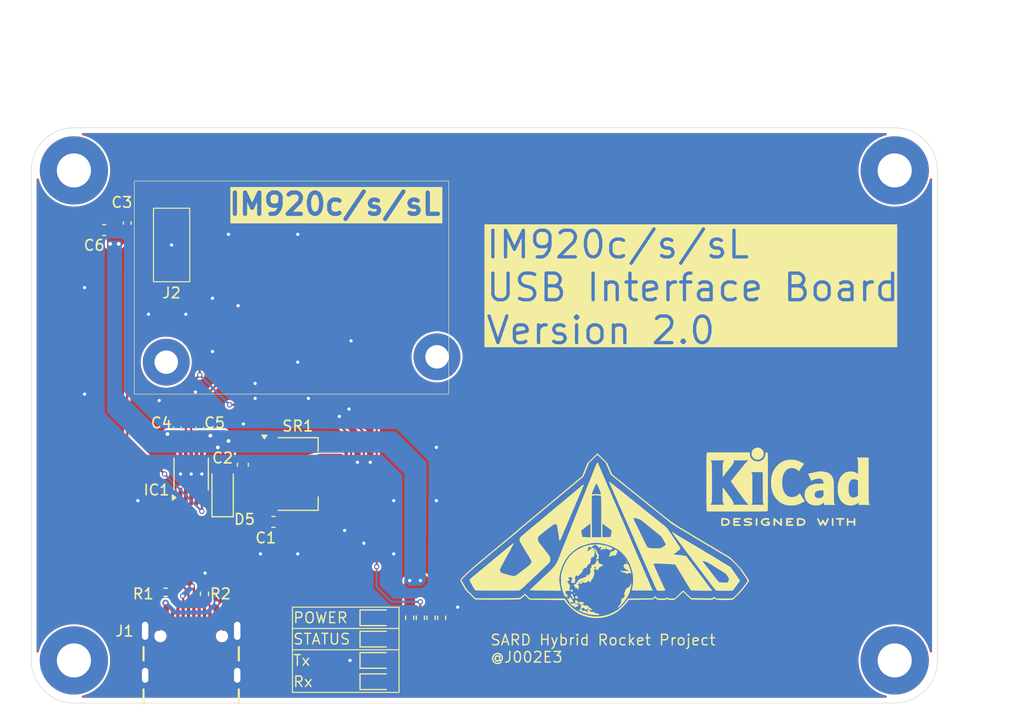
<source format=kicad_pcb>
(kicad_pcb (version 20241229) (generator "pcbnew") (generator_version "9.0")
  (layers (0 "F.Cu" signal) (2 "B.Cu" signal) (13 "F.Paste" user) (15 "B.Paste" user) (5 "F.SilkS" user "F.Silkscreen") (7 "B.SilkS" user "B.Silkscreen") (1 "F.Mask" user) (3 "B.Mask" user) (25 "Edge.Cuts" user))
  (net 0 "")
  (net 1 "VBUS")
  (net 2 "GND")
  (net 3 "+3.3V")
  (net 4 "Net-(D1-A)")
  (net 6 "/USB_DP")
  (net 8 "Net-(J1-CC2)")
  (net 9 "/USB_DN")
  (net 10 "Net-(J1-CC1)")
  (net 11 "/UART_TxO")
  (net 12 "/UART_CTS")
  (net 13 "/UART_RxI")
  (net 18 "Net-(D2-A)")
  (net 19 "Net-(D3-A)")
  (net 20 "Net-(D4-A)")
  (net 24 "Net-(J2-STATUS)")
  (footprint "Capacitor_SMD:C_0603_1608Metric_Pad1.08x0.95mm_HandSolder" (layer "F.Cu") (at 80.2125 110)
    (property "Reference" "C1")
    (property "Value" "10uF")
  )
  (footprint "LED_SMD:LED_0603_1608Metric_Pad1.05x0.95mm_HandSolder" (layer "F.Cu") (at 90 123)
    (property "Reference" "D3" (hide yes))
    (property "Value" "LED")
  )
  (footprint "Capacitor_SMD:C_0402_1005Metric_Pad0.74x0.62mm_HandSolder" (layer "F.Cu") (at 66.5 81.9325 -90)
    (property "Reference" "C3")
    (property "Value" "0.1uF")
  )
  (footprint "MountingHole:MountingHole_3.2mm_M3_Pad" (layer "F.Cu") (at 138.5 123)
    (property "Reference" "H3" (hide yes))
    (property "Value" "MountingHole_Pad")
  )
  (footprint "MountingHole:MountingHole_3.2mm_M3_Pad" (layer "F.Cu") (at 61.5 77)
    (property "Reference" "H1" (hide yes))
    (property "Value" "MountingHole_Pad")
  )
  (footprint "Resistor_SMD:R_0402_1005Metric_Pad0.72x0.64mm_HandSolder" (layer "F.Cu") (at 95 119 -90)
    (property "Reference" "R5" (hide yes))
    (property "Value" "1k")
  )
  (footprint "LED_SMD:LED_0603_1608Metric_Pad1.05x0.95mm_HandSolder" (layer "F.Cu") (at 90 121)
    (property "Reference" "D2" (hide yes))
    (property "Value" "LED")
  )
  (footprint "MountingHole:MountingHole_3.2mm_M3_Pad" (layer "F.Cu") (at 138.5 77)
    (property "Reference" "H4" (hide yes))
    (property "Value" "MountingHole_Pad")
  )
  (footprint "LED_SMD:LED_0603_1608Metric_Pad1.05x0.95mm_HandSolder" (layer "F.Cu") (at 90 125)
    (property "Reference" "D4" (hide yes))
    (property "Value" "LED")
  )
  (footprint "Capacitor_SMD:C_0603_1608Metric_Pad1.08x0.95mm_HandSolder" (layer "F.Cu") (at 64.3375 82.6 180)
    (property "Reference" "C6")
    (property "Value" "DNF")
  )
  (footprint "Package_SO:MSOP-10_3x3mm_P0.5mm" (layer "F.Cu") (at 72.5 105.5 90)
    (property "Reference" "IC1")
    (property "Value" "CH340E")
  )
  (footprint "LED_SMD:LED_0603_1608Metric_Pad1.05x0.95mm_HandSolder" (layer "F.Cu") (at 90 119)
    (property "Reference" "D1" (hide yes))
    (property "Value" "LED")
  )
  (footprint "Resistor_SMD:R_0402_1005Metric_Pad0.72x0.64mm_HandSolder" (layer "F.Cu") (at 70.1 116.6 180)
    (property "Reference" "R1")
    (property "Value" "5.1k")
  )
  (footprint "Capacitor_SMD:C_0402_1005Metric_Pad0.74x0.62mm_HandSolder" (layer "F.Cu") (at 71.2 101.2 -90)
    (property "Reference" "C4")
    (property "Value" "0.1uF")
  )
  (footprint "Symbol:KiCad-Logo2_6mm_SilkScreen" (layer "F.Cu") (at 128.5 106)
    (property "Reference" "REF**" (hide yes))
    (property "Value" "KiCad-Logo2_6mm_SilkScreen" (hide yes))
  )
  (footprint "Resistor_SMD:R_0402_1005Metric_Pad0.72x0.64mm_HandSolder" (layer "F.Cu") (at 93 119 -90)
    (property "Reference" "R4" (hide yes))
    (property "Value" "1k")
  )
  (footprint "Library:AZ1117CR-3.3TRG1" (layer "F.Cu") (at 82.5 105.5)
    (property "Reference" "SR1")
    (property "Value" "AZ1117CR-3.3TRG1")
  )
  (footprint "Resistor_SMD:R_0402_1005Metric_Pad0.72x0.64mm_HandSolder" (layer "F.Cu") (at 96 119 -90)
    (property "Reference" "R6" (hide yes))
    (property "Value" "1k")
  )
  (footprint "Diode_SMD:D_SOD-123" (layer "F.Cu") (at 75.45 107.15 90)
    (property "Reference" "D5")
    (property "Value" "30V2A?")
  )
  (footprint "Resistor_SMD:R_0402_1005Metric_Pad0.72x0.64mm_HandSolder" (layer "F.Cu") (at 73.75 116.7525 90)
    (property "Reference" "R2")
    (property "Value" "5.1k")
  )
  (footprint "Capacitor_SMD:C_0603_1608Metric_Pad1.08x0.95mm_HandSolder" (layer "F.Cu") (at 77.35 104.6375 90)
    (property "Reference" "C2")
    (property "Value" "22uF")
  )
  (footprint "MountingHole:MountingHole_3.2mm_M3_Pad" (layer "F.Cu") (at 61.5 123)
    (property "Reference" "H2" (hide yes))
    (property "Value" "MountingHole_Pad")
  )
  (footprint "Capacitor_SMD:C_0402_1005Metric_Pad0.74x0.62mm_HandSolder" (layer "F.Cu") (at 73.3 101.2325 90)
    (property "Reference" "C5")
    (property "Value" "0.1uF")
  )
  (footprint "Library:GCT_USB4105-GF-A" (layer "F.Cu") (at 72.5 127)
    (property "Reference" "J1")
    (property "Value" "USB4105-GF-A")
  )
  (footprint "Library:IM920SL" (layer "F.Cu") (at 70.6625 84 -90)
    (property "Reference" "J2")
    (property "Value" "IM920SL")
  )
  (footprint "Resistor_SMD:R_0402_1005Metric_Pad0.72x0.64mm_HandSolder" (layer "F.Cu") (at 94 119 -90)
    (property "Reference" "R3" (hide yes))
    (property "Value" "1k")
  )
  (gr_poly (pts (xy 117.662086 110.946252) (xy 117.665761 110.946822) (xy 117.669432 110.947707) (xy 117.673077 110.948913) (xy 117.676675 110.950446) (xy 117.680204 110.952313) (xy 117.683643 110.954521) (xy 117.686971 110.957075) (xy 117.690165 110.959983) (xy 117.693206 110.96325) (xy 117.69607 110.966882) (xy 117.698738 110.970887) (xy 117.708214 110.979717) (xy 117.729239 110.995403) (xy 117.800648 111.044028) (xy 118.023916 111.18705) (xy 118.283988 111.346844) (xy 118.401401 111.416433) (xy 118.496308 111.4703) (xy 118.528283 111.488012) (xy 118.562034 111.50718) (xy 118.630789 111.547323) (xy 118.694419 111.585602) (xy 118.744771 111.616892) (xy 118.787281 111.643835) (xy 118.829559 111.670312) (xy 118.866712 111.693062) (xy 118.881837 111.70202) (xy 118.893848 111.708823) (xy 119.03889 111.7933) (xy 119.16813 111.870247) (xy 119.316237 111.959773) (xy 119.4645 112.047006) (xy 119.5911 112.120962) (xy 119.68276 112.173956) (xy 119.726203 112.198298) (xy 119.735651 112.203359) (xy 119.748681 112.210837) (xy 119.783039 112.231529) (xy 119.824385 112.257346) (xy 119.867827 112.285259) (xy 119.924392 112.321053) (xy 120.001687 112.368494) (xy 120.089697 112.421526) (xy 120.178406 112.474091) (xy 120.305821 112.549329) (xy 120.428112 112.62317) (xy 120.707633 112.79461) (xy 120.773477 112.835606) (xy 120.817346 112.863093) (xy 120.861681 112.891511) (xy 120.882694 112.905914) (xy 120.9026 112.919152) (xy 120.920992 112.930993) (xy 120.937462 112.941203) (xy 120.951603 112.94955) (xy 120.957673 112.952952) (xy 120.963007 112.9558) (xy 120.967555 112.958067) (xy 120.971266 112.959721) (xy 120.97409 112.960736) (xy 120.975152 112.960993) (xy 120.975974 112.96108) (xy 121.007153 112.976721) (xy 121.08192 113.018188) (xy 121.305499 113.145875) (xy 121.53327 113.278686) (xy 121.613278 113.326559) (xy 121.651795 113.351168) (xy 121.672992 113.36708) (xy 121.700246 113.386225) (xy 121.732158 113.40764) (xy 121.767331 113.430366) (xy 121.804368 113.453441) (xy 121.84187 113.475904) (xy 121.878441 113.496795) (xy 121.912682 113.515153) (xy 121.958841 113.542368) (xy 122.021074 113.580065) (xy 122.091226 113.623818) (xy 122.126724 113.646582) (xy 122.161145 113.669201) (xy 122.25067 113.724873) (xy 122.374203 113.799645) (xy 122.515439 113.883734) (xy 122.658072 113.967358) (xy 122.794106 114.04706) (xy 122.917096 114.120473) (xy 122.969332 114.152274) (xy 123.013065 114.179444) (xy 123.04655 114.200967) (xy 123.068038 114.215821) (xy 123.076924 114.222952) (xy 123.087648 114.233039) (xy 123.114043 114.261321) (xy 123.146086 114.299154) (xy 123.182642 114.345022) (xy 123.222576 114.397413) (xy 123.264751 114.454813) (xy 123.308034 114.515706) (xy 123.351286 114.578579) (xy 123.547573 114.865554) (xy 123.721498 115.122714) (xy 123.785788 115.214994) (xy 123.814788 115.256142) (xy 123.840761 115.292601) (xy 123.863006 115.323353) (xy 123.880825 115.347379) (xy 123.89352 115.36366) (xy 123.897728 115.368578) (xy 123.900392 115.371177) (xy 123.905733 115.375773) (xy 123.911441 115.381975) (xy 123.917419 115.389581) (xy 123.923568 115.398392) (xy 123.92979 115.408207) (xy 123.935987 115.418827) (xy 123.942059 115.430051) (xy 123.94791 115.441678) (xy 123.953441 115.45351) (xy 123.958553 115.465346) (xy 123.963148 115.476984) (xy 123.967128 115.488227) (xy 123.970395 115.498872) (xy 123.97285 115.50872) (xy 123.974395 115.517571) (xy 123.974932 115.525225) (xy 123.96786 115.541336) (xy 123.947824 115.574102) (xy 123.875934 115.680049) (xy 123.773414 115.823963) (xy 123.654413 115.986745) (xy 123.533083 116.149295) (xy 123.423575 116.292511) (xy 123.340038 116.397293) (xy 123.312432 116.429302) (xy 123.296625 116.44454) (xy 123.275137 116.448247) (xy 123.225813 116.451838) (xy 123.056236 116.458205) (xy 122.813052 116.462709) (xy 122.521417 116.464417) (xy 122.304822 116.464136) (xy 122.132223 116.463097) (xy 122.060738 116.462203) (xy 121.998232 116.461011) (xy 121.944032 116.459483) (xy 121.897464 116.457585) (xy 121.857855 116.455278) (xy 121.824531 116.452528) (xy 121.79682 116.449297) (xy 121.774048 116.44555) (xy 121.764303 116.443471) (xy 121.755541 116.441249) (xy 121.747677 116.438879) (xy 121.740627 116.436358) (xy 121.734306 116.43368) (xy 121.728631 116.430841) (xy 121.723518 116.427837) (xy 121.718881 116.424662) (xy 121.704211 116.410923) (xy 121.679666 116.383816) (xy 121.605947 116.295889) (xy 121.507711 116.173661) (xy 121.394946 116.029916) (xy 121.277639 115.877436) (xy 121.165777 115.729004) (xy 121.069347 115.597401) (xy 120.998335 115.495409) (xy 120.985932 115.477561) (xy 120.973179 115.45977) (xy 120.960426 115.442562) (xy 120.948022 115.42646) (xy 120.936317 115.41199) (xy 120.930836 115.405529) (xy 120.925661 115.399673) (xy 120.920835 115.394487) (xy 120.916402 115.390036) (xy 120.912406 115.386385) (xy 120.90889 115.383601) (xy 120.861798 115.324629) (xy 120.75391 115.183897) (xy 120.601765 114.982137) (xy 120.421901 114.74008) (xy 120.06784 114.267067) (xy 119.93763 114.094734) (xy 119.862857 113.997173) (xy 119.646695 113.714235) (xy 119.612774 113.669201) (xy 120.471593 113.669201) (xy 120.473137 113.673927) (xy 120.477538 113.682197) (xy 120.493528 113.707481) (xy 120.516797 113.741266) (xy 120.544579 113.779768) (xy 120.574108 113.819201) (xy 120.602618 113.855782) (xy 120.627343 113.885723) (xy 120.637422 113.897021) (xy 120.645517 113.905241) (xy 120.649545 113.909944) (xy 120.655845 113.918169) (xy 120.674092 113.943443) (xy 120.697929 113.977568) (xy 120.725028 114.017049) (xy 120.739848 114.038257) (xy 120.756007 114.060453) (xy 120.772982 114.083) (xy 120.790248 114.105255) (xy 120.807282 114.126578) (xy 120.823558 114.146329) (xy 120.838553 114.163867) (xy 120.851743 114.178552) (xy 120.909665 114.245248) (xy 121.016971 114.380428) (xy 121.219313 114.643256) (xy 121.562348 115.092898) (xy 121.65509 115.213112) (xy 121.739184 115.319931) (xy 121.814136 115.412775) (xy 121.848029 115.453774) (xy 121.87945 115.491061) (xy 121.908338 115.524562) (xy 121.934632 115.554206) (xy 121.958268 115.579918) (xy 121.979185 115.601627) (xy 121.997322 115.61926) (xy 122.012617 115.632743) (xy 122.025006 115.642005) (xy 122.030093 115.64503) (xy 122.03443 115.646972) (xy 122.042636 115.649793) (xy 122.05407 115.652655) (xy 122.085792 115.658424) (xy 122.127939 115.664136) (xy 122.178849 115.669644) (xy 122.236865 115.674802) (xy 122.300325 115.679466) (xy 122.36757 115.683489) (xy 122.436942 115.686726) (xy 122.774852 115.699149) (xy 122.85436 115.602248) (xy 122.878721 115.572147) (xy 122.899593 115.543937) (xy 122.916919 115.517125) (xy 122.930646 115.491216) (xy 122.936142 115.478446) (xy 122.940718 115.465715) (xy 122.944367 115.452962) (xy 122.947082 115.440126) (xy 122.948856 115.427144) (xy 122.949683 115.413955) (xy 122.949555 115.400496) (xy 122.948465 115.386706) (xy 122.946408 115.372523) (xy 122.943375 115.357885) (xy 122.939361 115.342731) (xy 122.934358 115.326997) (xy 122.921359 115.293547) (xy 122.904324 115.257039) (xy 122.883198 115.216979) (xy 122.857926 115.172872) (xy 122.828455 115.124223) (xy 122.794728 115.070536) (xy 122.769949 115.032911) (xy 122.745453 114.997928) (xy 122.720535 114.965027) (xy 122.694489 114.933648) (xy 122.666608 114.903229) (xy 122.636187 114.873211) (xy 122.60252 114.843033) (xy 122.564899 114.812133) (xy 122.522621 114.779953) (xy 122.474977 114.745931) (xy 122.421263 114.709507) (xy 122.360771 114.670121) (xy 122.216633 114.580218) (xy 122.036914 114.471738) (xy 121.664839 114.245016) (xy 121.500232 114.143301) (xy 121.378485 114.066743) (xy 121.274839 114.001711) (xy 121.167525 113.93828) (xy 121.060094 113.878285) (xy 120.956098 113.82356) (xy 120.85909 113.775939) (xy 120.814317 113.755366) (xy 120.772623 113.737257) (xy 120.734452 113.721842) (xy 120.700248 113.709349) (xy 120.670455 113.700008) (xy 120.645517 113.694048) (xy 120.627329 113.690937) (xy 120.608558 113.687331) (xy 120.589788 113.683435) (xy 120.5716 113.67945) (xy 120.516316 113.666717) (xy 120.514002 113.666047) (xy 120.51172 113.665434) (xy 120.509472 113.664878) (xy 120.507261 113.664378) (xy 120.505091 113.663932) (xy 120.502963 113.66354) (xy 120.500881 113.6632) (xy 120.498846 113.662912) (xy 120.496863 113.662676) (xy 120.494934 113.662489) (xy 120.493061 113.662351) (xy 120.491247 113.662262) (xy 120.489495 113.66222) (xy 120.487808 113.662225) (xy 120.486187 113.662275) (xy 120.484637 113.662369) (xy 120.48316 113.662507) (xy 120.481758 113.662688) (xy 120.480435 113.662911) (xy 120.479193 113.663175) (xy 120.478034 113.663478) (xy 120.476961 113.663821) (xy 120.475978 113.664202) (xy 120.475087 113.664621) (xy 120.47429 113.665075) (xy 120.473591 113.665566) (xy 120.472992 113.66609) (xy 120.472496 113.666649) (xy 120.472105 113.66724) (xy 120.471822 113.667863) (xy 120.471651 113.668517) (xy 120.471593 113.669201) (xy 119.612774 113.669201) (xy 119.266545 113.209544) (xy 118.200635 111.793301) (xy 117.979852 111.498172) (xy 117.796572 111.249165) (xy 117.725182 111.150256) (xy 117.670593 111.072834) (xy 117.635279 111.02022) (xy 117.625623 111.004253) (xy 117.621715 110.995733) (xy 117.620547 110.991163) (xy 117.619823 110.986773) (xy 117.619523 110.982571) (xy 117.619624 110.978563) (xy 117.620105 110.974756) (xy 117.620946 110.971154) (xy 117.622124 110.967766) (xy 117.623618 110.964597) (xy 117.625407 110.961654) (xy 117.627469 110.958942) (xy 117.629784 110.956469) (xy 117.632329 110.954241) (xy 117.635083 110.952264) (xy 117.638025 110.950544) (xy 117.641134 110.949089) (xy 117.644388 110.947903) (xy 117.647766 110.946994) (xy 117.651246 110.946368) (xy 117.654806 110.946032) (xy 117.658427 110.945991)) (stroke (width -0.000001)) (fill yes) (layer "F.SilkS"))
  (gr_poly (pts (xy 113.335181 113.930477) (xy 113.3617 113.931801) (xy 113.38573 113.934297) (xy 113.40754 113.938202) (xy 113.417696 113.940756) (xy 113.427399 113.943752) (xy 113.436681 113.947218) (xy 113.445576 113.951183) (xy 113.454118 113.955679) (xy 113.462341 113.960733) (xy 113.470279 113.966376) (xy 113.477964 113.972638) (xy 113.485431 113.979547) (xy 113.492713 113.987134) (xy 113.499844 113.995427) (xy 113.506858 114.004458) (xy 113.520667 114.024846) (xy 113.534412 114.048536) (xy 113.54836 114.075763) (xy 113.562781 114.106765) (xy 113.577945 114.141777) (xy 113.594121 114.181037) (xy 113.609916 114.220998) (xy 113.626377 114.26569) (xy 113.660235 114.365366) (xy 113.693568 114.472264) (xy 113.724252 114.578579) (xy 113.750162 114.676508) (xy 113.76917 114.758249) (xy 113.775422 114.79061) (xy 113.779152 114.815997) (xy 113.780095 114.833436) (xy 113.779437 114.83887) (xy 113.777983 114.84195) (xy 113.777205 114.842795) (xy 113.776272 114.843468) (xy 113.775189 114.843974) (xy 113.77396 114.844313) (xy 113.772592 114.844491) (xy 113.771088 114.84451) (xy 113.767695 114.844085) (xy 113.763822 114.843063) (xy 113.759509 114.841469) (xy 113.754795 114.83933) (xy 113.74972 114.83667) (xy 113.744326 114.833515) (xy 113.738651 114.82989) (xy 113.732736 114.825822) (xy 113.726621 114.821335) (xy 113.720346 114.816455) (xy 113.713951 114.811207) (xy 113.707475 114.805617) (xy 113.70096 114.799711) (xy 113.638843 114.742564) (xy 113.584181 114.792257) (xy 113.567218 114.806405) (xy 113.549916 114.81902) (xy 113.532344 114.830085) (xy 113.514573 114.839581) (xy 113.505633 114.843735) (xy 113.49667 114.847491) (xy 113.487691 114.850845) (xy 113.478705 114.853795) (xy 113.469721 114.85634) (xy 113.460748 114.858476) (xy 113.451794 114.860202) (xy 113.442867 114.861516) (xy 113.433977 114.862415) (xy 113.425132 114.862896) (xy 113.41634 114.862958) (xy 113.407611 114.862598) (xy 113.398953 114.861815) (xy 113.390375 114.860604) (xy 113.381884 114.858966) (xy 113.373491 114.856896) (xy 113.365203 114.854394) (xy 113.35703 114.851456) (xy 113.348979 114.84808) (xy 113.34106 114.844264) (xy 113.333281 114.840006) (xy 113.32565 114.835304) (xy 113.318177 114.830155) (xy 113.310871 114.824557) (xy 113.303573 114.819495) (xy 113.295696 114.814575) (xy 113.287303 114.809822) (xy 113.278455 114.805263) (xy 113.269213 114.800921) (xy 113.25964 114.796824) (xy 113.249798 114.792996) (xy 113.239749 114.789462) (xy 113.229554 114.786249) (xy 113.219275 114.783382) (xy 113.208974 114.780885) (xy 113.198713 114.778786) (xy 113.188554 114.777109) (xy 113.178559 114.775879) (xy 113.16879 114.775123) (xy 113.159308 114.774865) (xy 113.14788 114.774556) (xy 113.13599 114.773645) (xy 113.123683 114.772156) (xy 113.111008 114.770114) (xy 113.084738 114.764465) (xy 113.057554 114.75689) (xy 113.029832 114.747583) (xy 113.001946 114.736737) (xy 112.974271 114.724543) (xy 112.947182 114.711196) (xy 112.921054 114.696889) (xy 112.896262 114.681813) (xy 112.87318 114.666162) (xy 112.852184 114.650129) (xy 112.833648 114.633906) (xy 112.82542 114.625785) (xy 112.817948 114.617688) (xy 112.811278 114.60964) (xy 112.805457 114.601666) (xy 112.800533 114.593789) (xy 112.796552 114.586033) (xy 112.789423 114.569349) (xy 112.7839 114.554703) (xy 112.780015 114.542095) (xy 112.778697 114.536556) (xy 112.7778 114.531526) (xy 112.77733 114.527005) (xy 112.777289 114.522995) (xy 112.777682 114.519493) (xy 112.778514 114.516501) (xy 112.779787 114.514019) (xy 112.781507 114.512046) (xy 112.783678 114.510583) (xy 112.786303 114.50963) (xy 112.789386 114.509186) (xy 112.792932 114.509251) (xy 112.796945 114.509826) (xy 112.801429 114.510911) (xy 112.806388 114.512505) (xy 112.811825 114.514608) (xy 112.824155 114.520344) (xy 112.838449 114.528118) (xy 112.854742 114.537931) (xy 112.873065 114.549781) (xy 112.893453 114.56367) (xy 112.909863 114.575065) (xy 112.924806 114.585066) (xy 112.938563 114.593735) (xy 112.951414 114.601134) (xy 112.963639 114.607325) (xy 112.975518 114.612369) (xy 112.987332 114.616328) (xy 112.99936 114.619264) (xy 113.011883 114.62124) (xy 113.025182 114.622317) (xy 113.039536 114.622556) (xy 113.055226 114.62202) (xy 113.072532 114.620771) (xy 113.091734 114.618871) (xy 113.136948 114.613363) (xy 113.167287 114.609762) (xy 113.19984 114.606453) (xy 113.233557 114.603493) (xy 113.267391 114.60094) (xy 113.300293 114.598853) (xy 113.331215 114.597291) (xy 113.359108 114.596311) (xy 113.382926 114.595971) (xy 113.39445 114.596235) (xy 113.405705 114.596107) (xy 113.416654 114.595599) (xy 113.427261 114.594728) (xy 113.43749 114.593508) (xy 113.447303 114.591952) (xy 113.456666 114.590077) (xy 113.46554 114.587895) (xy 113.473891 114.585423) (xy 113.48168 114.582674) (xy 113.488874 114.579663) (xy 113.495433 114.576404) (xy 113.501323 114.572912) (xy 113.504006 114.571084) (xy 113.506508 114.569202) (xy 113.508823 114.56727) (xy 113.510949 114.565289) (xy 113.51288 114.56326) (xy 113.514612 114.561185) (xy 113.518947 114.556291) (xy 113.522624 114.551844) (xy 113.525623 114.547827) (xy 113.526864 114.545973) (xy 113.527928 114.544221) (xy 113.528813 114.542566) (xy 113.529519 114.541008) (xy 113.530041 114.539543) (xy 113.530378 114.538169) (xy 113.530528 114.536885) (xy 113.530488 114.535688) (xy 113.530256 114.534575) (xy 113.52983 114.533545) (xy 113.529207 114.532594) (xy 113.528385 114.531722) (xy 113.527363 114.530925) (xy 113.526136 114.530201) (xy 113.524705 114.529548) (xy 113.523065 114.528964) (xy 113.521215 114.528447) (xy 113.519153 114.527993) (xy 113.516876 114.527602) (xy 113.514382 114.52727) (xy 113.508734 114.526775) (xy 113.502191 114.526492) (xy 113.494734 114.526402) (xy 113.489013 114.526087) (xy 113.482161 114.525164) (xy 113.474267 114.523666) (xy 113.465423 114.521626) (xy 113.44525 114.51605) (xy 113.422369 114.508698) (xy 113.397508 114.499832) (xy 113.371395 114.489714) (xy 113.344758 114.478606) (xy 113.318324 114.46677) (xy 113.299492 114.457986) (xy 113.282031 114.449252) (xy 113.2658 114.440445) (xy 113.250658 114.431442) (xy 113.236461 114.422119) (xy 113.22307 114.412351) (xy 113.21034 114.402016) (xy 113.198131 114.390989) (xy 113.1863 114.379147) (xy 113.174706 114.366366) (xy 113.163207 114.352522) (xy 113.151661 114.337491) (xy 113.139925 114.321151) (xy 113.127858 114.303376) (xy 113.115318 114.284043) (xy 113.102162 114.263029) (xy 113.09063 114.243362) (xy 113.080247 114.225308) (xy 113.071 114.208789) (xy 113.062874 114.193731) (xy 113.055855 114.180055) (xy 113.049927 114.167686) (xy 113.047368 114.161967) (xy 113.045077 114.156547) (xy 113.043051 114.151415) (xy 113.041289 114.146562) (xy 113.039789 114.141978) (xy 113.038549 114.137654) (xy 113.037568 114.13358) (xy 113.036844 114.129747) (xy 113.036374 114.126145) (xy 113.036157 114.122765) (xy 113.036191 114.119596) (xy 113.036475 114.11663) (xy 113.037006 114.113857) (xy 113.037783 114.111267) (xy 113.038803 114.108851) (xy 113.040066 114.1066) (xy 113.041569 114.104503) (xy 113.04331 114.102551) (xy 113.045288 114.100734) (xy 113.047501 114.099044) (xy 113.050844 114.097183) (xy 113.054328 114.095337) (xy 113.057923 114.093519) (xy 113.061593 114.091746) (xy 113.065307 114.09003) (xy 113.069032 114.088387) (xy 113.072735 114.086832) (xy 113.076384 114.085378) (xy 113.079945 114.084041) (xy 113.083386 114.082835) (xy 113.086675 114.081775) (xy 113.089777 114.080875) (xy 113.092662 114.080149) (xy 113.095295 114.079613) (xy 113.097644 114.079281) (xy 113.099677 114.079166) (xy 113.100644 114.079065) (xy 113.10168 114.078766) (xy 113.103942 114.077594) (xy 113.10643 114.075694) (xy 113.10911 114.07311) (xy 113.111951 114.069885) (xy 113.114919 114.066064) (xy 113.117982 114.061689) (xy 113.121107 114.056805) (xy 113.124261 114.051454) (xy 113.127411 114.045682) (xy 113.130525 114.039531) (xy 113.133569 114.033045) (xy 113.136512 114.026268) (xy 113.13932 114.019244) (xy 113.14196 114.012016) (xy 113.1444 114.004627) (xy 113.148916 113.992325) (xy 113.153276 113.98145) (xy 113.157672 113.971915) (xy 113.162297 113.963631) (xy 113.167345 113.956512) (xy 113.170087 113.953362) (xy 113.173007 113.95047) (xy 113.17613 113.947826) (xy 113.179478 113.945418) (xy 113.183077 113.943236) (xy 113.18695 113.941269) (xy 113.191121 113.939506) (xy 113.195615 113.937935) (xy 113.205667 113.935329) (xy 113.217299 113.933364) (xy 113.230703 113.931952) (xy 113.246072 113.931005) (xy 113.2636 113.930438) (xy 113.305902 113.930088)) (stroke (width -0.000001)) (fill yes) (layer "F.SilkS"))
  (gr_poly (pts (xy 108.332973 116.978547) (xy 108.336676 116.979324) (xy 108.340783 116.9806) (xy 108.34525 116.982341) (xy 108.350034 116.984516) (xy 108.360374 116.990034) (xy 108.371448 116.996891) (xy 108.382905 117.004825) (xy 108.394391 117.013575) (xy 108.405553 117.022877) (xy 108.416039 117.032472) (xy 108.425494 117.042095) (xy 108.433566 117.051485) (xy 108.436973 117.056011) (xy 108.439901 117.060381) (xy 108.442308 117.064561) (xy 108.444148 117.068519) (xy 108.445378 117.072223) (xy 108.445953 117.075639) (xy 108.445888 117.077086) (xy 108.445695 117.078631) (xy 108.444939 117.081995) (xy 108.443709 117.085694) (xy 108.442032 117.089692) (xy 108.439932 117.093951) (xy 108.437436 117.098436) (xy 108.434569 117.103111) (xy 108.431356 117.107938) (xy 108.427822 117.112882) (xy 108.423994 117.117906) (xy 108.419897 117.122973) (xy 108.415555 117.128048) (xy 108.410995 117.133094) (xy 108.406243 117.138074) (xy 108.401322 117.142952) (xy 108.39626 117.147692) (xy 108.391664 117.151966) (xy 108.38721 117.156374) (xy 108.382923 117.160877) (xy 108.378829 117.165434) (xy 108.374954 117.170006) (xy 108.371322 117.174552) (xy 108.367959 117.179033) (xy 108.364892 117.183409) (xy 108.362145 117.187639) (xy 108.359743 117.191683) (xy 108.357713 117.195501) (xy 108.356079 117.199054) (xy 108.354868 117.202301) (xy 108.354428 117.203798) (xy 108.354104 117.205202) (xy 108.353898 117.206511) (xy 108.353814 117.207718) (xy 108.353854 117.208819) (xy 108.354022 117.209808) (xy 108.354562 117.212494) (xy 108.354791 117.214963) (xy 108.354718 117.217217) (xy 108.354352 117.219256) (xy 108.353702 117.221082) (xy 108.352777 117.222697) (xy 108.351586 117.224102) (xy 108.350139 117.225298) (xy 108.348445 117.226286) (xy 108.346512 117.227069) (xy 108.34435 117.227646) (xy 108.341967 117.22802) (xy 108.339374 117.228193) (xy 108.336578 117.228164) (xy 108.330418 117.227511) (xy 108.323558 117.226071) (xy 108.316073 117.223857) (xy 108.308034 117.220878) (xy 108.299515 117.217146) (xy 108.290588 117.212671) (xy 108.281326 117.207465) (xy 108.271803 117.201538) (xy 108.26209 117.194901) (xy 108.253356 117.18917) (xy 108.245794 117.183992) (xy 108.239411 117.179221) (xy 108.236665 117.176943) (xy 108.234215 117.174713) (xy 108.232064 117.172511) (xy 108.230213 117.170321) (xy 108.228662 117.168123) (xy 108.227412 117.1659) (xy 108.226464 117.163633) (xy 108.225819 117.161304) (xy 108.225478 117.158895) (xy 108.225442 117.156388) (xy 108.225711 117.153765) (xy 108.226287 117.151006) (xy 108.227171 117.148095) (xy 108.228363 117.145013) (xy 108.229864 117.141742) (xy 108.231676 117.138263) (xy 108.236234 117.13061) (xy 108.242044 117.121909) (xy 108.249114 117.112014) (xy 108.26706 117.088061) (xy 108.272587 117.08012) (xy 108.277969 117.072168) (xy 108.283176 117.064253) (xy 108.288179 117.056421) (xy 108.292949 117.04872) (xy 108.297457 117.041198) (xy 108.301674 117.033901) (xy 108.305571 117.026877) (xy 108.309119 117.020173) (xy 108.312287 117.013837) (xy 108.315049 117.007916) (xy 108.317373 117.002458) (xy 108.319232 116.997508) (xy 108.320595 116.993116) (xy 108.321435 116.989328) (xy 108.321649 116.987675) (xy 108.321721 116.986192) (xy 108.32207 116.983289) (xy 108.323089 116.981081) (xy 108.324733 116.979536) (xy 108.326957 116.978621) (xy 108.329719 116.978302)) (stroke (width -0.000001)) (fill yes) (layer "F.SilkS"))
  (gr_rect (start 82 118) (end 92 126) (stroke (width 0.1)) (fill no) (layer "F.SilkS"))
  (gr_poly (pts (xy 109.167542 117.734378) (xy 109.187928 117.736862) (xy 109.208227 117.740656) (xy 109.228201 117.745728) (xy 109.247616 117.752045) (xy 109.266233 117.759573) (xy 109.283816 117.768281) (xy 109.30013 117.778135) (xy 109.307736 117.783482) (xy 109.314936 117.789103) (xy 109.3217 117.794994) (xy 109.327999 117.801151) (xy 109.338284 117.810826) (xy 109.347847 117.819379) (xy 109.356901 117.826855) (xy 109.365657 117.833297) (xy 109.374325 117.838749) (xy 109.383117 117.843255) (xy 109.392244 117.846858) (xy 109.401917 117.849602) (xy 109.412347 117.851531) (xy 109.423745 117.852689) (xy 109.436323 117.853118) (xy 109.45029 117.852864) (xy 109.465859 117.851968) (xy 109.483241 117.850476) (xy 109.524286 117.845876) (xy 109.655971 117.830967) (xy 109.77275 117.955199) (xy 109.784878 117.968059) (xy 109.796989 117.980512) (xy 109.809005 117.992498) (xy 109.82085 118.00396) (xy 109.832448 118.01484) (xy 109.843721 118.025079) (xy 109.854595 118.03462) (xy 109.864991 118.043403) (xy 109.874834 118.051372) (xy 109.884048 118.058466) (xy 109.892556 118.064629) (xy 109.900281 118.069803) (xy 109.907147 118.073927) (xy 109.913077 118.076946) (xy 109.915668 118.078022) (xy 109.917996 118.0788) (xy 109.920053 118.079272) (xy 109.921827 118.07943) (xy 109.923522 118.07951) (xy 109.925343 118.079746) (xy 109.929339 118.080673) (xy 109.933772 118.082182) (xy 109.938598 118.084245) (xy 109.943774 118.086831) (xy 109.949255 118.089913) (xy 109.954998 118.09346) (xy 109.96096 118.097444) (xy 109.967096 118.101836) (xy 109.973364 118.106607) (xy 109.979719 118.111726) (xy 109.986117 118.117167) (xy 109.992515 118.122898) (xy 109.99887 118.128891) (xy 110.005138 118.135117) (xy 110.011274 118.141547) (xy 110.017525 118.147977) (xy 110.024124 118.154203) (xy 110.031016 118.160196) (xy 110.03814 118.165927) (xy 110.045438 118.171367) (xy 110.052853 118.176487) (xy 110.060327 118.181257) (xy 110.0678 118.185649) (xy 110.075215 118.189633) (xy 110.082514 118.193181) (xy 110.089638 118.196262) (xy 110.096529 118.198849) (xy 110.103128 118.200911) (xy 110.109379 118.202421) (xy 110.115221 118.203347) (xy 110.120598 118.203663) (xy 110.137724 118.204556) (xy 110.144461 118.20506) (xy 110.149987 118.205681) (xy 110.152297 118.206054) (xy 110.154304 118.206477) (xy 110.156011 118.206959) (xy 110.157417 118.207506) (xy 110.158522 118.208126) (xy 110.159328 118.208826) (xy 110.159835 118.209613) (xy 110.160042 118.210495) (xy 110.159951 118.211479) (xy 110.159562 118.212572) (xy 110.158876 118.213782) (xy 110.157892 118.215115) (xy 110.156612 118.21658) (xy 110.155036 118.218183) (xy 110.150997 118.221832) (xy 110.145778 118.226122) (xy 110.139384 118.231111) (xy 110.123083 118.243418) (xy 110.115936 118.248289) (xy 110.108037 118.252658) (xy 110.099438 118.256533) (xy 110.090186 118.259922) (xy 110.080332 118.262832) (xy 110.069925 118.265271) (xy 110.047651 118.268768) (xy 110.023761 118.270474) (xy 109.998652 118.270452) (xy 109.972721 118.268762) (xy 109.946363 118.265468) (xy 109.919977 118.26063) (xy 109.893958 118.254311) (xy 109.868703 118.246573) (xy 109.844609 118.237477) (xy 109.822074 118.227085) (xy 109.801492 118.21546) (xy 109.792058 118.209204) (xy 109.783262 118.202663) (xy 109.775153 118.195844) (xy 109.76778 118.188755) (xy 109.755706 118.176059) (xy 109.744564 118.164986) (xy 109.739306 118.160056) (xy 109.734237 118.155529) (xy 109.729343 118.151404) (xy 109.724609 118.147681) (xy 109.720021 118.144358) (xy 109.715564 118.141434) (xy 109.711223 118.138909) (xy 109.706984 118.136781) (xy 109.702832 118.13505) (xy 109.698754 118.133715) (xy 109.694733 118.132775) (xy 109.690756 118.132229) (xy 109.686808 118.132076) (xy 109.682875 118.132315) (xy 109.678942 118.132946) (xy 109.674994 118.133967) (xy 109.671017 118.135377) (xy 109.666997 118.137175) (xy 109.662918 118.139362) (xy 109.658767 118.141935) (xy 109.654528 118.144894) (xy 109.650187 118.148237) (xy 109.645729 118.151965) (xy 109.641141 118.156076) (xy 109.636407 118.160569) (xy 109.631513 118.165443) (xy 109.621186 118.176331) (xy 109.613571 118.184222) (xy 109.606097 118.191589) (xy 109.598758 118.198431) (xy 109.59155 118.20475) (xy 109.584468 118.210544) (xy 109.577506 118.215814) (xy 109.570659 118.22056) (xy 109.563923 118.224782) (xy 109.557293 118.22848) (xy 109.550763 118.231654) (xy 109.544329 118.234304) (xy 109.537985 118.236429) (xy 109.531727 118.238031) (xy 109.525549 118.239108) (xy 109.519447 118.239661) (xy 109.513415 118.23969) (xy 109.507449 118.239195) (xy 109.501543 118.238176) (xy 109.495693 118.236633) (xy 109.489894 118.234566) (xy 109.484139 118.231974) (xy 109.478426 118.228859) (xy 109.472748 118.225219) (xy 109.4671 118.221055) (xy 109.461478 118.216368) (xy 109.455876 118.211156) (xy 109.45029 118.205419) (xy 109.444714 118.199159) (xy 109.439144 118.192375) (xy 109.433574 118.185067) (xy 109.427999 118.177234) (xy 109.422415 118.168877) (xy 109.417007 118.160815) (xy 109.411059 118.152942) (xy 109.404613 118.145275) (xy 109.397714 118.137829) (xy 109.390404 118.13062) (xy 109.382725 118.123663) (xy 109.374721 118.116973) (xy 109.366433 118.110567) (xy 109.357905 118.104458) (xy 109.34918 118.098664) (xy 109.3403 118.093199) (xy 109.331309 118.088079) (xy 109.31316 118.078935) (xy 109.304089 118.074942) (xy 109.295077 118.071356) (xy 109.286168 118.068192) (xy 109.277402 118.065466) (xy 109.268825 118.063193) (xy 109.260477 118.061388) (xy 109.252402 118.060068) (xy 109.244644 118.059247) (xy 109.237243 118.058941) (xy 109.230244 118.059166) (xy 109.223689 118.059936) (xy 109.217621 118.061268) (xy 109.212082 118.063177) (xy 109.207116 118.065678) (xy 109.202764 118.068787) (xy 109.199071 118.07252) (xy 109.196078 118.076891) (xy 109.193829 118.081916) (xy 109.192697 118.084908) (xy 109.191184 118.088268) (xy 109.189314 118.091955) (xy 109.187113 118.09593) (xy 109.184606 118.100153) (xy 109.181818 118.104583) (xy 109.178776 118.10918) (xy 109.175505 118.113905) (xy 109.17203 118.118717) (xy 109.168376 118.123577) (xy 109.16457 118.128444) (xy 109.160636 118.133278) (xy 109.1566 118.138039) (xy 109.152488 118.142687) (xy 109.148325 118.147183) (xy 109.144136 118.151485) (xy 109.137993 118.15779) (xy 109.132606 118.163719) (xy 109.127976 118.169365) (xy 109.124104 118.174817) (xy 109.122452 118.1775) (xy 109.120988 118.180168) (xy 109.119715 118.182834) (xy 109.11863 118.185508) (xy 109.117735 118.188203) (xy 109.117029 118.190928) (xy 109.116512 118.193697) (xy 109.116184 118.196519) (xy 109.116046 118.199407) (xy 109.116097 118.202372) (xy 109.116337 118.205426) (xy 109.116766 118.208579) (xy 109.117385 118.211843) (xy 109.118193 118.215229) (xy 109.120377 118.222414) (xy 109.123318 118.230225) (xy 109.127016 118.238753) (xy 109.13147 118.248089) (xy 109.136682 118.258324) (xy 109.149455 118.283734) (xy 109.155419 118.293985) (xy 109.161529 118.302737) (xy 109.168104 118.310091) (xy 109.171667 118.313276) (xy 109.175466 118.31615) (xy 109.179542 118.318725) (xy 109.183934 118.321015) (xy 109.188683 118.323032) (xy 109.193829 118.324788) (xy 109.205471 118.327571) (xy 109.21918 118.329466) (xy 109.235277 118.330575) (xy 109.254081 118.331) (xy 109.275914 118.330842) (xy 109.301095 118.330204) (xy 109.362784 118.327894) (xy 109.383603 118.327116) (xy 109.402383 118.326681) (xy 109.4193 118.326639) (xy 109.434528 118.32704) (xy 109.441563 118.327424) (xy 109.448242 118.327937) (xy 109.454586 118.328587) (xy 109.460617 118.32938) (xy 109.466356 118.330322) (xy 109.471827 118.331419) (xy 109.47705 118.332678) (xy 109.482047 118.334106) (xy 109.48684 118.335709) (xy 109.491451 118.337492) (xy 109.495903 118.339463) (xy 109.500216 118.341628) (xy 109.504412 118.343993) (xy 109.508514 118.346565) (xy 109.512543 118.349349) (xy 109.516521 118.352353) (xy 109.52047 118.355582) (xy 109.524412 118.359044) (xy 109.528368 118.362743) (xy 109.532361 118.366688) (xy 109.540542 118.375337) (xy 109.549132 118.385041) (xy 109.554567 118.391439) (xy 109.560144 118.397583) (xy 109.565845 118.403469) (xy 109.571654 118.409091) (xy 109.577551 118.414444) (xy 109.583521 118.419523) (xy 109.589543 118.42432) (xy 109.595602 118.428833) (xy 109.601679 118.433054) (xy 109.607757 118.436978) (xy 109.613817 118.4406) (xy 109.619842 118.443915) (xy 109.625814 118.446917) (xy 109.631716 118.4496) (xy 109.63753 118.45196) (xy 109.643237 118.45399) (xy 109.648821 118.455685) (xy 109.654263 118.45704) (xy 109.659546 118.458049) (xy 109.664653 118.458707) (xy 109.669564 118.459008) (xy 109.674263 118.458947) (xy 109.678732 118.458518) (xy 109.682952 118.457717) (xy 109.686907 118.456537) (xy 109.690579 118.454972) (xy 109.69395 118.453019) (xy 109.697001 118.45067) (xy 109.699716 118.447922) (xy 109.702077 118.444767) (xy 109.704065 118.441201) (xy 109.705663 118.437219) (xy 109.706079 118.435559) (xy 109.706394 118.433845) (xy 109.706611 118.432079) (xy 109.706731 118.430265) (xy 109.70669 118.426502) (xy 109.706285 118.422583) (xy 109.70553 118.418532) (xy 109.704441 118.414377) (xy 109.703031 118.410141) (xy 109.701316 118.40585) (xy 109.699309 118.401531) (xy 109.697026 118.397207) (xy 109.694481 118.392906) (xy 109.691688 118.388652) (xy 109.688663 118.384471) (xy 109.685418 118.380388) (xy 109.681971 118.376429) (xy 109.678333 118.372619) (xy 109.675414 118.369039) (xy 109.672712 118.364854) (xy 109.670225 118.360117) (xy 109.667953 118.354877) (xy 109.665894 118.349186) (xy 109.664046 118.343094) (xy 109.660979 118.329914) (xy 109.658743 118.315744) (xy 109.657325 118.300991) (xy 109.656715 118.286064) (xy 109.656903 118.271369) (xy 109.657876 118.257315) (xy 109.659625 118.24431) (xy 109.662138 118.23276) (xy 109.663678 118.227659) (xy 109.665405 118.223074) (xy 109.667317 118.219057) (xy 109.669414 118.215659) (xy 109.671693 118.21293) (xy 109.674154 118.210923) (xy 109.676796 118.209686) (xy 109.679616 118.209273) (xy 109.682613 118.209733) (xy 109.685787 118.211117) (xy 109.690931 118.213277) (xy 109.700384 118.217678) (xy 109.729889 118.231927) (xy 109.814987 118.273234) (xy 109.827443 118.27905) (xy 109.839625 118.285288) (xy 109.851495 118.291904) (xy 109.863011 118.298856) (xy 109.874134 118.306099) (xy 109.884824 118.313589) (xy 109.895041 118.321283) (xy 109.904745 118.329137) (xy 109.913896 118.337108) (xy 109.922453 118.345151) (xy 109.930377 118.353224) (xy 109.937628 118.361282) (xy 109.944165 118.369282) (xy 109.94995 118.37718) (xy 109.95494 118.384932) (xy 109.959097 118.392495) (xy 109.964055 118.403454) (xy 109.968822 118.413085) (xy 109.973619 118.421457) (xy 109.978664 118.428638) (xy 109.984174 118.434699) (xy 109.987172 118.43733) (xy 109.990369 118.439707) (xy 109.993791 118.441839) (xy 109.997466 118.443733) (xy 110.001421 118.4454) (xy 110.005684 118.446846) (xy 110.015242 118.449114) (xy 110.026357 118.450607) (xy 110.039248 118.451393) (xy 110.054134 118.451543) (xy 110.071233 118.451125) (xy 110.090763 118.450209) (xy 110.137991 118.447157) (xy 110.158149 118.445906) (xy 110.176731 118.444958) (xy 110.193791 118.444323) (xy 110.209385 118.444012) (xy 110.223567 118.444036) (xy 110.236391 118.444405) (xy 110.242311 118.444723) (xy 110.247912 118.445131) (xy 110.253201 118.445632) (xy 110.258185 118.446225) (xy 110.26287 118.446913) (xy 110.267264 118.447697) (xy 110.271373 118.448579) (xy 110.275204 118.449559) (xy 110.278764 118.450639) (xy 110.282059 118.451821) (xy 110.285097 118.453105) (xy 110.287884 118.454494) (xy 110.290428 118.455989) (xy 110.292734 118.45759) (xy 110.29481 118.459299) (xy 110.296663 118.461118) (xy 110.298299 118.463048) (xy 110.299726 118.465091) (xy 110.300949 118.467247) (xy 110.301977 118.469518) (xy 110.304369 118.474853) (xy 110.307338 118.480136) (xy 110.314934 118.490517) (xy 110.324612 118.500599) (xy 110.336218 118.510321) (xy 110.349601 118.519621) (xy 110.364607 118.528436) (xy 110.381084 118.536706) (xy 110.398878 118.544368) (xy 110.417836 118.55136) (xy 110.437807 118.557621) (xy 110.458636 118.563088) (xy 110.480172 118.5677) (xy 110.50226 118.571395) (xy 110.52475 118.574111) (xy 110.547486 118.575785) (xy 110.570317 118.576357) (xy 110.584266 118.576475) (xy 110.597236 118.576833) (xy 110.603357 118.577104) (xy 110.609238 118.577438) (xy 110.614879 118.577836) (xy 110.620282 118.578299) (xy 110.625449 118.578827) (xy 110.63038 118.579421) (xy 110.635078 118.580083) (xy 110.639543 118.580812) (xy 110.643777 118.581612) (xy 110.647781 118.582481) (xy 110.651557 118.583421) (xy 110.655106 118.584433) (xy 110.658429 118.585518) (xy 110.661528 118.586676) (xy 110.664404 118.587909) (xy 110.667058 118.589218) (xy 110.669493 118.590603) (xy 110.671708 118.592065) (xy 110.673706 118.593606) (xy 110.675488 118.595226) (xy 110.677055 118.596926) (xy 110.678408 118.598706) (xy 110.67955 118.600569) (xy 110.680481 118.602515) (xy 110.681203 118.604544) (xy 110.681717 118.606658) (xy 110.682024 118.608857) (xy 110.682126 118.611143) (xy 110.682227 118.612809) (xy 110.682526 118.614544) (xy 110.683019 118.616342) (xy 110.683698 118.618199) (xy 110.685598 118.622073) (xy 110.688182 118.626129) (xy 110.691407 118.63033) (xy 110.695229 118.634641) (xy 110.699604 118.639024) (xy 110.704488 118.643444) (xy 110.709838 118.647864) (xy 110.715611 118.652247) (xy 110.721762 118.656557) (xy 110.728247 118.660759) (xy 110.735024 118.664814) (xy 110.742049 118.668688) (xy 110.749277 118.672343) (xy 110.756665 118.675744) (xy 110.764463 118.679059) (xy 110.771995 118.68247) (xy 110.779229 118.685953) (xy 110.786131 118.689487) (xy 110.79267 118.69305) (xy 110.798811 118.69662) (xy 110.804524 118.700176) (xy 110.809774 118.703696) (xy 110.814529 118.707157) (xy 110.818757 118.710538) (xy 110.820662 118.712192) (xy 110.822424 118.713818) (xy 110.824037 118.715412) (xy 110.825497 118.716973) (xy 110.826801 118.718498) (xy 110.827945 118.719983) (xy 110.828924 118.721427) (xy 110.829734 118.722826) (xy 110.830371 118.724177) (xy 110.830831 118.725479) (xy 110.83111 118.726728) (xy 110.831204 118.727921) (xy 110.829677 118.7317) (xy 110.825186 118.735121) (xy 110.807862 118.740912) (xy 110.780334 118.745343) (xy 110.743699 118.748459) (xy 110.647506 118.750938) (xy 110.528079 118.74873) (xy 110.394209 118.742213) (xy 110.254691 118.731765) (xy 110.118318 118.717764) (xy 109.993882 118.70059) (xy 109.857067 118.676588) (xy 109.736062 118.652062) (xy 109.680024 118.639147) (xy 109.62618 118.625556) (xy 109.573945 118.611106) (xy 109.522733 118.595614) (xy 109.471957 118.5789) (xy 109.421033 118.560781) (xy 109.369373 118.541075) (xy 109.316392 118.5196) (xy 109.204122 118.470616) (xy 109.079536 118.412373) (xy 109.030839 118.3888) (xy 108.986372 118.366577) (xy 108.946228 118.345773) (xy 108.910503 118.326459) (xy 108.879291 118.308701) (xy 108.852687 118.292571) (xy 108.830785 118.278137) (xy 108.821627 118.271578) (xy 108.81368 118.265468) (xy 108.806956 118.259817) (xy 108.801467 118.254633) (xy 108.797224 118.249926) (xy 108.794239 118.245702) (xy 108.792525 118.241972) (xy 108.792148 118.240295) (xy 108.792093 118.238744) (xy 108.792362 118.237321) (xy 108.792955 118.236026) (xy 108.793875 118.234861) (xy 108.795123 118.233827) (xy 108.798608 118.232156) (xy 108.803422 118.231022) (xy 108.809578 118.230432) (xy 108.817086 118.230396) (xy 108.82596 118.230923) (xy 108.83621 118.23202) (xy 108.847848 118.233697) (xy 108.860887 118.235963) (xy 108.8676 118.236984) (xy 108.874668 118.237723) (xy 108.882055 118.238192) (xy 108.889723 118.238399) (xy 108.905753 118.23807) (xy 108.92246 118.236817) (xy 108.939546 118.234719) (xy 108.956711 118.231858) (xy 108.973658 118.228311) (xy 108.990089 118.224161) (xy 109.005704 118.219486) (xy 109.020206 118.214368) (xy 109.033295 118.208885) (xy 109.044673 118.203119) (xy 109.049628 118.200154) (xy 109.054043 118.197149) (xy 109.057881 118.194112) (xy 109.061105 118.191055) (xy 109.063678 118.187986) (xy 109.065561 118.184917) (xy 109.066719 118.181857) (xy 109.067113 118.178816) (xy 109.067048 118.177637) (xy 109.066855 118.176432) (xy 109.066538 118.175203) (xy 109.066099 118.173953) (xy 109.064869 118.171402) (xy 109.063192 118.1688) (xy 109.061092 118.166168) (xy 109.058596 118.16353) (xy 109.055729 118.160906) (xy 109.052515 118.158318) (xy 109.048982 118.155788) (xy 109.045154 118.153339) (xy 109.041056 118.150991) (xy 109.036715 118.148768) (xy 109.032155 118.14669) (xy 109.027402 118.144779) (xy 109.022482 118.143058) (xy 109.01742 118.141547) (xy 109.009125 118.138876) (xy 109.001954 118.136364) (xy 108.995926 118.133882) (xy 108.993346 118.132611) (xy 108.991059 118.131298) (xy 108.989067 118.129926) (xy 108.987372 118.128481) (xy 108.985976 118.126944) (xy 108.984882 118.1253) (xy 108.984091 118.123532) (xy 108.983607 118.121624) (xy 108.983431 118.119559) (xy 108.983566 118.117322) (xy 108.984014 118.114895) (xy 108.984778 118.112263) (xy 108.985858 118.109409) (xy 108.987259 118.106316) (xy 108.991029 118.09935) (xy 108.996106 118.091233) (xy 109.002507 118.081836) (xy 109.010252 118.071026) (xy 109.029843 118.044646) (xy 109.042568 118.026932) (xy 109.053728 118.010079) (xy 109.063331 117.994021) (xy 109.06755 117.986267) (xy 109.071383 117.978686) (xy 109.07483 117.971269) (xy 109.077892 117.964007) (xy 109.08057 117.956892) (xy 109.082865 117.949914) (xy 109.084777 117.943066) (xy 109.086309 117.936338) (xy 109.08746 117.929722) (xy 109.088232 117.923209) (xy 109.088625 117.916791) (xy 109.088641 117.910459) (xy 109.08828 117.904204) (xy 109.087543 117.898018) (xy 109.086431 117.891892) (xy 109.084945 117.885818) (xy 109.083087 117.879786) (xy 109.080856 117.873788) (xy 109.078254 117.867816) (xy 109.075281 117.861861) (xy 109.071939 117.855914) (xy 109.068229 117.849966) (xy 109.064151 117.84401) (xy 109.059706 117.838035) (xy 109.054896 117.832035) (xy 109.04972 117.825999) (xy 109.043167 117.818857) (xy 109.040215 117.815512) (xy 109.037477 117.812309) (xy 109.034951 117.809243) (xy 109.032638 117.806307) (xy 109.030534 117.803496) (xy 109.02864 117.800803) (xy 109.026952 117.798224) (xy 109.025471 117.795751) (xy 109.024195 117.793379) (xy 109.023122 117.791102) (xy 109.022251 117.788915) (xy 109.021581 117.786811) (xy 109.021109 117.784784) (xy 109.020836 117.782828) (xy 109.02076 117.780938) (xy 109.020878 117.779108) (xy 109.02119 117.777331) (xy 109.021695 117.775603) (xy 109.022391 117.773916) (xy 109.023277 117.772264) (xy 109.024351 117.770643) (xy 109.025611 117.769046) (xy 109.027058 117.767468) (xy 109.028689 117.765901) (xy 109.030502 117.764341) (xy 109.032498 117.762782) (xy 109.034673 117.761216) (xy 109.037027 117.75964) (xy 109.039559 117.758046) (xy 109.042266 117.756429) (xy 109.049242 117.752432) (xy 109.05664 117.748824) (xy 109.064429 117.745601) (xy 109.072582 117.742759) (xy 109.081067 117.740293) (xy 109.089856 117.7382) (xy 109.108226 117.735115) (xy 109.127454 117.733472) (xy 109.147305 117.733237)) (stroke (width -0.000001)) (fill yes) (layer "F.SilkS"))
  (gr_poly (pts (xy 108.066352 116.673204) (xy 108.067482 116.673363) (xy 108.068623 116.673617) (xy 108.069774 116.673967) (xy 108.070931 116.674416) (xy 108.072093 116.674963) (xy 108.073258 116.675611) (xy 108.074641 116.67636) (xy 108.075993 116.677207) (xy 108.077315 116.678148) (xy 108.078605 116.679178) (xy 108.081086 116.681491) (xy 108.083429 116.684113) (xy 108.085626 116.687012) (xy 108.087671 116.690155) (xy 108.089555 116.693509) (xy 108.091271 116.697042) (xy 108.092813 116.700719) (xy 108.094173 116.70451) (xy 108.095344 116.708381) (xy 108.096318 116.712299) (xy 108.097089 116.716231) (xy 108.097648 116.720146) (xy 108.097989 116.724009) (xy 108.098104 116.727789) (xy 108.098075 116.729623) (xy 108.097989 116.731397) (xy 108.097846 116.733111) (xy 108.097648 116.734762) (xy 108.097395 116.73635) (xy 108.097089 116.737872) (xy 108.09673 116.739328) (xy 108.096318 116.740717) (xy 108.095856 116.742036) (xy 108.095344 116.743284) (xy 108.094783 116.744461) (xy 108.094173 116.745565) (xy 108.093517 116.746594) (xy 108.092813 116.747547) (xy 108.092065 116.748422) (xy 108.091271 116.749219) (xy 108.090434 116.749936) (xy 108.089555 116.750571) (xy 108.088633 116.751124) (xy 108.087671 116.751592) (xy 108.086668 116.751975) (xy 108.085626 116.752271) (xy 108.084546 116.752479) (xy 108.083429 116.752597) (xy 108.082276 116.752624) (xy 108.081086 116.752559) (xy 108.079863 116.7524) (xy 108.078605 116.752146) (xy 108.077315 116.751795) (xy 108.075993 116.751347) (xy 108.074641 116.7508) (xy 108.073258 116.750152) (xy 108.070931 116.748556) (xy 108.068623 116.746585) (xy 108.066352 116.744271) (xy 108.064135 116.741649) (xy 108.06199 116.73875) (xy 108.059937 116.735607) (xy 108.057993 116.732253) (xy 108.056176 116.728721) (xy 108.054505 116.725043) (xy 108.052998 116.721252) (xy 108.051672 116.717381) (xy 108.050547 116.713463) (xy 108.04964 116.709531) (xy 108.04897 116.705616) (xy 108.048554 116.701753) (xy 108.048412 116.697973) (xy 108.048448 116.696139) (xy 108.048554 116.694364) (xy 108.048729 116.692651) (xy 108.04897 116.691) (xy 108.049274 116.689412) (xy 108.04964 116.68789) (xy 108.050065 116.686434) (xy 108.050547 116.685045) (xy 108.051083 116.683726) (xy 108.051672 116.682478) (xy 108.052311 116.681301) (xy 108.052998 116.680198) (xy 108.05373 116.679169) (xy 108.054505 116.678216) (xy 108.055321 116.67734) (xy 108.056176 116.676543) (xy 108.057067 116.675826) (xy 108.057993 116.675191) (xy 108.05895 116.674639) (xy 108.059937 116.67417) (xy 108.060951 116.673787) (xy 108.06199 116.673491) (xy 108.063052 116.673284) (xy 108.064135 116.673165) (xy 108.065235 116.673138)) (stroke (width -0.000001)) (fill yes) (layer "F.SilkS"))
  (gr_poly (pts (xy 108.494043 116.663661) (xy 108.497432 116.663853) (xy 108.500674 116.664222) (xy 108.50375 116.66477) (xy 108.506636 116.665499) (xy 108.509311 116.666411) (xy 108.511753 116.667508) (xy 108.513941 116.668794) (xy 108.515851 116.67027) (xy 108.517464 116.671938) (xy 108.518756 116.673801) (xy 108.519706 116.675861) (xy 108.520292 116.67812) (xy 108.520492 116.680581) (xy 108.520158 116.684955) (xy 108.519628 116.689221) (xy 108.518909 116.693375) (xy 108.518007 116.69741) (xy 108.516931 116.701322) (xy 108.515688 116.705104) (xy 108.514284 116.708752) (xy 108.512728 116.71226) (xy 108.511026 116.715622) (xy 108.509185 116.718833) (xy 108.507214 116.721887) (xy 108.505119 116.72478) (xy 108.502907 116.727505) (xy 108.500586 116.730057) (xy 108.498163 116.732431) (xy 108.495646 116.734621) (xy 108.493041 116.736622) (xy 108.490357 116.738429) (xy 108.487599 116.740034) (xy 108.484776 116.741435) (xy 108.481895 116.742624) (xy 108.478962 116.743597) (xy 108.475986 116.744347) (xy 108.472974 116.744871) (xy 108.469932 116.745161) (xy 108.466869 116.745213) (xy 108.463791 116.745021) (xy 108.460706 116.74458) (xy 108.457621 116.743884) (xy 108.454543 116.742927) (xy 108.45148 116.741705) (xy 108.448438 116.740212) (xy 108.446837 116.739019) (xy 108.445295 116.737771) (xy 108.443813 116.73647) (xy 108.442392 116.735122) (xy 108.441032 116.733727) (xy 108.439736 116.73229) (xy 108.437335 116.729303) (xy 108.435196 116.726184) (xy 108.433326 116.72296) (xy 108.431733 116.719656) (xy 108.430424 116.716297) (xy 108.429406 116.71291) (xy 108.428687 116.709518) (xy 108.428441 116.707829) (xy 108.428273 116.706149) (xy 108.428183 116.70448) (xy 108.428172 116.702826) (xy 108.428242 116.701191) (xy 108.428392 116.699577) (xy 108.428624 116.697988) (xy 108.428939 116.696426) (xy 108.429338 116.694895) (xy 108.429821 116.693399) (xy 108.43039 116.691939) (xy 108.431045 116.690521) (xy 108.43305 116.687791) (xy 108.435325 116.685195) (xy 108.437847 116.682735) (xy 108.440595 116.680412) (xy 108.443547 116.67823) (xy 108.446681 116.676189) (xy 108.449975 116.674294) (xy 108.453407 116.672545) (xy 108.456956 116.670946) (xy 108.460599 116.669498) (xy 108.464315 116.668204) (xy 108.468082 116.667066) (xy 108.471878 116.666087) (xy 108.475681 116.665268) (xy 108.47947 116.664612) (xy 108.483223 116.664121) (xy 108.486917 116.663797) (xy 108.490531 116.663643)) (stroke (width -0.000001)) (fill yes) (layer "F.SilkS"))
  (gr_poly (pts (xy 110.202625 112.439463) (xy 110.208829 112.440278) (xy 110.215946 112.441792) (xy 110.223966 112.444005) (xy 110.232878 112.446917) (xy 110.24267 112.450527) (xy 110.253332 112.454836) (xy 110.264853 112.459844) (xy 110.277222 112.465551) (xy 110.290429 112.471957) (xy 110.304461 112.479061) (xy 110.312402 112.483223) (xy 110.320819 112.48822) (xy 110.338892 112.500501) (xy 110.358297 112.515475) (xy 110.378651 112.532713) (xy 110.399574 112.551786) (xy 110.420682 112.572264) (xy 110.441593 112.593717) (xy 110.461926 112.615715) (xy 110.481298 112.637831) (xy 110.499326 112.659633) (xy 110.51563 112.680693) (xy 110.529826 112.700581) (xy 110.541533 112.718868) (xy 110.550368 112.735123) (xy 110.55359 112.742356) (xy 110.55595 112.748919) (xy 110.557401 112.75476) (xy 110.557895 112.759824) (xy 110.557931 112.761214) (xy 110.558038 112.762588) (xy 110.558212 112.763944) (xy 110.558453 112.765279) (xy 110.558758 112.766593) (xy 110.559123 112.767883) (xy 110.559548 112.769147) (xy 110.56003 112.770384) (xy 110.560567 112.771592) (xy 110.561155 112.772769) (xy 110.561794 112.773914) (xy 110.562481 112.775024) (xy 110.563213 112.776097) (xy 110.563988 112.777132) (xy 110.564804 112.778127) (xy 110.565659 112.779081) (xy 110.56655 112.77999) (xy 110.567476 112.780854) (xy 110.568433 112.781671) (xy 110.56942 112.782439) (xy 110.570434 112.783156) (xy 110.571473 112.78382) (xy 110.572535 112.784429) (xy 110.573618 112.784982) (xy 110.574718 112.785477) (xy 110.575835 112.785911) (xy 110.576965 112.786284) (xy 110.578106 112.786593) (xy 110.579257 112.786837) (xy 110.580415 112.787013) (xy 110.581577 112.78712) (xy 110.582741 112.787156) (xy 110.584124 112.78725) (xy 110.585477 112.787528) (xy 110.586799 112.787987) (xy 110.588089 112.788621) (xy 110.589346 112.789427) (xy 110.59057 112.790399) (xy 110.592912 112.792824) (xy 110.595109 112.795861) (xy 110.597154 112.799472) (xy 110.599038 112.803623) (xy 110.600754 112.808275) (xy 110.602296 112.813394) (xy 110.603656 112.818941) (xy 110.604827 112.824882) (xy 110.605801 112.83118) (xy 110.606571 112.837798) (xy 110.607131 112.8447) (xy 110.607472 112.851849) (xy 110.607587 112.859209) (xy 110.607816 112.867561) (xy 110.608489 112.875826) (xy 110.609585 112.883973) (xy 110.611081 112.891976) (xy 110.612955 112.899803) (xy 110.615186 112.907427) (xy 110.617752 112.914818) (xy 110.620631 112.921947) (xy 110.623802 112.928785) (xy 110.627241 112.935302) (xy 110.630928 112.94147) (xy 110.63484 112.94726) (xy 110.638957 112.952641) (xy 110.643255 112.957587) (xy 110.647714 112.962066) (xy 110.65231 112.96605) (xy 110.658511 112.970719) (xy 110.664532 112.975861) (xy 110.676007 112.98747) (xy 110.686688 113.000695) (xy 110.696529 113.015354) (xy 110.705482 113.031265) (xy 110.713499 113.048247) (xy 110.720534 113.066116) (xy 110.726539 113.084691) (xy 110.731466 113.10379) (xy 110.735269 113.123232) (xy 110.7379 113.142834) (xy 110.739312 113.162413) (xy 110.739457 113.181789) (xy 110.738288 113.200779) (xy 110.735758 113.219201) (xy 110.731819 113.236874) (xy 110.729578 113.245252) (xy 110.72752 113.253582) (xy 110.72565 113.261818) (xy 110.723977 113.269912) (xy 110.722508 113.277817) (xy 110.721249 113.285485) (xy 110.72021 113.292869) (xy 110.719395 113.299922) (xy 110.718814 113.306596) (xy 110.718473 113.312845) (xy 110.71838 113.31862) (xy 110.718541 113.323875) (xy 110.718964 113.328562) (xy 110.719657 113.332635) (xy 110.720107 113.334425) (xy 110.720627 113.336044) (xy 110.721217 113.337486) (xy 110.72188 113.338744) (xy 110.723189 113.341387) (xy 110.724321 113.344631) (xy 110.72527 113.348435) (xy 110.726034 113.35276) (xy 110.726608 113.357564) (xy 110.72699 113.36281) (xy 110.727175 113.368455) (xy 110.72716 113.374461) (xy 110.726941 113.380788) (xy 110.726514 113.387394) (xy 110.725877 113.394241) (xy 110.725025 113.401288) (xy 110.723954 113.408495) (xy 110.722661 113.415822) (xy 110.721143 113.42323) (xy 110.719396 113.430677) (xy 110.717056 113.440845) (xy 110.714659 113.449947) (xy 110.712145 113.458023) (xy 110.710827 113.461688) (xy 110.709457 113.465112) (xy 110.708029 113.468299) (xy 110.706536 113.471255) (xy 110.704969 113.473984) (xy 110.703323 113.476492) (xy 110.701589 113.478783) (xy 110.699761 113.480862) (xy 110.697831 113.482735) (xy 110.695792 113.484406) (xy 110.693636 113.485881) (xy 110.691356 113.487164) (xy 110.688946 113.488261) (xy 110.686397 113.489177) (xy 110.683702 113.489915) (xy 110.680855 113.490483) (xy 110.677847 113.490883) (xy 110.674672 113.491122) (xy 110.671323 113.491205) (xy 110.667791 113.491136) (xy 110.660153 113.490564) (xy 110.651699 113.489447) (xy 110.642372 113.487823) (xy 110.636179 113.487036) (xy 110.62975 113.486537) (xy 110.623138 113.486322) (xy 110.616399 113.486387) (xy 110.609588 113.486729) (xy 110.602758 113.487343) (xy 110.595965 113.488227) (xy 110.589262 113.489376) (xy 110.582706 113.490788) (xy 110.576349 113.492458) (xy 110.570247 113.494383) (xy 110.564455 113.496559) (xy 110.559027 113.498982) (xy 110.554017 113.501649) (xy 110.54948 113.504556) (xy 110.547406 113.506099) (xy 110.545471 113.5077) (xy 110.540136 113.511977) (xy 110.53528 113.515474) (xy 110.530862 113.518171) (xy 110.528803 113.519213) (xy 110.526837 113.520046) (xy 110.524958 113.520668) (xy 110.523161 113.521076) (xy 110.52144 113.521267) (xy 110.51979 113.52124) (xy 110.518206 113.52099) (xy 110.516682 113.520516) (xy 110.515213 113.519814) (xy 110.513792 113.518881) (xy 110.512416 113.517716) (xy 110.511077 113.516316) (xy 110.509771 113.514676) (xy 110.508493 113.512796) (xy 110.507236 113.510672) (xy 110.505996 113.508301) (xy 110.503543 113.502809) (xy 110.50109 113.496298) (xy 110.498593 113.488746) (xy 110.496009 113.480131) (xy 110.493294 113.470431) (xy 110.491228 113.461748) (xy 110.489698 113.453378) (xy 110.488714 113.445285) (xy 110.488286 113.437432) (xy 110.488426 113.429783) (xy 110.489145 113.422301) (xy 110.489725 113.418611) (xy 110.490453 113.41495) (xy 110.491332 113.411312) (xy 110.492362 113.407694) (xy 110.494883 113.400495) (xy 110.498025 113.393319) (xy 110.501801 113.386129) (xy 110.506222 113.378887) (xy 110.511297 113.371558) (xy 110.517039 113.364105) (xy 110.523457 113.356492) (xy 110.530564 113.348682) (xy 110.541132 113.336424) (xy 110.55047 113.32387) (xy 110.55857 113.311018) (xy 110.565426 113.297864) (xy 110.57103 113.284404) (xy 110.575374 113.270635) (xy 110.578452 113.256553) (xy 110.580256 113.242154) (xy 110.580779 113.227435) (xy 110.580014 113.212392) (xy 110.577952 113.197021) (xy 110.574588 113.18132) (xy 110.569913 113.165283) (xy 110.563921 113.148908) (xy 110.556605 113.132191) (xy 110.547955 113.115128) (xy 110.539581 113.09816) (xy 110.531272 113.080013) (xy 110.523093 113.060905) (xy 110.515112 113.041055) (xy 110.507392 113.02068) (xy 110.5 113) (xy 110.486461 112.958596) (xy 110.480444 112.938308) (xy 110.475018 112.918589) (xy 110.470246 112.899656) (xy 110.466195 112.881727) (xy 110.462931 112.865021) (xy 110.460518 112.849757) (xy 110.459022 112.836152) (xy 110.458508 112.824426) (xy 110.45825 112.81957) (xy 110.457489 112.814351) (xy 110.456248 112.808811) (xy 110.454549 112.802995) (xy 110.452412 112.796946) (xy 110.449861 112.790708) (xy 110.446917 112.784324) (xy 110.443601 112.777838) (xy 110.439936 112.771294) (xy 110.435943 112.764736) (xy 110.431645 112.758206) (xy 110.427063 112.75175) (xy 110.422219 112.74541) (xy 110.417134 112.73923) (xy 110.411831 112.733253) (xy 110.406332 112.727525) (xy 110.379709 112.698344) (xy 110.346623 112.659934) (xy 110.310159 112.616109) (xy 110.273404 112.570682) (xy 110.239444 112.527468) (xy 110.211365 112.490281) (xy 110.200496 112.475139) (xy 110.192255 112.462935) (xy 110.187027 112.454145) (xy 110.185664 112.451179) (xy 110.185199 112.449245) (xy 110.185323 112.447469) (xy 110.185692 112.445868) (xy 110.186307 112.444441) (xy 110.187165 112.443189) (xy 110.188264 112.442112) (xy 110.189605 112.44121) (xy 110.191185 112.440482) (xy 110.193002 112.439929) (xy 110.197346 112.439346)) (stroke (width -0.000001)) (fill yes) (layer "F.SilkS"))
  (gr_poly (pts (xy 107.826177 117.08562) (xy 107.82753 117.085749) (xy 107.828852 117.085962) (xy 107.830142 117.086256) (xy 107.831399 117.086631) (xy 107.832623 117.087083) (xy 107.833812 117.087613) (xy 107.834966 117.088216) (xy 107.836083 117.088893) (xy 107.837163 117.089641) (xy 107.838205 117.090457) (xy 107.839207 117.091341) (xy 107.84017 117.092291) (xy 107.841091 117.093304) (xy 107.841971 117.094379) (xy 107.842808 117.095515) (xy 107.84435 117.097958) (xy 107.84571 117.100619) (xy 107.846881 117.103485) (xy 107.847855 117.10654) (xy 107.848625 117.109769) (xy 107.849185 117.113159) (xy 107.849526 117.116694) (xy 107.849641 117.120361) (xy 107.849526 117.12414) (xy 107.849185 117.128004) (xy 107.848625 117.131918) (xy 107.847855 117.135851) (xy 107.846881 117.139769) (xy 107.84571 117.14364) (xy 107.84435 117.14743) (xy 107.842808 117.151108) (xy 107.841091 117.15464) (xy 107.839207 117.157994) (xy 107.837163 117.161137) (xy 107.836083 117.162619) (xy 107.834966 117.164036) (xy 107.833812 117.165384) (xy 107.832623 117.166658) (xy 107.831399 117.167855) (xy 107.830142 117.168971) (xy 107.828852 117.170001) (xy 107.82753 117.170942) (xy 107.826177 117.171789) (xy 107.824794 117.172538) (xy 107.82363 117.173172) (xy 107.822468 117.173676) (xy 107.82131 117.174053) (xy 107.82016 117.174304) (xy 107.819018 117.174432) (xy 107.817888 117.174438) (xy 107.816772 117.174324) (xy 107.815671 117.174091) (xy 107.814589 117.173742) (xy 107.813527 117.173278) (xy 107.812487 117.172702) (xy 107.811473 117.172014) (xy 107.810486 117.171217) (xy 107.809529 117.170313) (xy 107.808604 117.169303) (xy 107.807712 117.16819) (xy 107.806857 117.166975) (xy 107.806041 117.165659) (xy 107.804534 117.162736) (xy 107.803208 117.159433) (xy 107.802083 117.155767) (xy 107.801176 117.151752) (xy 107.800506 117.147401) (xy 107.80009 117.14273) (xy 107.799948 117.137754) (xy 107.799984 117.134981) (xy 107.80009 117.132255) (xy 107.800265 117.129577) (xy 107.800506 117.126952) (xy 107.80081 117.124381) (xy 107.801176 117.121867) (xy 107.801601 117.119414) (xy 107.802083 117.117023) (xy 107.802619 117.114698) (xy 107.803208 117.112441) (xy 107.803847 117.110255) (xy 107.804534 117.108142) (xy 107.805266 117.106106) (xy 107.806041 117.10415) (xy 107.806857 117.102275) (xy 107.807712 117.100485) (xy 107.808604 117.098782) (xy 107.809529 117.097169) (xy 107.810486 117.095649) (xy 107.811473 117.094224) (xy 107.812487 117.092898) (xy 107.813527 117.091673) (xy 107.814589 117.090552) (xy 107.815671 117.089537) (xy 107.816772 117.088631) (xy 107.817888 117.087837) (xy 107.819018 117.087158) (xy 107.82016 117.086596) (xy 107.82131 117.086154) (xy 107.822468 117.085835) (xy 107.82363 117.085642) (xy 107.824794 117.085577)) (stroke (width -0.000001)) (fill yes) (layer "F.SilkS"))
  (gr_poly (pts (xy 110.667888 112.094461) (xy 110.71233 112.098095) (xy 110.770399 112.105166) (xy 110.844249 112.115993) (xy 111.047911 112.150195) (xy 111.340555 112.203265) (xy 111.399264 112.216043) (xy 111.461293 112.231878) (xy 111.526 112.250566) (xy 111.592745 112.271904) (xy 111.660888 112.295688) (xy 111.729789 112.321713) (xy 111.798805 112.349777) (xy 111.867298 112.379676) (xy 112.05613 112.466637) (xy 112.001468 112.516331) (xy 111.996378 112.521564) (xy 111.991379 112.526987) (xy 111.986504 112.532556) (xy 111.981785 112.538226) (xy 111.977255 112.543955) (xy 111.972948 112.549698) (xy 111.968895 112.555412) (xy 111.96513 112.561054) (xy 111.961685 112.566578) (xy 111.958593 112.571943) (xy 111.955887 112.577104) (xy 111.9536 112.582018) (xy 111.951764 112.58664) (xy 111.950412 112.590928) (xy 111.949927 112.592932) (xy 111.949576 112.594837) (xy 111.949363 112.596636) (xy 111.949291 112.598324) (xy 111.948554 112.602568) (xy 111.946397 112.606453) (xy 111.942899 112.609984) (xy 111.938139 112.613164) (xy 111.932196 112.615998) (xy 111.925149 112.618491) (xy 111.908061 112.622471) (xy 111.887508 112.625141) (xy 111.864124 112.626537) (xy 111.838541 112.626696) (xy 111.811394 112.625654) (xy 111.783314 112.623447) (xy 111.754936 112.620112) (xy 111.726893 112.615685) (xy 111.699818 112.610202) (xy 111.674345 112.603701) (xy 111.651106 112.596217) (xy 111.630735 112.587786) (xy 111.613866 112.578446) (xy 111.606798 112.573935) (xy 111.599603 112.569725) (xy 111.592328 112.565829) (xy 111.58502 112.562257) (xy 111.577727 112.559019) (xy 111.570496 112.556128) (xy 111.563373 112.553593) (xy 111.556408 112.551425) (xy 111.549646 112.549637) (xy 111.543136 112.548237) (xy 111.536923 112.547238) (xy 111.531057 112.54665) (xy 111.525584 112.546485) (xy 111.520551 112.546752) (xy 111.518214 112.547052) (xy 111.516005 112.547464) (xy 111.51393 112.54799) (xy 111.511995 112.548631) (xy 111.509651 112.549453) (xy 111.507278 112.550059) (xy 111.504876 112.550449) (xy 111.502444 112.550625) (xy 111.499984 112.550588) (xy 111.497494 112.55034) (xy 111.494976 112.549881) (xy 111.492428 112.549213) (xy 111.489851 112.548338) (xy 111.487245 112.547257) (xy 111.481946 112.544482) (xy 111.47653 112.540898) (xy 111.470998 112.536518) (xy 111.465349 112.531351) (xy 111.459584 112.52541) (xy 111.453702 112.518704) (xy 111.447704 112.511244) (xy 111.44159 112.503042) (xy 111.435359 112.494109) (xy 111.429012 112.484455) (xy 111.422548 112.474091) (xy 111.411754 112.456269) (xy 111.401764 112.440995) (xy 111.392625 112.428254) (xy 111.384386 112.418032) (xy 111.380618 112.41386) (xy 111.377093 112.410313) (xy 111.373816 112.407389) (xy 111.370793 112.405084) (xy 111.368031 112.403399) (xy 111.365535 112.402331) (xy 111.36331 112.401877) (xy 111.361364 112.402037) (xy 111.359702 112.402808) (xy 111.358329 112.404189) (xy 111.357253 112.406178) (xy 111.356477 112.408773) (xy 111.35601 112.411972) (xy 111.355856 112.415773) (xy 111.356021 112.420175) (xy 111.356511 112.425176) (xy 111.357333 112.430773) (xy 111.358492 112.436966) (xy 111.361844 112.451128) (xy 111.366616 112.46765) (xy 111.372855 112.486515) (xy 111.375469 112.494098) (xy 111.377728 112.501466) (xy 111.379639 112.508607) (xy 111.381211 112.515511) (xy 111.382452 112.522165) (xy 111.38337 112.528558) (xy 111.383972 112.534679) (xy 111.384269 112.540517) (xy 111.384266 112.54606) (xy 111.383974 112.551297) (xy 111.383399 112.556216) (xy 111.382551 112.560807) (xy 111.381437 112.565057) (xy 111.380065 112.568955) (xy 111.378444 112.57249) (xy 111.376582 112.575651) (xy 111.374487 112.578427) (xy 111.372167 112.580804) (xy 111.369631 112.582774) (xy 111.366886 112.584323) (xy 111.363941 112.585442) (xy 111.360804 112.586117) (xy 111.357484 112.586339) (xy 111.353987 112.586095) (xy 111.350324 112.585374) (xy 111.346501 112.584165) (xy 111.342527 112.582457) (xy 111.33841 112.580238) (xy 111.334158 112.577496) (xy 111.32978 112.574221) (xy 111.325284 112.570401) (xy 111.320677 112.566024) (xy 111.316395 112.562217) (xy 111.311486 112.558714) (xy 111.305981 112.555514) (xy 111.299907 112.552616) (xy 111.286174 112.547718) (xy 111.270519 112.544011) (xy 111.253175 112.541484) (xy 111.234375 112.540124) (xy 111.214352 112.539922) (xy 111.19334 112.540866) (xy 111.17157 112.542946) (xy 111.149276 112.546151) (xy 111.126691 112.550469) (xy 111.104048 112.55589) (xy 111.081579 112.562403) (xy 111.059518 112.569997) (xy 111.038098 112.578661) (xy 111.017551 112.588384) (xy 111.007807 112.593389) (xy 110.998184 112.598143) (xy 110.988742 112.602628) (xy 110.979544 112.606825) (xy 110.970652 112.610717) (xy 110.962128 112.614284) (xy 110.954033 112.617509) (xy 110.946429 112.620374) (xy 110.939379 112.622861) (xy 110.932943 112.624951) (xy 110.927185 112.626625) (xy 110.922165 112.627867) (xy 110.917947 112.628658) (xy 110.91459 112.628979) (xy 110.913255 112.628958) (xy 110.912159 112.628812) (xy 110.911309 112.62854) (xy 110.910713 112.62814) (xy 110.909255 112.625778) (xy 110.908132 112.622464) (xy 110.907328 112.618266) (xy 110.906831 112.613251) (xy 110.906695 112.601039) (xy 110.907607 112.586366) (xy 110.909451 112.569772) (xy 110.91211 112.551795) (xy 110.915468 112.532973) (xy 110.919409 112.513846) (xy 110.923815 112.494951) (xy 110.928571 112.476828) (xy 110.93356 112.460016) (xy 110.938665 112.445052) (xy 110.94377 112.432476) (xy 110.948759 112.422826) (xy 110.951173 112.419267) (xy 110.953515 112.416641) (xy 110.955769 112.415017) (xy 110.957921 112.41446) (xy 110.96127 112.414317) (xy 110.964332 112.413898) (xy 110.967109 112.413217) (xy 110.969607 112.412291) (xy 110.971827 112.411133) (xy 110.973775 112.409759) (xy 110.975454 112.408185) (xy 110.976866 112.406424) (xy 110.978017 112.404492) (xy 110.978909 112.402404) (xy 110.979547 112.400175) (xy 110.979933 112.39782) (xy 110.980072 112.395354) (xy 110.979967 112.392791) (xy 110.979622 112.390148) (xy 110.97904 112.387439) (xy 110.978226 112.384679) (xy 110.977182 112.381884) (xy 110.975912 112.379067) (xy 110.97442 112.376244) (xy 110.97271 112.37343) (xy 110.970786 112.370641) (xy 110.96865 112.36789) (xy 110.966307 112.365194) (xy 110.96376 112.362567) (xy 110.961012 112.360024) (xy 110.958069 112.35758) (xy 110.954932 112.355251) (xy 110.951606 112.35305) (xy 110.948094 112.350994) (xy 110.944401 112.349097) (xy 110.940529 112.347375) (xy 110.938579 112.346748) (xy 110.936463 112.346264) (xy 110.93176 112.345715) (xy 110.926482 112.345704) (xy 110.92069 112.346209) (xy 110.914448 112.34721) (xy 110.907816 112.348684) (xy 110.900856 112.35061) (xy 110.893631 112.352964) (xy 110.886202 112.355727) (xy 110.878631 112.358875) (xy 110.870979 112.362388) (xy 110.86331 112.366242) (xy 110.855685 112.370417) (xy 110.848164 112.37489) (xy 110.840812 112.37964) (xy 110.833689 112.384644) (xy 110.819919 112.394186) (xy 110.807391 112.40228) (xy 110.795948 112.408874) (xy 110.790584 112.411592) (xy 110.785433 112.413917) (xy 110.780474 112.415841) (xy 110.775689 112.417359) (xy 110.771057 112.418463) (xy 110.76656 112.419148) (xy 110.762178 112.419407) (xy 110.75789 112.419234) (xy 110.753678 112.418623) (xy 110.749522 112.417566) (xy 110.745402 112.416058) (xy 110.7413 112.414093) (xy 110.737194 112.411663) (xy 110.733066 112.408763) (xy 110.728896 112.405386) (xy 110.724665 112.401526) (xy 110.720353 112.397177) (xy 110.715941 112.392331) (xy 110.711408 112.386984) (xy 110.706735 112.381128) (xy 110.696893 112.367864) (xy 110.686258 112.352489) (xy 110.674672 112.334953) (xy 110.669939 112.327714) (xy 110.66418 112.32002) (xy 110.657475 112.31194) (xy 110.649903 112.303544) (xy 110.641546 112.294901) (xy 110.632482 112.286079) (xy 110.622792 112.277148) (xy 110.612556 112.268176) (xy 110.601855 112.259234) (xy 110.590767 112.250391) (xy 110.579374 112.241714) (xy 110.567755 112.233275) (xy 110.555991 112.225141) (xy 110.544161 112.217382) (xy 110.532346 112.210067) (xy 110.520625 112.203265) (xy 110.502888 112.192746) (xy 110.486815 112.183523) (xy 110.472205 112.175553) (xy 110.458858 112.16879) (xy 110.446574 112.163193) (xy 110.435153 112.158716) (xy 110.429703 112.156884) (xy 110.424393 112.155317) (xy 110.4192 112.154007) (xy 110.414096 112.152951) (xy 110.409059 112.152142) (xy 110.404061 112.151575) (xy 110.39908 112.151245) (xy 110.394088 112.151146) (xy 110.389062 112.151273) (xy 110.383977 112.151619) (xy 110.373527 112.152952) (xy 110.362538 112.155099) (xy 110.350811 112.158018) (xy 110.338144 112.161665) (xy 110.324339 112.165997) (xy 110.314859 112.169104) (xy 110.305102 112.172805) (xy 110.295142 112.177052) (xy 110.28505 112.181798) (xy 110.2749 112.186995) (xy 110.264765 112.192595) (xy 110.254718 112.198553) (xy 110.24483 112.204819) (xy 110.235175 112.211348) (xy 110.225826 112.218092) (xy 110.216856 112.225003) (xy 110.208337 112.232034) (xy 110.200342 112.239138) (xy 110.192944 112.246267) (xy 110.186215 112.253375) (xy 110.180229 112.260413) (xy 110.166494 112.275934) (xy 110.151525 112.291641) (xy 110.135544 112.307369) (xy 110.118774 112.322956) (xy 110.101435 112.338237) (xy 110.083751 112.353048) (xy 110.065943 112.367226) (xy 110.048233 112.380607) (xy 110.030844 112.393028) (xy 110.013996 112.404323) (xy 109.997914 112.41433) (xy 109.982817 112.422885) (xy 109.968929 112.429824) (xy 109.956471 112.434984) (xy 109.950848 112.436845) (xy 109.945666 112.438199) (xy 109.940952 112.439027) (xy 109.936735 112.439307) (xy 109.935134 112.43925) (xy 109.933592 112.439078) (xy 109.932109 112.438794) (xy 109.930688 112.4384) (xy 109.929329 112.437899) (xy 109.928033 112.437293) (xy 109.9268 112.436584) (xy 109.925632 112.435774) (xy 109.924529 112.434867) (xy 109.923493 112.433863) (xy 109.922524 112.432766) (xy 109.921623 112.431577) (xy 109.920792 112.430299) (xy 109.92003 112.428934) (xy 109.91934 112.427484) (xy 109.918721 112.425952) (xy 109.917704 112.42265) (xy 109.916984 112.419046) (xy 109.91657 112.415158) (xy 109.91647 112.411005) (xy 109.916689 112.406603) (xy 109.917236 112.401973) (xy 109.918118 112.397131) (xy 109.919342 112.392097) (xy 109.920911 112.385395) (xy 109.921875 112.379247) (xy 109.922124 112.376371) (xy 109.922214 112.373623) (xy 109.922142 112.370998) (xy 109.921905 112.368494) (xy 109.9215 112.366105) (xy 109.920926 112.36383) (xy 109.920178 112.361664) (xy 109.919255 112.359603) (xy 109.918154 112.357645) (xy 109.916871 112.355784) (xy 109.915405 112.354019) (xy 109.913752 112.352344) (xy 109.91191 112.350756) (xy 109.909876 112.349253) (xy 109.907647 112.347829) (xy 109.905221 112.346482) (xy 109.902594 112.345207) (xy 109.899765 112.344002) (xy 109.893487 112.341785) (xy 109.886364 112.3398) (xy 109.878375 112.338019) (xy 109.869498 112.336413) (xy 109.859711 112.334953) (xy 109.848665 112.333298) (xy 109.838781 112.332084) (xy 109.829996 112.331343) (xy 109.825996 112.331161) (xy 109.822248 112.331109) (xy 109.818743 112.331191) (xy 109.815475 112.331412) (xy 109.812435 112.331777) (xy 109.809616 112.332288) (xy 109.80701 112.33295) (xy 109.804608 112.333767) (xy 109.802405 112.334744) (xy 109.800391 112.335884) (xy 109.798559 112.337191) (xy 109.796901 112.33867) (xy 109.79541 112.340324) (xy 109.794077 112.342158) (xy 109.792896 112.344176) (xy 109.791858 112.346382) (xy 109.790955 112.34878) (xy 109.790181 112.351374) (xy 109.789526 112.354168) (xy 109.788984 112.357166) (xy 109.788546 112.360373) (xy 109.788206 112.363793) (xy 109.787784 112.371285) (xy 109.787657 112.379676) (xy 109.787514 112.385726) (xy 109.787094 112.39174) (xy 109.786413 112.397681) (xy 109.785483 112.403513) (xy 109.784321 112.409199) (xy 109.78294 112.414703) (xy 109.781356 112.419989) (xy 109.779582 112.42502) (xy 109.777634 112.42976) (xy 109.775525 112.434172) (xy 109.773271 112.43822) (xy 109.772094 112.440097) (xy 109.770886 112.441868) (xy 109.769648 112.443531) (xy 109.768384 112.445079) (xy 109.767094 112.44651) (xy 109.76578 112.447817) (xy 109.764445 112.448997) (xy 109.763089 112.450046) (xy 109.761716 112.450957) (xy 109.760326 112.451728) (xy 109.758957 112.452703) (xy 109.757648 112.453762) (xy 109.756399 112.454902) (xy 109.755211 112.45612) (xy 109.753021 112.458777) (xy 109.751086 112.461706) (xy 109.749413 112.464883) (xy 109.748009 112.468282) (xy 109.746882 112.471878) (xy 109.746039 112.475644) (xy 109.745487 112.479556) (xy 109.745234 112.483588) (xy 109.745286 112.487715) (xy 109.745651 112.491911) (xy 109.746336 112.496151) (xy 109.747349 112.500409) (xy 109.748697 112.504659) (xy 109.750387 112.508877) (xy 109.751668 112.512657) (xy 109.752717 112.51652) (xy 109.753532 112.520434) (xy 109.754114 112.524367) (xy 109.754464 112.528285) (xy 109.75458 112.532156) (xy 109.754464 112.535946) (xy 109.754115 112.539624) (xy 109.753532 112.543156) (xy 109.753154 112.544857) (xy 109.752717 112.546509) (xy 109.752222 112.548109) (xy 109.751669 112.549652) (xy 109.751057 112.551134) (xy 109.750388 112.552551) (xy 109.74966 112.553899) (xy 109.748874 112.555173) (xy 109.748029 112.55637) (xy 109.747127 112.557486) (xy 109.746166 112.558516) (xy 109.745147 112.559457) (xy 109.744069 112.560304) (xy 109.742934 112.561053) (xy 109.740521 112.562878) (xy 109.73796 112.565518) (xy 109.735274 112.568915) (xy 109.73249 112.573011) (xy 109.729634 112.577747) (xy 109.72673 112.583066) (xy 109.723804 112.588909) (xy 109.720882 112.595217) (xy 109.717989 112.601933) (xy 109.715151 112.608999) (xy 109.712393 112.616356) (xy 109.70974 112.623946) (xy 109.707219 112.63171) (xy 109.704853 112.639591) (xy 109.70267 112.64753) (xy 109.700694 112.65547) (xy 109.698137 112.668265) (xy 109.696075 112.67968) (xy 109.694536 112.689793) (xy 109.693973 112.694385) (xy 109.693551 112.698679) (xy 109.693275 112.702686) (xy 109.693148 112.706416) (xy 109.693174 112.709876) (xy 109.693357 112.713078) (xy 109.6937 112.71603) (xy 109.694206 112.718743) (xy 109.69488 112.721226) (xy 109.695725 112.723488) (xy 109.696745 112.725538) (xy 109.697943 112.727387) (xy 109.699323 112.729045) (xy 109.700888 112.730519) (xy 109.702643 112.731821) (xy 109.704591 112.73296) (xy 109.706735 112.733945) (xy 109.70908 112.734785) (xy 109.711628 112.735491) (xy 109.714384 112.736072) (xy 109.717351 112.736537) (xy 109.720532 112.736896) (xy 109.723932 112.737159) (xy 109.727555 112.737335) (xy 109.735479 112.737464) (xy 109.738041 112.737399) (xy 109.7406 112.737207) (xy 109.743152 112.736891) (xy 109.745694 112.736455) (xy 109.748224 112.735902) (xy 109.750738 112.735237) (xy 109.753233 112.734462) (xy 109.755706 112.733582) (xy 109.758153 112.7326) (xy 109.760571 112.731519) (xy 109.762958 112.730344) (xy 109.76531 112.729078) (xy 109.769895 112.726287) (xy 109.774302 112.723177) (xy 109.778505 112.719775) (xy 109.782479 112.716111) (xy 109.786198 112.712214) (xy 109.789637 112.708113) (xy 109.79277 112.703837) (xy 109.795571 112.699416) (xy 109.798017 112.694878) (xy 109.799097 112.692575) (xy 109.80008 112.690253) (xy 109.802191 112.684791) (xy 109.805675 112.678694) (xy 109.810447 112.672031) (xy 109.816424 112.664864) (xy 109.823522 112.657261) (xy 109.831657 112.649287) (xy 109.840746 112.641007) (xy 109.850704 112.632487) (xy 109.861449 112.623792) (xy 109.872896 112.614988) (xy 109.884962 112.60614) (xy 109.897563 112.597314) (xy 109.910615 112.588575) (xy 109.924035 112.57999) (xy 109.937739 112.571622) (xy 109.951643 112.563538) (xy 109.965519 112.55554) (xy 109.979149 112.547422) (xy 109.992457 112.539238) (xy 110.005373 112.531044) (xy 110.017823 112.522893) (xy 110.029734 112.51484) (xy 110.041034 112.50694) (xy 110.05165 112.499248) (xy 110.061508 112.491818) (xy 110.070537 112.484704) (xy 110.078663 112.477962) (xy 110.085814 112.471645) (xy 110.091916 112.465809) (xy 110.096898 112.460507) (xy 110.100685 112.455796) (xy 110.102108 112.453678) (xy 110.103206 112.451728) (xy 110.10466 112.448034) (xy 110.10622 112.44442) (xy 110.107874 112.440908) (xy 110.109612 112.43752) (xy 110.111422 112.434277) (xy 110.113295 112.431202) (xy 110.115218 112.428316) (xy 110.117182 112.425641) (xy 110.119175 112.423198) (xy 110.120179 112.422072) (xy 110.121186 112.421011) (xy 110.122194 112.42002) (xy 110.123204 112.4191) (xy 110.124212 112.418256) (xy 110.125218 112.417488) (xy 110.126221 112.416801) (xy 110.127218 112.416196) (xy 110.128209 112.415677) (xy 110.129193 112.415246) (xy 110.130167 112.414906) (xy 110.131131 112.41466) (xy 110.132083 112.414511) (xy 110.133022 112.41446) (xy 110.134512 112.414683) (xy 110.136183 112.415344) (xy 110.140029 112.41792) (xy 110.144486 112.422076) (xy 110.149482 112.427698) (xy 110.154944 112.434675) (xy 110.160799 112.442893) (xy 110.166974 112.452238) (xy 110.173397 112.4626) (xy 110.186693 112.485918) (xy 110.200107 112.511943) (xy 110.206675 112.52569) (xy 110.213054 112.539774) (xy 110.219171 112.554085) (xy 110.224953 112.568508) (xy 110.22568 112.570822) (xy 110.226463 112.573105) (xy 110.227299 112.575353) (xy 110.228185 112.577563) (xy 110.230096 112.581862) (xy 110.232174 112.585978) (xy 110.234398 112.58989) (xy 110.236746 112.593577) (xy 110.239195 112.597016) (xy 110.241725 112.600186) (xy 110.244312 112.603065) (xy 110.245621 112.604389) (xy 110.246937 112.605631) (xy 110.248256 112.60679) (xy 110.249575 112.607862) (xy 110.250893 112.608845) (xy 110.252207 112.609736) (xy 110.253513 112.610533) (xy 110.254809 112.611232) (xy 110.256093 112.611831) (xy 110.257361 112.612328) (xy 110.25861 112.612718) (xy 110.259839 112.613001) (xy 110.261044 112.613172) (xy 110.262223 112.61323) (xy 110.263438 112.61336) (xy 110.264751 112.613745) (xy 110.267653 112.615254) (xy 110.270898 112.617702) (xy 110.274452 112.621034) (xy 110.278282 112.625196) (xy 110.282357 112.630133) (xy 110.286642 112.635791) (xy 110.291106 112.642115) (xy 110.295716 112.64905) (xy 110.300438 112.656542) (xy 110.31009 112.672979) (xy 110.319801 112.690987) (xy 110.329308 112.710131) (xy 110.336356 112.725013) (xy 110.342604 112.739039) (xy 110.348066 112.752403) (xy 110.352756 112.765298) (xy 110.356689 112.777916) (xy 110.35988 112.79045) (xy 110.362343 112.803093) (xy 110.364092 112.816039) (xy 110.365143 112.829479) (xy 110.365509 112.843608) (xy 110.365206 112.858617) (xy 110.364248 112.8747) (xy 110.362649 112.892049) (xy 110.360424 112.910858) (xy 110.354154 112.953626) (xy 110.349175 112.98366) (xy 110.343672 113.013607) (xy 110.33782 113.04268) (xy 110.331793 113.070093) (xy 110.325765 113.095061) (xy 110.319913 113.116796) (xy 110.31441 113.134514) (xy 110.311844 113.14162) (xy 110.309431 113.147427) (xy 110.298522 113.17239) (xy 110.285516 113.203643) (xy 110.272044 113.237224) (xy 110.259738 113.269175) (xy 110.256036 113.278496) (xy 110.252366 113.286907) (xy 110.248704 113.29443) (xy 110.246868 113.297866) (xy 110.245024 113.301087) (xy 110.243169 113.304098) (xy 110.2413 113.3069) (xy 110.239414 113.309496) (xy 110.237507 113.31189) (xy 110.235577 113.314083) (xy 110.23362 113.316079) (xy 110.231632 113.31788) (xy 110.229612 113.319489) (xy 110.227555 113.320909) (xy 110.225458 113.322142) (xy 110.223319 113.323192) (xy 110.221134 113.324061) (xy 110.2189 113.324751) (xy 110.216613 113.325265) (xy 110.214271 113.325607) (xy 110.21187 113.325778) (xy 110.209407 113.325782) (xy 110.20688 113.325622) (xy 110.204283 113.325299) (xy 110.201616 113.324817) (xy 110.198874 113.324179) (xy 110.196054 113.323387) (xy 110.193153 113.322444) (xy 110.190168 113.321352) (xy 110.181263 113.317524) (xy 110.171572 113.313549) (xy 110.151346 113.305513) (xy 110.132517 113.297943) (xy 110.124573 113.29455) (xy 110.118114 113.291537) (xy 110.116491 113.290889) (xy 110.114885 113.290341) (xy 110.113298 113.289893) (xy 110.111732 113.289542) (xy 110.11019 113.289288) (xy 110.108674 113.289129) (xy 110.107187 113.289064) (xy 110.105729 113.289091) (xy 110.104305 113.289209) (xy 110.102915 113.289417) (xy 110.101563 113.289713) (xy 110.10025 113.290096) (xy 110.09898 113.290564) (xy 110.097753 113.291117) (xy 110.096573 113.291752) (xy 110.095441 113.292469) (xy 110.094361 113.293266) (xy 110.093333 113.294141) (xy 110.092362 113.295094) (xy 110.091447 113.296123) (xy 110.090593 113.297227) (xy 110.089802 113.298403) (xy 110.089075 113.299652) (xy 110.088414 113.300971) (xy 110.087823 113.302359) (xy 110.087304 113.303815) (xy 110.086858 113.305338) (xy 110.086488 113.306925) (xy 110.086196 113.308576) (xy 110.085985 113.31029) (xy 110.085857 113.312064) (xy 110.085813 113.313899) (xy 110.085556 113.317822) (xy 110.084799 113.32211) (xy 110.08357 113.326717) (xy 110.081892 113.331602) (xy 110.079793 113.336719) (xy 110.077297 113.342026) (xy 110.074429 113.347478) (xy 110.071216 113.353032) (xy 110.067683 113.358644) (xy 110.063855 113.364271) (xy 110.059757 113.369869) (xy 110.055416 113.375394) (xy 110.050856 113.380802) (xy 110.046103 113.38605) (xy 110.041183 113.391095) (xy 110.036121 113.395892) (xy 110.030679 113.40066) (xy 110.025547 113.405621) (xy 110.020742 113.410735) (xy 110.016283 113.415962) (xy 110.012187 113.421262) (xy 110.008474 113.426595) (xy 110.005162 113.43192) (xy 110.002268 113.437198) (xy 109.99981 113.442389) (xy 109.997808 113.447452) (xy 109.996279 113.452348) (xy 109.995697 113.454721) (xy 109.995241 113.457037) (xy 109.994912 113.459291) (xy 109.994712 113.461478) (xy 109.994645 113.463593) (xy 109.994712 113.465632) (xy 109.994915 113.467588) (xy 109.995257 113.469458) (xy 109.99574 113.471236) (xy 109.996366 113.472916) (xy 109.997154 113.476596) (xy 109.997657 113.481976) (xy 109.997842 113.497412) (xy 109.996978 113.518381) (xy 109.995124 113.544038) (xy 109.992339 113.573538) (xy 109.98868 113.606037) (xy 109.984205 113.640691) (xy 109.978974 113.676655) (xy 109.972148 113.712225) (xy 109.964663 113.7454) (xy 109.956443 113.77629) (xy 109.947411 113.805003) (xy 109.942567 113.818577) (xy 109.937492 113.831648) (xy 109.932175 113.84423) (xy 109.926607 113.856336) (xy 109.92078 113.867979) (xy 109.914682 113.879174) (xy 109.908305 113.889934) (xy 109.90164 113.900273) (xy 109.894676 113.910204) (xy 109.887403 113.919741) (xy 109.879814 113.928898) (xy 109.871897 113.937688) (xy 109.863643 113.946125) (xy 109.855044 113.954223) (xy 109.846088 113.961995) (xy 109.836767 113.969455) (xy 109.827072 113.976616) (xy 109.816992 113.983493) (xy 109.806517 113.990098) (xy 109.79564 113.996446) (xy 109.784349 114.00255) (xy 109.772636 114.008424) (xy 109.747903 114.019535) (xy 109.736718 114.024199) (xy 109.726439 114.028891) (xy 109.717041 114.033642) (xy 109.708498 114.03848) (xy 109.700785 114.043435) (xy 109.697232 114.045965) (xy 109.693877 114.048535) (xy 109.690716 114.051149) (xy 109.687747 114.05381) (xy 109.684966 114.056523) (xy 109.682371 114.059289) (xy 109.679957 114.062114) (xy 109.677722 114.065001) (xy 109.675663 114.067953) (xy 109.673776 114.070975) (xy 109.672059 114.074069) (xy 109.670508 114.07724) (xy 109.669119 114.08049) (xy 109.66789 114.083825) (xy 109.666818 114.087247) (xy 109.665899 114.090759) (xy 109.66513 114.094367) (xy 109.664508 114.098072) (xy 109.66403 114.10188) (xy 109.663692 114.105793) (xy 109.663426 114.11395) (xy 109.663167 114.12105) (xy 109.662407 114.128355) (xy 109.661165 114.135836) (xy 109.659466 114.143466) (xy 109.657329 114.151215) (xy 109.654778 114.159057) (xy 109.651833 114.166962) (xy 109.648518 114.174903) (xy 109.644853 114.18285) (xy 109.64086 114.190777) (xy 109.631979 114.206456) (xy 109.622051 114.221712) (xy 109.611248 114.23632) (xy 109.599747 114.250055) (xy 109.587722 114.26269) (xy 109.581567 114.268525) (xy 109.575347 114.274001) (xy 109.569083 114.279089) (xy 109.562798 114.283761) (xy 109.556512 114.287989) (xy 109.550248 114.291745) (xy 109.544028 114.295001) (xy 109.537874 114.297727) (xy 109.531806 114.299897) (xy 109.525848 114.301482) (xy 109.520021 114.302454) (xy 109.514347 114.302784) (xy 109.507521 114.303077) (xy 109.500123 114.303937) (xy 109.492207 114.305331) (xy 109.483828 114.307229) (xy 109.465895 114.312414) (xy 109.446757 114.319245) (xy 109.426848 114.327472) (xy 109.4066 114.33685) (xy 109.386447 114.347131) (xy 109.366822 114.358067) (xy 109.348157 114.36941) (xy 109.330887 114.380914) (xy 109.315443 114.39233) (xy 109.30226 114.403411) (xy 109.296651 114.408749) (xy 109.29177 114.41391) (xy 109.287671 114.418864) (xy 109.284407 114.42358) (xy 109.282033 114.428026) (xy 109.280603 114.432172) (xy 109.280171 114.435986) (xy 109.280792 114.439439) (xy 109.281432 114.440879) (xy 109.281959 114.442402) (xy 109.282372 114.444002) (xy 109.282674 114.445675) (xy 109.282867 114.447414) (xy 109.282953 114.449216) (xy 109.282933 114.451076) (xy 109.28281 114.452988) (xy 109.282259 114.456948) (xy 109.281315 114.461058) (xy 109.279993 114.465277) (xy 109.278306 114.469565) (xy 109.276271 114.473882) (xy 109.2739 114.478188) (xy 109.271209 114.482444) (xy 109.268213 114.486608) (xy 109.264925 114.490641) (xy 109.26136 114.494503) (xy 109.257534 114.498154) (xy 109.25346 114.501554) (xy 109.249766 114.505099) (xy 109.246152 114.509183) (xy 109.24264 114.513762) (xy 109.239251 114.518792) (xy 109.236008 114.524229) (xy 109.232933 114.530031) (xy 109.230047 114.536153) (xy 109.227371 114.542551) (xy 109.224929 114.549182) (xy 109.222742 114.556003) (xy 109.220831 114.562969) (xy 109.219219 114.570037) (xy 109.217927 114.577163) (xy 109.216977 114.584304) (xy 109.216391 114.591416) (xy 109.216191 114.598455) (xy 109.216011 114.605738) (xy 109.215481 114.613129) (xy 109.214616 114.620607) (xy 109.213429 114.628149) (xy 109.211935 114.635733) (xy 109.210147 114.643337) (xy 109.20808 114.650938) (xy 109.205747 114.658513) (xy 109.203164 114.666042) (xy 109.200343 114.673501) (xy 109.197299 114.680868) (xy 109.194047 114.68812) (xy 109.1906 114.695237) (xy 109.186972 114.702194) (xy 109.183178 114.708971) (xy 109.179231 114.715544) (xy 109.175147 114.721891) (xy 109.170937 114.727991) (xy 109.166618 114.73382) (xy 109.162203 114.739357) (xy 109.157706 114.744579) (xy 109.153141 114.749463) (xy 109.148522 114.753989) (xy 109.143864 114.758132) (xy 109.139181 114.761872) (xy 109.134486 114.765185) (xy 109.129793 114.76805) (xy 109.125118 114.770444) (xy 109.120473 114.772345) (xy 109.115874 114.77373) (xy 109.111334 114.774578) (xy 109.106867 114.774865) (xy 109.105157 114.774995) (xy 109.103294 114.775381) (xy 109.099131 114.776893) (xy 109.09443 114.779353) (xy 109.089241 114.782707) (xy 109.083615 114.786906) (xy 109.077604 114.791898) (xy 109.071258 114.797633) (xy 109.064628 114.804059) (xy 109.057765 114.811126) (xy 109.05072 114.818782) (xy 109.043544 114.826977) (xy 109.036287 114.83566) (xy 109.029002 114.84478) (xy 109.021739 114.854285) (xy 109.014548 114.864126) (xy 109.007482 114.87425) (xy 109.00091 114.884374) (xy 108.994272 114.894215) (xy 108.98762 114.90372) (xy 108.981005 114.91284) (xy 108.974476 114.921523) (xy 108.968087 114.929718) (xy 108.961886 114.937374) (xy 108.955925 114.944441) (xy 108.950256 114.950867) (xy 108.944929 114.956602) (xy 108.939995 114.961594) (xy 108.935505 114.965793) (xy 108.931509 114.969148) (xy 108.929713 114.970492) (xy 108.92806 114.971607) (xy 108.926556 114.972485) (xy 108.925208 114.97312) (xy 108.924022 114.973505) (xy 108.923004 114.973635) (xy 108.921752 114.973736) (xy 108.920332 114.974035) (xy 108.917006 114.975207) (xy 108.913068 114.977107) (xy 108.908562 114.979691) (xy 108.903532 114.982916) (xy 108.898022 114.986738) (xy 108.892074 114.991112) (xy 108.885734 114.995997) (xy 108.872049 115.007119) (xy 108.857316 115.019756) (xy 108.841884 115.033558) (xy 108.826103 115.048176) (xy 108.815323 115.058368) (xy 108.805323 115.067524) (xy 108.796065 115.075653) (xy 108.791703 115.079336) (xy 108.787513 115.082766) (xy 108.783491 115.085946) (xy 108.779631 115.088875) (xy 108.77593 115.091556) (xy 108.772382 115.093991) (xy 108.768984 115.096179) (xy 108.76573 115.098123) (xy 108.762617 115.099825) (xy 108.759639 115.101284) (xy 108.756792 115.102504) (xy 108.754071 115.103484) (xy 108.751473 115.104227) (xy 108.748992 115.104735) (xy 108.746623 115.105007) (xy 108.744363 115.105046) (xy 108.742207 115.104852) (xy 108.74015 115.104429) (xy 108.738188 115.103776) (xy 108.736315 115.102894) (xy 108.734528 115.101787) (xy 108.732822 115.100454) (xy 108.731193 115.098897) (xy 108.729635 115.097118) (xy 108.728145 115.095118) (xy 108.726718 115.092898) (xy 108.724598 115.089526) (xy 108.721991 115.085954) (xy 108.718932 115.082214) (xy 108.715459 115.07834) (xy 108.711607 115.074364) (xy 108.707413 115.070318) (xy 108.702913 115.066237) (xy 108.698144 115.062151) (xy 108.693142 115.058095) (xy 108.687944 115.0541) (xy 108.682585 115.050201) (xy 108.677103 115.046428) (xy 108.671533 115.042816) (xy 108.665912 115.039396) (xy 108.660277 115.036202) (xy 108.654663 115.033266) (xy 108.646666 115.028594) (xy 108.639372 115.024886) (xy 108.632667 115.022233) (xy 108.6295 115.021331) (xy 108.626439 115.020727) (xy 108.623468 115.020433) (xy 108.620575 115.020459) (xy 108.617744 115.020817) (xy 108.614962 115.021518) (xy 108.612214 115.022575) (xy 108.609487 115.023998) (xy 108.606766 115.025798) (xy 108.604038 115.027987) (xy 108.601288 115.030577) (xy 108.598502 115.033578) (xy 108.592765 115.040862) (xy 108.586715 115.049929) (xy 108.58024 115.06087) (xy 108.573226 115.073777) (xy 108.56556 115.08874) (xy 108.547824 115.125199) (xy 108.539055 115.144778) (xy 108.531363 115.162687) (xy 108.524719 115.179176) (xy 108.519095 115.194497) (xy 108.514461 115.2089) (xy 108.510787 115.222638) (xy 108.508045 115.235961) (xy 108.506206 115.24912) (xy 108.50524 115.262366) (xy 108.505119 115.275951) (xy 108.505813 115.290125) (xy 108.507293 115.30514) (xy 108.50953 115.321247) (xy 108.512495 115.338697) (xy 108.516158 115.357742) (xy 108.520492 115.378631) (xy 108.523521 115.395058) (xy 108.526087 115.411253) (xy 108.528195 115.427204) (xy 108.529848 115.442897) (xy 108.53105 115.458318) (xy 108.531804 115.473456) (xy 108.532114 115.488295) (xy 108.531983 115.502824) (xy 108.531416 115.517029) (xy 108.530416 115.530897) (xy 108.528986 115.544415) (xy 108.527131 115.557569) (xy 108.524853 115.570347) (xy 108.522157 115.582734) (xy 108.519045 115.594719) (xy 108.515523 115.606287) (xy 108.511593 115.617425) (xy 108.507259 115.628121) (xy 108.502524 115.638361) (xy 108.497393 115.648133) (xy 108.491869 115.657421) (xy 108.485955 115.666215) (xy 108.479655 115.6745) (xy 108.472974 115.682263) (xy 108.465913 115.68949) (xy 108.458478 115.69617) (xy 108.450672 115.702288) (xy 108.442498 115.707832) (xy 108.43396 115.712788) (xy 108.425062 115.717143) (xy 108.415807 115.720883) (xy 108.406199 115.723997) (xy 108.394161 115.726977) (xy 108.381841 115.729407) (xy 108.369293 115.731305) (xy 108.35657 115.732688) (xy 108.343724 115.733574) (xy 108.33081 115.733981) (xy 108.317881 115.733927) (xy 108.304989 115.73343) (xy 108.292189 115.732507) (xy 108.279532 115.731175) (xy 108.267073 115.729453) (xy 108.254865 115.727359) (xy 108.24296 115.72491) (xy 108.231413 115.722123) (xy 108.220276 115.719017) (xy 108.209603 115.71561) (xy 108.199446 115.711919) (xy 108.18986 115.707961) (xy 108.180897 115.703756) (xy 108.17261 115.699319) (xy 108.165053 115.69467) (xy 108.158279 115.689825) (xy 108.152341 115.684803) (xy 108.147293 115.679622) (xy 108.143187 115.674298) (xy 108.140077 115.66885) (xy 108.138016 115.663296) (xy 108.137058 115.657653) (xy 108.137255 115.65194) (xy 108.138661 115.646172) (xy 108.141329 115.64037) (xy 108.145313 115.63455) (xy 108.147811 115.63107) (xy 108.150626 115.62628) (xy 108.157076 115.613119) (xy 108.164399 115.595765) (xy 108.172333 115.574918) (xy 108.180617 115.551275) (xy 108.188988 115.525535) (xy 108.197184 115.498398) (xy 108.204944 115.470562) (xy 108.209794 115.452721) (xy 108.214102 115.435102) (xy 108.217881 115.417749) (xy 108.221143 115.400711) (xy 108.223898 115.384033) (xy 108.226159 115.367762) (xy 108.227938 115.351944) (xy 108.229247 115.336625) (xy 108.230097 115.321853) (xy 108.2305 115.307672) (xy 108.230468 115.294131) (xy 108.230013 115.281274) (xy 108.229147 115.269149) (xy 108.227882 115.257803) (xy 108.226229 115.24728) (xy 108.2242 115.237628) (xy 108.221807 115.228894) (xy 108.219062 115.221123) (xy 108.215977 115.214362) (xy 108.212563 115.208657) (xy 108.208832 115.204055) (xy 108.204797 115.200602) (xy 108.200469 115.198345) (xy 108.198198 115.19768) (xy 108.195859 115.19733) (xy 108.193453 115.197303) (xy 108.190981 115.197604) (xy 108.185844 115.199212) (xy 108.180462 115.202201) (xy 108.174847 115.206618) (xy 108.169009 115.212509) (xy 108.162961 115.219921) (xy 108.156715 115.228899) (xy 108.150282 115.239491) (xy 108.146317 115.246044) (xy 108.142789 115.251735) (xy 108.139669 115.256574) (xy 108.136927 115.260572) (xy 108.134534 115.26374) (xy 108.13346 115.265017) (xy 108.132462 115.26609) (xy 108.131537 115.266961) (xy 108.130681 115.267631) (xy 108.129891 115.268103) (xy 108.129162 115.268376) (xy 108.128492 115.268453) (xy 108.127876 115.268334) (xy 108.127312 115.268022) (xy 108.126794 115.267517) (xy 108.12632 115.266821) (xy 108.125887 115.265936) (xy 108.125489 115.264862) (xy 108.125125 115.263601) (xy 108.124789 115.262154) (xy 108.124479 115.260524) (xy 108.123921 115.256715) (xy 108.123421 115.252185) (xy 108.12295 115.246946) (xy 108.12279 115.238575) (xy 108.122308 115.230699) (xy 108.121505 115.223319) (xy 108.120378 115.216436) (xy 108.118928 115.21005) (xy 108.117152 115.20416) (xy 108.115051 115.198769) (xy 108.112623 115.193875) (xy 108.109868 115.189481) (xy 108.106784 115.185585) (xy 108.103371 115.182189) (xy 108.099628 115.179293) (xy 108.095553 115.176897) (xy 108.091146 115.175002) (xy 108.086406 115.173609) (xy 108.081333 115.172717) (xy 108.075924 115.172328) (xy 108.07018 115.172441) (xy 108.064099 115.173058) (xy 108.05768 115.174178) (xy 108.050923 115.175803) (xy 108.043827 115.177931) (xy 108.03639 115.180565) (xy 108.028612 115.183705) (xy 108.012029 115.191501) (xy 107.99407 115.201326) (xy 107.974727 115.21318) (xy 107.953995 115.22707) (xy 107.842187 115.304093) (xy 107.949026 115.351299) (xy 108.053381 115.400993) (xy 107.996234 115.460624) (xy 107.990535 115.466617) (xy 107.984646 115.47246) (xy 107.978611 115.478122) (xy 107.972475 115.483568) (xy 107.96628 115.488768) (xy 107.960071 115.493687) (xy 107.953891 115.498293) (xy 107.947784 115.502553) (xy 107.941793 115.506434) (xy 107.935963 115.509905) (xy 107.930336 115.512931) (xy 107.924956 115.51548) (xy 107.919868 115.51752) (xy 107.915115 115.519018) (xy 107.912877 115.519553) (xy 107.91074 115.519941) (xy 107.908708 115.520176) (xy 107.906787 115.520255) (xy 107.90313 115.520506) (xy 107.899167 115.521241) (xy 107.894923 115.522436) (xy 107.890428 115.524065) (xy 107.88571 115.526103) (xy 107.880795 115.528526) (xy 107.870488 115.534425) (xy 107.85973 115.541562) (xy 107.848743 115.549736) (xy 107.837748 115.558747) (xy 107.826968 115.568395) (xy 107.816625 115.57848) (xy 107.806941 115.588801) (xy 107.798137 115.599159) (xy 107.790436 115.609353) (xy 107.784061 115.619183) (xy 107.781439 115.623899) (xy 107.779231 115.628449) (xy 107.777466 115.632808) (xy 107.776171 115.636951) (xy 107.775374 115.640852) (xy 107.775102 115.644488) (xy 107.775188 115.645652) (xy 107.775445 115.646814) (xy 107.775867 115.647971) (xy 107.776451 115.649122) (xy 107.777191 115.650263) (xy 107.778082 115.651394) (xy 107.780304 115.653611) (xy 107.783078 115.655755) (xy 107.78637 115.657808) (xy 107.790142 115.659752) (xy 107.794358 115.661569) (xy 107.798981 115.66324) (xy 107.803976 115.664748) (xy 107.809305 115.666073) (xy 107.814933 115.667198) (xy 107.820823 115.668105) (xy 107.826939 115.668776) (xy 107.833244 115.669191) (xy 107.839702 115.669334) (xy 107.849814 115.669432) (xy 107.858754 115.66977) (xy 107.866573 115.670415) (xy 107.870079 115.670872) (xy 107.873323 115.67143) (xy 107.876312 115.672097) (xy 107.879053 115.672882) (xy 107.881551 115.673792) (xy 107.883814 115.674836) (xy 107.885848 115.676022) (xy 107.887659 115.677358) (xy 107.889253 115.678853) (xy 107.890637 115.680514) (xy 107.891818 115.682349) (xy 107.8928 115.684368) (xy 107.893592 115.686578) (xy 107.894199 115.688987) (xy 107.894628 115.691603) (xy 107.894885 115.694435) (xy 107.894976 115.697491) (xy 107.894908 115.700779) (xy 107.894319 115.708083) (xy 107.89317 115.716414) (xy 107.891512 115.725837) (xy 107.889395 115.736417) (xy 107.887364 115.74712) (xy 107.885959 115.75693) (xy 107.885224 115.765947) (xy 107.885121 115.770189) (xy 107.885202 115.77427) (xy 107.885472 115.778201) (xy 107.885937 115.781995) (xy 107.886602 115.785664) (xy 107.887473 115.789221) (xy 107.888555 115.792678) (xy 107.889853 115.796047) (xy 107.891374 115.799341) (xy 107.893122 115.802571) (xy 107.895103 115.805751) (xy 107.897322 115.808892) (xy 107.899785 115.812006) (xy 107.902497 115.815106) (xy 107.905465 115.818205) (xy 107.908692 115.821314) (xy 107.915949 115.827612) (xy 107.924313 115.834099) (xy 107.933827 115.840874) (xy 107.944535 115.848035) (xy 107.956481 115.85568) (xy 107.969657 115.864162) (xy 107.981298 115.872054) (xy 107.991497 115.879582) (xy 108.00035 115.886971) (xy 108.00795 115.894448) (xy 108.014394 115.902238) (xy 108.017211 115.906321) (xy 108.019774 115.910567) (xy 108.022095 115.915004) (xy 108.024187 115.91966) (xy 108.027726 115.929743) (xy 108.030486 115.941041) (xy 108.032561 115.953781) (xy 108.034048 115.968188) (xy 108.035039 115.984487) (xy 108.03563 116.002905) (xy 108.035989 116.046998) (xy 108.035813 116.065525) (xy 108.03528 116.082943) (xy 108.034384 116.099305) (xy 108.033116 116.114666) (xy 108.03147 116.12908) (xy 108.029437 116.142603) (xy 108.027012 116.155289) (xy 108.024187 116.167193) (xy 108.020953 116.178368) (xy 108.017305 116.18887) (xy 108.013235 116.198754) (xy 108.008735 116.208073) (xy 108.003799 116.216882) (xy 107.998418 116.225237) (xy 107.992586 116.233191) (xy 107.986295 116.2408) (xy 107.970825 116.258052) (xy 107.964785 116.265089) (xy 107.959896 116.271199) (xy 107.957887 116.273936) (xy 107.956172 116.276478) (xy 107.954751 116.278837) (xy 107.953626 116.281026) (xy 107.9528 116.283056) (xy 107.952275 116.28494) (xy 107.952051 116.286691) (xy 107.952132 116.28832) (xy 107.952518 116.289839) (xy 107.953211 116.291262) (xy 107.954214 116.2926) (xy 107.955529 116.293866) (xy 107.957156 116.295072) (xy 107.959098 116.29623) (xy 107.961357 116.297353) (xy 107.963934 116.298452) (xy 107.970051 116.30063) (xy 107.977463 116.302863) (xy 107.996234 116.307885) (xy 108.003341 116.309809) (xy 108.009759 116.311864) (xy 108.012714 116.312945) (xy 108.015501 116.314065) (xy 108.018121 116.315225) (xy 108.020576 116.316426) (xy 108.022867 116.317671) (xy 108.024996 116.318962) (xy 108.026964 116.320299) (xy 108.028772 116.321687) (xy 108.030422 116.323125) (xy 108.031915 116.324615) (xy 108.033253 116.326161) (xy 108.034436 116.327762) (xy 108.035466 116.329422) (xy 108.036345 116.331143) (xy 108.037073 116.332925) (xy 108.037653 116.33477) (xy 108.038085 116.336681) (xy 108.038372 116.33866) (xy 108.038514 116.340707) (xy 108.038512 116.342826) (xy 108.038368 116.345017) (xy 108.038084 116.347283) (xy 108.037661 116.349626) (xy 108.0371 116.352047) (xy 108.036402 116.354547) (xy 108.035569 116.35713) (xy 108.034603 116.359796) (xy 108.033504 116.362548) (xy 108.018907 116.403855) (xy 108.015039 116.415273) (xy 108.011492 116.426488) (xy 108.008468 116.437179) (xy 108.007217 116.442228) (xy 108.006173 116.447025) (xy 108.004222 116.451973) (xy 108.002097 116.456561) (xy 107.999796 116.460777) (xy 107.998581 116.462743) (xy 107.997321 116.464611) (xy 107.996018 116.466382) (xy 107.994672 116.468053) (xy 107.993281 116.469622) (xy 107.991847 116.47109) (xy 107.99037 116.472454) (xy 107.988848 116.473712) (xy 107.987283 116.474864) (xy 107.985674 116.475909) (xy 107.984022 116.476844) (xy 107.982326 116.477668) (xy 107.980586 116.478381) (xy 107.978803 116.478981) (xy 107.976976 116.479465) (xy 107.975105 116.479834) (xy 107.97319 116.480086) (xy 107.971232 116.480218) (xy 107.96923 116.480231) (xy 107.967185 116.480122) (xy 107.965096 116.47989) (xy 107.962963 116.479534) (xy 107.960787 116.479053) (xy 107.958566 116.478444) (xy 107.956302 116.477707) (xy 107.953995 116.476841) (xy 107.949498 116.475559) (xy 107.943528 116.474502) (xy 107.927557 116.473036) (xy 107.90687 116.472386) (xy 107.882251 116.472493) (xy 107.854489 116.473298) (xy 107.824367 116.474744) (xy 107.792674 116.476773) (xy 107.760194 116.479325) (xy 107.601177 116.496717) (xy 107.601177 116.576226) (xy 107.601377 116.584661) (xy 107.601963 116.593158) (xy 107.602913 116.601662) (xy 107.604205 116.610118) (xy 107.605817 116.618473) (xy 107.607728 116.626671) (xy 107.609916 116.634658) (xy 107.612358 116.64238) (xy 107.615033 116.649781) (xy 107.617919 116.656807) (xy 107.620995 116.663404) (xy 107.624238 116.669517) (xy 107.627626 116.675091) (xy 107.631139 116.680072) (xy 107.634753 116.684404) (xy 107.636591 116.686311) (xy 107.638447 116.688035) (xy 107.642141 116.691435) (xy 107.645755 116.695091) (xy 107.649267 116.698964) (xy 107.652656 116.70302) (xy 107.655899 116.707221) (xy 107.658974 116.711532) (xy 107.66186 116.715915) (xy 107.664535 116.720335) (xy 107.666977 116.724754) (xy 107.669165 116.729138) (xy 107.671075 116.733448) (xy 107.672688 116.737649) (xy 107.67398 116.741705) (xy 107.67493 116.745579) (xy 107.675516 116.749234) (xy 107.675665 116.750968) (xy 107.675716 116.752634) (xy 107.675795 116.754519) (xy 107.676031 116.756443) (xy 107.67642 116.758403) (xy 107.676958 116.760394) (xy 107.677642 116.762413) (xy 107.678467 116.764454) (xy 107.68053 116.768591) (xy 107.683116 116.772771) (xy 107.686198 116.776962) (xy 107.689745 116.781131) (xy 107.69373 116.785246) (xy 107.698121 116.789273) (xy 107.702892 116.79318) (xy 107.708012 116.796935) (xy 107.713452 116.800503) (xy 107.719183 116.803853) (xy 107.725176 116.806952) (xy 107.731402 116.809767) (xy 107.737832 116.812266) (xy 107.744688 116.814935) (xy 107.751278 116.817812) (xy 107.757596 116.820884) (xy 107.763639 116.824141) (xy 107.769402 116.82757) (xy 107.77488 116.831161) (xy 107.780068 116.834902) (xy 107.784963 116.838782) (xy 107.789559 116.842789) (xy 107.793852 116.846912) (xy 107.797837 116.85114) (xy 107.801511 116.855461) (xy 107.804867 116.859864) (xy 107.807903 116.864338) (xy 107.810613 116.86887) (xy 107.812992 116.873451) (xy 107.815037 116.878067) (xy 107.816742 116.882709) (xy 107.818104 116.887365) (xy 107.819117 116.892022) (xy 107.819777 116.896671) (xy 107.820079 116.901299) (xy 107.820019 116.905896) (xy 107.819592 116.910449) (xy 107.818795 116.914947) (xy 107.817621 116.91938) (xy 107.816067 116.923735) (xy 107.814128 116.928001) (xy 107.8118 116.932168) (xy 107.809078 116.936222) (xy 107.805957 116.940154) (xy 107.802433 116.943952) (xy 107.79967 116.947031) (xy 107.796979 116.950644) (xy 107.794375 116.954746) (xy 107.791873 116.959287) (xy 107.789488 116.964222) (xy 107.787234 116.969502) (xy 107.785125 116.975081) (xy 107.783177 116.980911) (xy 107.781403 116.986945) (xy 107.779819 116.993136) (xy 107.778438 116.999435) (xy 107.777276 117.005796) (xy 107.776346 117.012172) (xy 107.775665 117.018515) (xy 107.775245 117.024778) (xy 107.775102 117.030914) (xy 107.775061 117.040527) (xy 107.774893 117.048889) (xy 107.774528 117.056027) (xy 107.773898 117.061972) (xy 107.773462 117.064506) (xy 107.772933 117.066752) (xy 107.772303 117.068715) (xy 107.771564 117.070397) (xy 107.770706 117.071802) (xy 107.769722 117.072935) (xy 107.768602 117.073798) (xy 107.767337 117.074396) (xy 107.76592 117.074731) (xy 107.764341 117.074808) (xy 107.762592 117.07463) (xy 107.760665 117.074202) (xy 107.75855 117.073525) (xy 107.756238 117.072605) (xy 107.753722 117.071444) (xy 107.750993 117.070047) (xy 107.74486 117.066558) (xy 107.737769 117.062166) (xy 107.720439 117.050791) (xy 107.714683 117.04666) (xy 107.708628 117.042663) (xy 107.702325 117.038819) (xy 107.695826 117.035146) (xy 107.689181 117.031662) (xy 107.682442 117.028385) (xy 107.675659 117.025335) (xy 107.668883 117.022528) (xy 107.662166 117.019983) (xy 107.655557 117.017719) (xy 107.649109 117.015753) (xy 107.642872 117.014103) (xy 107.636897 117.012789) (xy 107.631235 117.011827) (xy 107.625937 117.011237) (xy 107.621054 117.011036) (xy 107.612623 117.009731) (xy 107.603655 117.005868) (xy 107.584231 116.990771) (xy 107.563032 116.966356) (xy 107.540304 116.933236) (xy 107.516294 116.892021) (xy 107.491252 116.843323) (xy 107.465422 116.787754) (xy 107.439055 116.725925) (xy 107.385693 116.585931) (xy 107.333147 116.428235) (xy 107.283396 116.257727) (xy 107.23842 116.079299) (xy 107.225691 116.020842) (xy 107.215321 115.961046) (xy 107.207105 115.897173) (xy 107.20084 115.826487) (xy 107.196322 115.746251) (xy 107.193347 115.653727) (xy 107.191712 115.546179) (xy 107.191212 115.42087) (xy 107.191576 115.273767) (xy 107.193192 115.157149) (xy 107.194715 115.107861) (xy 107.196846 115.0633) (xy 107.199683 115.022503) (xy 107.203324 114.984505) (xy 107.207868 114.948341) (xy 107.213413 114.913047) (xy 107.220057 114.877659) (xy 107.227899 114.841211) (xy 107.237036 114.80274) (xy 107.247568 114.761281) (xy 107.273205 114.66554) (xy 107.310693 114.533253) (xy 107.350423 114.406672) (xy 107.392307 114.285915) (xy 107.436259 114.171098) (xy 107.482191 114.062337) (xy 107.505872 114.010264) (xy 107.530015 113.959749) (xy 107.55461 113.910806) (xy 107.579645 113.86345) (xy 107.605109 113.817696) (xy 107.630992 113.773557) (xy 107.674978 113.701657) (xy 107.714538 113.63628) (xy 107.745247 113.584878) (xy 107.762679 113.554907) (xy 107.779005 113.528047) (xy 107.79709 113.499823) (xy 107.81671 113.470499) (xy 107.837645 113.440342) (xy 107.882567 113.37859) (xy 107.930081 113.316693) (xy 107.97841 113.256775) (xy 108.025778 113.200963) (xy 108.07041 113.151382) (xy 108.091144 113.129592) (xy 108.110528 113.110157) (xy 108.163093 113.060853) (xy 108.216124 113.010151) (xy 108.263565 112.964108) (xy 108.29936 112.928779) (xy 108.35524 112.876766) (xy 108.420525 112.822707) (xy 108.49402 112.767236) (xy 108.574533 112.710986) (xy 108.660869 112.65459) (xy 108.751835 112.598682) (xy 108.846237 112.543895) (xy 108.94288 112.490863) (xy 109.040572 112.440218) (xy 109.138118 112.392593) (xy 109.234325 112.348623) (xy 109.327999 112.308941) (xy 109.417946 112.274179) (xy 109.502972 112.244971) (xy 109.581884 112.22195) (xy 109.653487 112.20575) (xy 109.67002 112.203227) (xy 109.68932 112.199539) (xy 109.710657 112.194919) (xy 109.733306 112.189601) (xy 109.756536 112.183816) (xy 109.779621 112.177799) (xy 109.822442 112.165997) (xy 109.84872 112.159382) (xy 109.885451 112.152681) (xy 109.930975 112.146037) (xy 109.983633 112.139598) (xy 110.041764 112.133507) (xy 110.103711 112.127912) (xy 110.167812 112.122957) (xy 110.232408 112.118789) (xy 110.360638 112.110015) (xy 110.479318 112.102638) (xy 110.634918 112.093942)) (stroke (width -0.000001)) (fill yes) (layer "F.SilkS"))
  (gr_poly (pts (xy 111.716512 106.206337) (xy 111.717576 106.20641) (xy 111.718661 106.206553) (xy 111.719766 106.206766) (xy 111.72089 106.207052) (xy 111.722032 106.207409) (xy 111.723189 106.207838) (xy 111.739436 106.218228) (xy 111.777229 106.246234) (xy 111.907673 106.347289) (xy 112.094953 106.495396) (xy 112.319502 106.67495) (xy 112.775121 107.040192) (xy 113.064893 107.271262) (xy 114.03887 108.053923) (xy 114.623381 108.524762) (xy 114.816639 108.679353) (xy 114.906008 108.749622) (xy 114.922298 108.761967) (xy 114.942695 108.77804) (xy 114.992659 108.81857) (xy 115.107263 108.913607) (xy 115.214569 109.002666) (xy 115.406662 109.158344) (xy 115.937131 109.581975) (xy 116.208966 109.800118) (xy 116.43468 109.983554) (xy 116.522817 110.056361) (xy 116.590514 110.113415) (xy 116.634801 110.152359) (xy 116.647238 110.164302) (xy 116.652709 110.170834) (xy 116.654712 110.174062) (xy 116.656978 110.177215) (xy 116.659477 110.180273) (xy 116.66218 110.183218) (xy 116.665058 110.186032) (xy 116.668081 110.188696) (xy 116.671221 110.191194) (xy 116.674448 110.193506) (xy 116.677733 110.195613) (xy 116.681047 110.197499) (xy 116.684362 110.199145) (xy 116.687647 110.200532) (xy 116.690875 110.201643) (xy 116.694015 110.202459) (xy 116.697038 110.202962) (xy 116.698497 110.20309) (xy 116.699916 110.203133) (xy 116.705566 110.203798) (xy 116.712388 110.20589) (xy 116.720563 110.209554) (xy 116.730275 110.214935) (xy 116.741704 110.222181) (xy 116.755034 110.231435) (xy 116.78812 110.256553) (xy 116.830989 110.291455) (xy 116.885098 110.337304) (xy 116.951901 110.395266) (xy 117.032855 110.466505) (xy 117.074852 110.505997) (xy 117.117722 110.550905) (xy 117.162572 110.602685) (xy 117.210508 110.662791) (xy 117.262637 110.732682) (xy 117.320065 110.813811) (xy 117.383899 110.907635) (xy 117.455245 111.015611) (xy 117.585144 111.217098) (xy 117.741599 111.45539) (xy 118.054042 111.924987) (xy 118.120317 112.024081) (xy 118.182196 112.118633) (xy 118.238309 112.20643) (xy 118.287288 112.285259) (xy 118.327765 112.352907) (xy 118.358371 112.407161) (xy 118.369546 112.428574) (xy 118.377739 112.445809) (xy 118.38278 112.458589) (xy 118.384066 112.463222) (xy 118.384499 112.466637) (xy 118.384356 112.471957) (xy 118.383941 112.477634) (xy 118.38327 112.483616) (xy 118.382364 112.489853) (xy 118.381239 112.496294) (xy 118.379913 112.502888) (xy 118.378406 112.509583) (xy 118.376735 112.51633) (xy 118.372974 112.529773) (xy 118.368776 112.542808) (xy 118.364287 112.555027) (xy 118.361979 112.560704) (xy 118.359653 112.566024) (xy 118.351129 112.576646) (xy 118.334559 112.593117) (xy 118.280959 112.640679) (xy 118.206221 112.702858) (xy 118.117711 112.773801) (xy 118.022795 112.847656) (xy 117.92884 112.91857) (xy 117.843213 112.980691) (xy 117.773279 113.028165) (xy 117.758608 113.037294) (xy 117.752855 113.041066) (xy 117.74816 113.044354) (xy 117.744528 113.047191) (xy 117.743112 113.048451) (xy 117.741963 113.04961) (xy 117.741081 113.050672) (xy 117.740467 113.051642) (xy 117.740122 113.052524) (xy 117.740046 113.053322) (xy 117.740239 113.054039) (xy 117.740701 113.054681) (xy 117.741434 113.055251) (xy 117.742438 113.055753) (xy 117.743713 113.056191) (xy 117.74526 113.05657) (xy 117.749169 113.057165) (xy 117.754171 113.05757) (xy 117.760268 113.05782) (xy 117.767464 113.057945) (xy 117.775763 113.05798) (xy 118.319898 113.110157) (xy 118.403479 113.118487) (xy 118.480982 113.126715) (xy 118.552501 113.134856) (xy 118.618132 113.142924) (xy 118.677969 113.150934) (xy 118.732105 113.1589) (xy 118.780637 113.166837) (xy 118.823659 113.174759) (xy 118.861264 113.182681) (xy 118.893549 113.190618) (xy 118.920607 113.198584) (xy 118.932206 113.202582) (xy 118.942533 113.206593) (xy 118.951601 113.210619) (xy 118.959422 113.214661) (xy 118.966007 113.218721) (xy 118.971369 113.222802) (xy 118.975518 113.226904) (xy 118.978467 113.231029) (xy 118.980228 113.235181) (xy 118.980812 113.239359) (xy 118.981213 113.24165) (xy 118.982385 113.244755) (xy 118.984284 113.248618) (xy 118.986868 113.25318) (xy 118.990093 113.258382) (xy 118.993914 113.264166) (xy 119.003173 113.277249) (xy 119.014296 113.291963) (xy 119.026932 113.307841) (xy 119.040733 113.324418) (xy 119.05535 113.341229) (xy 119.063148 113.350071) (xy 119.07068 113.358859) (xy 119.077914 113.367538) (xy 119.084817 113.376053) (xy 119.091355 113.384349) (xy 119.097497 113.392373) (xy 119.10321 113.400069) (xy 119.10846 113.407383) (xy 119.113215 113.41426) (xy 119.117443 113.420645) (xy 119.12111 113.426485) (xy 119.124184 113.431724) (xy 119.126631 113.436308) (xy 119.12842 113.440182) (xy 119.129518 113.443292) (xy 119.129797 113.444544) (xy 119.129891 113.445583) (xy 119.131037 113.448906) (xy 119.134404 113.455046) (xy 119.147361 113.475166) (xy 119.167888 113.50472) (xy 119.195112 113.542484) (xy 119.266157 113.637755) (xy 119.353507 113.751194) (xy 120.001686 114.611189) (xy 120.901436 115.815926) (xy 120.971136 115.910018) (xy 121.039294 116.00076) (xy 121.104132 116.085971) (xy 121.163875 116.163466) (xy 121.216746 116.23106) (xy 121.26097 116.286571) (xy 121.29477 116.327815) (xy 121.31637 116.352607) (xy 121.324168 116.360547) (xy 121.3317 116.36849) (xy 121.338934 116.376383) (xy 121.345836 116.38417) (xy 121.352375 116.391797) (xy 121.358517 116.399209) (xy 121.364229 116.406352) (xy 121.369479 116.413171) (xy 121.374234 116.419612) (xy 121.378462 116.425619) (xy 121.382129 116.431139) (xy 121.385202 116.436116) (xy 121.38765 116.440496) (xy 121.389439 116.444225) (xy 121.390536 116.447248) (xy 121.390815 116.448477) (xy 121.390909 116.449509) (xy 121.36938 116.455289) (xy 121.308474 116.459642) (xy 121.090617 116.464417) (xy 120.425317 116.46069) (xy 119.74837 116.443918) (xy 119.515954 116.432388) (xy 119.445586 116.426143) (xy 119.413138 116.419694) (xy 119.393154 116.406897) (xy 119.382948 116.398386) (xy 119.372064 116.387665) (xy 119.360103 116.374135) (xy 119.346665 116.357194) (xy 119.313753 116.31068) (xy 119.270126 116.243318) (xy 119.212581 116.150304) (xy 119.042926 115.868104) (xy 119.008006 115.810666) (xy 118.974599 115.756606) (xy 118.943522 115.707205) (xy 118.91559 115.663743) (xy 118.891617 115.627502) (xy 118.87242 115.599764) (xy 118.864867 115.589483) (xy 118.858813 115.581809) (xy 118.854361 115.5769) (xy 118.852767 115.575534) (xy 118.851611 115.574918) (xy 118.84975 115.573873) (xy 118.847904 115.572613) (xy 118.846086 115.571157) (xy 118.844312 115.569522) (xy 118.842597 115.567727) (xy 118.840954 115.56579) (xy 118.839399 115.563729) (xy 118.837945 115.561563) (xy 118.836608 115.559309) (xy 118.835402 115.556987) (xy 118.834342 115.554613) (xy 118.833442 115.552207) (xy 118.832717 115.549786) (xy 118.83218 115.547368) (xy 118.831848 115.544973) (xy 118.831763 115.543789) (xy 118.831734 115.542617) (xy 118.828352 115.532566) (xy 118.818539 115.512292) (xy 118.781614 115.444435) (xy 118.652529 115.223031) (xy 118.476392 114.932212) (xy 118.285114 114.625787) (xy 118.214767 114.51157) (xy 118.143489 114.394093) (xy 118.079665 114.286866) (xy 118.03168 114.203397) (xy 118.022201 114.186672) (xy 118.012449 114.170107) (xy 118.0025 114.153804) (xy 117.992431 114.137865) (xy 117.982318 114.122392) (xy 117.972238 114.107487) (xy 117.962267 114.093251) (xy 117.952482 114.079787) (xy 117.942959 114.067197) (xy 117.933774 114.055582) (xy 117.925005 114.045044) (xy 117.916727 114.035686) (xy 117.909016 114.027608) (xy 117.90195 114.020914) (xy 117.895604 114.015705) (xy 117.892726 114.013689) (xy 117.890056 114.012083) (xy 117.864172 114.005069) (xy 117.809466 113.997208) (xy 117.628276 113.979743) (xy 117.081617 113.943443) (xy 116.48511 113.915996) (xy 116.241611 113.909595) (xy 116.073787 113.910212) (xy 116.043444 113.911591) (xy 116.016572 113.912973) (xy 115.992977 113.914421) (xy 115.97246 113.915996) (xy 115.963295 113.91685) (xy 115.954826 113.91776) (xy 115.947029 113.918733) (xy 115.939879 113.919776) (xy 115.933351 113.920897) (xy 115.92742 113.922105) (xy 115.922063 113.923406) (xy 115.917255 113.924808) (xy 115.912971 113.92632) (xy 115.909186 113.927949) (xy 115.905876 113.929702) (xy 115.903017 113.931588) (xy 115.900583 113.933613) (xy 115.898551 113.935787) (xy 115.896895 113.938116) (xy 115.895592 113.940609) (xy 115.894616 113.943273) (xy 115.893943 113.946115) (xy 115.893549 113.949144) (xy 115.893408 113.952367) (xy 115.893497 113.955793) (xy 115.89379 113.959428) (xy 115.894264 113.96328) (xy 115.894893 113.967358) (xy 115.902818 113.99479) (xy 115.918692 114.038674) (xy 115.941845 114.097291) (xy 115.971607 114.168924) (xy 116.048281 114.344363) (xy 116.143358 114.551247) (xy 116.178064 114.626873) (xy 116.216032 114.712748) (xy 116.253069 114.798624) (xy 116.284981 114.87425) (xy 116.321707 114.960746) (xy 116.371943 115.076127) (xy 116.429633 115.205483) (xy 116.488721 115.333907) (xy 116.594629 115.565911) (xy 116.634422 115.653611) (xy 116.657677 115.706603) (xy 116.720724 115.842947) (xy 116.826631 116.066876) (xy 116.893066 116.203894) (xy 116.918906 116.258179) (xy 116.939294 116.303964) (xy 116.95383 116.34199) (xy 116.958778 116.358324) (xy 116.962112 116.372995) (xy 116.963784 116.386096) (xy 116.963742 116.397719) (xy 116.961936 116.407955) (xy 116.958317 116.416899) (xy 116.952835 116.424641) (xy 116.945439 116.431275) (xy 116.93608 116.436892) (xy 116.924707 116.441585) (xy 116.91127 116.445447) (xy 116.89572 116.448569) (xy 116.858078 116.452965) (xy 116.81138 116.455512) (xy 116.755227 116.45695) (xy 116.612952 116.459449) (xy 116.494942 116.460982) (xy 116.446539 116.461392) (xy 116.404476 116.461467) (xy 116.368207 116.461135) (xy 116.352075 116.460793) (xy 116.337187 116.460322) (xy 116.323475 116.459712) (xy 116.310869 116.458956) (xy 116.299303 116.458042) (xy 116.288708 116.456964) (xy 116.279015 116.45571) (xy 116.270157 116.454273) (xy 116.262065 116.452642) (xy 116.254671 116.45081) (xy 116.247906 116.448767) (xy 116.241703 116.446503) (xy 116.235993 116.444011) (xy 116.230707 116.441279) (xy 116.225779 116.438301) (xy 116.221139 116.435065) (xy 116.216719 116.431564) (xy 116.212451 116.427789) (xy 116.208267 116.423729) (xy 116.204098 116.419376) (xy 116.195534 116.409756) (xy 116.183745 116.393379) (xy 116.167494 116.366677) (xy 116.124489 116.288279) (xy 116.072282 116.18653) (xy 116.01664 116.073397) (xy 115.963328 115.960846) (xy 115.91811 115.860844) (xy 115.886751 115.785359) (xy 115.878071 115.76055) (xy 115.875017 115.746357) (xy 115.871188 115.733604) (xy 115.860225 115.705827) (xy 115.820044 115.612187) (xy 115.760761 115.479415) (xy 115.688667 115.321485) (xy 115.616575 115.164021) (xy 115.557293 115.032646) (xy 115.517112 114.941335) (xy 115.50615 114.915072) (xy 115.503295 114.907552) (xy 115.502321 114.904066) (xy 115.498487 114.891793) (xy 115.487491 114.863652) (xy 115.447038 114.7671) (xy 115.387019 114.629086) (xy 115.313489 114.464285) (xy 115.168758 114.139729) (xy 115.116426 114.021593) (xy 115.087387 113.954934) (xy 114.663368 112.984801) (xy 114.374917 112.32843) (xy 114.199207 111.934343) (xy 114.146496 111.81957) (xy 114.11341 111.751063) (xy 114.097973 111.719626) (xy 114.083555 111.689179) (xy 114.070476 111.660479) (xy 114.059057 111.634284) (xy 114.049619 111.611349) (xy 114.04248 111.592433) (xy 114.039873 111.584718) (xy 114.037962 111.578292) (xy 114.036786 111.573249) (xy 114.036385 111.569683) (xy 114.03587 111.56586) (xy 114.034361 111.56006) (xy 114.028582 111.543012) (xy 114.019483 111.5195) (xy 114.007501 111.490485) (xy 113.976638 111.419789) (xy 113.939484 111.338612) (xy 113.896604 111.246147) (xy 113.848484 111.139764) (xy 113.75003 110.916224) (xy 113.706452 110.814558) (xy 113.671143 110.729954) (xy 113.647481 110.670158) (xy 113.641073 110.651983) (xy 113.638843 110.642915) (xy 113.636252 110.634723) (xy 113.628827 110.616515) (xy 113.601574 110.55471) (xy 113.561276 110.466816) (xy 113.512126 110.36215) (xy 113.459406 110.247313) (xy 113.409014 110.134806) (xy 113.366077 110.037207) (xy 113.335718 109.967094) (xy 113.312036 109.909403) (xy 113.284161 109.842861) (xy 113.255355 109.77632) (xy 113.241621 109.745815) (xy 113.228877 109.71863) (xy 113.203446 109.661876) (xy 114.013456 109.661876) (xy 114.015925 109.687056) (xy 114.022409 109.717698) (xy 114.03294 109.75396) (xy 114.047552 109.795998) (xy 114.066276 109.843969) (xy 114.089145 109.898028) (xy 114.147452 110.02504) (xy 114.222734 110.178287) (xy 114.394484 110.523962) (xy 114.480941 110.699944) (xy 114.553189 110.849139) (xy 114.747763 111.256231) (xy 114.904106 111.581796) (xy 115.026848 111.835151) (xy 115.120618 112.025614) (xy 115.158086 112.100173) (xy 115.190047 112.162502) (xy 115.21708 112.213767) (xy 115.239764 112.255133) (xy 115.258677 112.287763) (xy 115.274398 112.312823) (xy 115.287506 112.331477) (xy 115.29858 112.344891) (xy 115.314616 112.360891) (xy 115.332302 112.37541) (xy 115.35212 112.388538) (xy 115.374555 112.400367) (xy 115.400091 112.410988) (xy 115.429213 112.420492) (xy 115.462403 112.428969) (xy 115.500146 112.436511) (xy 115.542927 112.443209) (xy 115.591229 112.449153) (xy 115.706333 112.459145) (xy 115.849331 112.467215) (xy 116.024095 112.474091) (xy 116.143251 112.477906) (xy 116.19433 112.479147) (xy 116.240336 112.479915) (xy 116.281712 112.480188) (xy 116.318903 112.479944) (xy 116.352352 112.479162) (xy 116.382504 112.477819) (xy 116.409802 112.475893) (xy 116.434691 112.473364) (xy 116.457614 112.470208) (xy 116.479016 112.466405) (xy 116.499341 112.461931) (xy 116.519033 112.456767) (xy 116.538535 112.450889) (xy 116.558292 112.444276) (xy 116.585565 112.4335) (xy 116.616564 112.419211) (xy 116.650534 112.401916) (xy 116.686716 112.382121) (xy 116.724355 112.360332) (xy 116.762692 112.337053) (xy 116.800971 112.312792) (xy 116.838434 112.288055) (xy 116.874326 112.263346) (xy 116.907888 112.239172) (xy 116.938363 112.216039) (xy 116.964995 112.194453) (xy 116.987027 112.17492) (xy 117.003701 112.157945) (xy 117.009793 112.150575) (xy 117.014261 112.144035) (xy 117.017011 112.138387) (xy 117.017949 112.133695) (xy 117.013662 112.115239) (xy 117.001469 112.084342) (xy 116.982376 112.042775) (xy 116.957386 111.992304) (xy 116.893737 111.871732) (xy 116.818557 111.736776) (xy 116.739883 111.601586) (xy 116.665751 111.480315) (xy 116.604198 111.387112) (xy 116.58065 111.355458) (xy 116.56326 111.336128) (xy 116.4947 111.278632) (xy 116.365111 111.172453) (xy 115.999248 110.87647) (xy 115.639597 110.58701) (xy 115.455113 110.439174) (xy 115.380263 110.376437) (xy 115.331075 110.335751) (xy 115.281188 110.295065) (xy 115.234095 110.257136) (xy 115.189566 110.220837) (xy 115.152957 110.190594) (xy 115.129625 110.170834) (xy 114.85383 109.952186) (xy 114.778078 109.893802) (xy 114.74544 109.869306) (xy 114.715545 109.847559) (xy 114.687835 109.828272) (xy 114.661747 109.811158) (xy 114.636722 109.795929) (xy 114.6122 109.782299) (xy 114.587619 109.769978) (xy 114.56242 109.75868) (xy 114.536041 109.748117) (xy 114.507923 109.738002) (xy 114.477504 109.728047) (xy 114.444224 109.717965) (xy 114.366841 109.696268) (xy 114.182979 109.645333) (xy 114.081108 109.61676) (xy 114.060179 109.612447) (xy 114.043067 109.612659) (xy 114.035953 109.61451) (xy 114.029806 109.617551) (xy 114.02463 109.621802) (xy 114.020429 109.627281) (xy 114.017207 109.634008) (xy 114.014968 109.642003) (xy 114.013456 109.661876) (xy 113.203446 109.661876) (xy 113.059923 109.341586) (xy 112.853699 108.871368) (xy 112.805015 108.756454) (xy 112.749343 108.630359) (xy 112.693672 108.507991) (xy 112.644989 108.404257) (xy 112.625024 108.361213) (xy 112.606399 108.320323) (xy 112.589521 108.282578) (xy 112.574798 108.248967) (xy 112.562637 108.220481) (xy 112.553446 108.19811) (xy 112.547633 108.182843) (xy 112.54612 108.178183) (xy 112.545604 108.17567) (xy 112.539485 108.155342) (xy 112.522272 108.111807) (xy 112.461437 107.970377) (xy 112.376843 107.781894) (xy 112.282231 107.576873) (xy 112.260413 107.530107) (xy 112.239992 107.485524) (xy 112.221435 107.444144) (xy 112.205207 107.406986) (xy 112.191775 107.375069) (xy 112.181603 107.349413) (xy 112.177886 107.33925) (xy 112.175158 107.331035) (xy 112.173479 107.324894) (xy 112.172907 107.320956) (xy 112.169078 107.307489) (xy 112.158116 107.279377) (xy 112.117935 107.185853) (xy 112.058654 107.053663) (xy 111.98656 106.896083) (xy 111.914467 106.73959) (xy 111.855185 106.607554) (xy 111.832313 106.555149) (xy 111.815004 106.514186) (xy 111.804041 106.486442) (xy 111.801186 106.478083) (xy 111.800212 106.473694) (xy 111.799954 106.47088) (xy 111.799198 106.467138) (xy 111.796291 106.457117) (xy 111.791696 106.444126) (xy 111.785615 106.428661) (xy 111.778254 106.411215) (xy 111.769815 106.392284) (xy 111.760502 106.372363) (xy 111.75052 106.351948) (xy 111.740538 106.331527) (xy 111.731225 106.311572) (xy 111.722786 106.292549) (xy 111.715425 106.274924) (xy 111.709344 106.259162) (xy 111.706848 106.252125) (xy 111.704748 106.245729) (xy 111.703071 106.240032) (xy 111.701841 106.235092) (xy 111.701085 106.230967) (xy 111.700827 106.227715) (xy 111.700856 106.226114) (xy 111.700942 106.224571) (xy 111.701083 106.223088) (xy 111.701278 106.221664) (xy 111.701527 106.2203) (xy 111.701826 106.218997) (xy 111.702176 106.217754) (xy 111.702574 106.216573) (xy 111.70302 106.215454) (xy 111.703511 106.214397) (xy 111.704047 106.213403) (xy 111.704627 106.212473) (xy 111.705248 106.211606) (xy 111.70591 106.210803) (xy 111.706611 106.210064) (xy 111.707349 106.209391) (xy 111.708124 106.208784) (xy 111.708934 106.208242) (xy 111.709778 106.207766) (xy 111.710654 106.207358) (xy 111.711561 106.207017) (xy 111.712497 106.206744) (xy 111.713462 106.206538) (xy 111.714454 106.206402) (xy 111.715471 106.206335)) (stroke (width -0.000001)) (fill yes) (layer "F.SilkS"))
  (gr_poly (pts (xy 110.555342 113.578663) (xy 110.557504 113.578997) (xy 110.559749 113.579622) (xy 110.562087 113.58053) (xy 110.564527 113.581715) (xy 110.567078 113.58317) (xy 110.569749 113.584887) (xy 110.57255 113.586858) (xy 110.575488 113.589077) (xy 110.578574 113.591536) (xy 110.585225 113.597146) (xy 110.589557 113.600755) (xy 110.59414 113.60412) (xy 110.598934 113.60723) (xy 110.603899 113.610074) (xy 110.608995 113.612642) (xy 110.614182 113.614922) (xy 110.61942 113.616904) (xy 110.624669 113.618577) (xy 110.629889 113.619929) (xy 110.63504 113.62095) (xy 110.640081 113.621629) (xy 110.644974 113.621955) (xy 110.649677 113.621917) (xy 110.65415 113.621504) (xy 110.656289 113.621153) (xy 110.658355 113.620705) (xy 110.660344 113.620157) (xy 110.66225 113.619509) (xy 110.667612 113.617595) (xy 110.672537 113.616544) (xy 110.674845 113.616357) (xy 110.677055 113.616403) (xy 110.67917 113.616688) (xy 110.681195 113.617218) (xy 110.683131 113.618) (xy 110.684985 113.619039) (xy 110.686758 113.62034) (xy 110.688454 113.621911) (xy 110.690078 113.623756) (xy 110.691633 113.625882) (xy 110.694549 113.631) (xy 110.697233 113.637312) (xy 110.699713 113.644865) (xy 110.702018 113.653706) (xy 110.704177 113.663883) (xy 110.70622 113.675443) (xy 110.708176 113.688433) (xy 110.711942 113.718894) (xy 110.715616 113.743271) (xy 110.720138 113.766112) (xy 110.725541 113.787454) (xy 110.728583 113.797573) (xy 110.731857 113.807332) (xy 110.735368 113.816734) (xy 110.73912 113.825783) (xy 110.743117 113.834486) (xy 110.747362 113.842845) (xy 110.75186 113.850865) (xy 110.756616 113.858552) (xy 110.761632 113.865909) (xy 110.766914 113.872942) (xy 110.772465 113.879654) (xy 110.77829 113.88605) (xy 110.784392 113.892136) (xy 110.790775 113.897914) (xy 110.797445 113.903391) (xy 110.804404 113.90857) (xy 110.811657 113.913456) (xy 110.819208 113.918053) (xy 110.827061 113.922367) (xy 110.83522 113.926401) (xy 110.84369 113.930161) (xy 110.852474 113.93365) (xy 110.861577 113.936874) (xy 110.871002 113.939836) (xy 110.880753 113.942542) (xy 110.890836 113.944996) (xy 110.898919 113.946592) (xy 110.907286 113.948558) (xy 110.915872 113.95086) (xy 110.924611 113.95346) (xy 110.933437 113.956322) (xy 110.942285 113.959409) (xy 110.951089 113.962686) (xy 110.959784 113.966116) (xy 110.976584 113.973288) (xy 110.992161 113.980635) (xy 110.999328 113.984282) (xy 111.005992 113.987865) (xy 111.012088 113.991345) (xy 111.017551 113.994688) (xy 111.022815 113.998354) (xy 111.02833 114.001889) (xy 111.034056 114.005279) (xy 111.039953 114.008509) (xy 111.04598 114.011564) (xy 111.052099 114.01443) (xy 111.058269 114.017092) (xy 111.06445 114.019535) (xy 111.070601 114.021746) (xy 111.076684 114.023709) (xy 111.082657 114.02541) (xy 111.088481 114.026835) (xy 111.094116 114.027968) (xy 111.099521 114.028795) (xy 111.104657 114.029302) (xy 111.109484 114.029475) (xy 111.111798 114.029504) (xy 111.114081 114.02959) (xy 111.116328 114.029733) (xy 111.118539 114.029931) (xy 111.12071 114.030184) (xy 111.122838 114.03049) (xy 111.12492 114.030849) (xy 111.126954 114.03126) (xy 111.128937 114.031722) (xy 111.130867 114.032235) (xy 111.13274 114.032796) (xy 111.134554 114.033405) (xy 111.136306 114.034062) (xy 111.137993 114.034765) (xy 111.139613 114.035514) (xy 111.141163 114.036307) (xy 111.14264 114.037144) (xy 111.144042 114.038024) (xy 111.145365 114.038945) (xy 111.146608 114.039908) (xy 111.147767 114.04091) (xy 111.148839 114.041952) (xy 111.149822 114.043031) (xy 111.150713 114.044149) (xy 111.15151 114.045302) (xy 111.152209 114.046491) (xy 111.152808 114.047715) (xy 111.153304 114.048972) (xy 111.153695 114.050262) (xy 111.153978 114.051584) (xy 111.154149 114.052936) (xy 111.154207 114.054319) (xy 111.154164 114.055483) (xy 111.154035 114.056645) (xy 111.153824 114.057803) (xy 111.153532 114.058954) (xy 111.153163 114.060095) (xy 111.152717 114.061225) (xy 111.152197 114.062342) (xy 111.151606 114.063443) (xy 111.150946 114.064525) (xy 111.150219 114.065587) (xy 111.148573 114.067641) (xy 111.146687 114.069585) (xy 111.144579 114.071402) (xy 111.142267 114.073073) (xy 111.13977 114.07458) (xy 111.137105 114.075906) (xy 111.134291 114.077031) (xy 111.131346 114.077938) (xy 111.12983 114.078304) (xy 111.128288 114.078608) (xy 111.126723 114.078849) (xy 111.125136 114.079024) (xy 111.12353 114.07913) (xy 111.121907 114.079166) (xy 111.119986 114.079246) (xy 111.117954 114.079482) (xy 111.113575 114.080409) (xy 111.10881 114.081918) (xy 111.103699 114.083981) (xy 111.098283 114.086567) (xy 111.092601 114.089649) (xy 111.086693 114.093196) (xy 111.0806 114.09718) (xy 111.074361 114.101572) (xy 111.068016 114.106343) (xy 111.061606 114.111462) (xy 111.055171 114.116903) (xy 111.04875 114.122634) (xy 111.042383 114.128627) (xy 111.036112 114.134853) (xy 111.029975 114.141283) (xy 111.023696 114.147713) (xy 111.017013 114.153939) (xy 111.009988 114.159932) (xy 111.002683 114.165663) (xy 110.995159 114.171103) (xy 110.987479 114.176223) (xy 110.979704 114.180993) (xy 110.971897 114.185384) (xy 110.964118 114.189368) (xy 110.956431 114.192916) (xy 110.948896 114.195997) (xy 110.941576 114.198584) (xy 110.934533 114.200646) (xy 110.927828 114.202155) (xy 110.921524 114.203082) (xy 110.915682 114.203397) (xy 110.90765 114.203814) (xy 110.899416 114.20504) (xy 110.891009 114.207042) (xy 110.882459 114.209784) (xy 110.873797 114.213232) (xy 110.865051 114.217352) (xy 110.856253 114.222108) (xy 110.847432 114.227468) (xy 110.829842 114.239854) (xy 110.812521 114.254236) (xy 110.795709 114.270335) (xy 110.779648 114.287876) (xy 110.764576 114.306581) (xy 110.750735 114.326174) (xy 110.738364 114.346379) (xy 110.727703 114.366918) (xy 110.718994 114.387516) (xy 110.715445 114.39775) (xy 110.712475 114.407896) (xy 110.710112 114.417917) (xy 110.708388 114.42778) (xy 110.707331 114.43745) (xy 110.706972 114.446893) (xy 110.706851 114.473059) (xy 110.706562 114.483493) (xy 110.706001 114.492238) (xy 110.70559 114.495995) (xy 110.705076 114.499352) (xy 110.704449 114.502316) (xy 110.703696 114.504894) (xy 110.702807 114.507093) (xy 110.70177 114.508922) (xy 110.700574 114.510386) (xy 110.699207 114.511494) (xy 110.697659 114.512252) (xy 110.695917 114.512668) (xy 110.69397 114.512749) (xy 110.691807 114.512503) (xy 110.689417 114.511936) (xy 110.686787 114.511057) (xy 110.683908 114.509871) (xy 110.680767 114.508387) (xy 110.673655 114.504554) (xy 110.665359 114.499613) (xy 110.644856 114.486646) (xy 110.635469 114.480939) (xy 110.626823 114.475927) (xy 110.618848 114.471606) (xy 110.611469 114.467973) (xy 110.607981 114.466413) (xy 110.604615 114.465024) (xy 110.601361 114.463805) (xy 110.598211 114.462756) (xy 110.595156 114.461876) (xy 110.592187 114.461165) (xy 110.589294 114.460622) (xy 110.586468 114.460247) (xy 110.5837 114.46004) (xy 110.580982 114.459999) (xy 110.578303 114.460125) (xy 110.575656 114.460417) (xy 110.57303 114.460875) (xy 110.570417 114.461497) (xy 110.567808 114.462285) (xy 110.565193 114.463236) (xy 110.562564 114.464352) (xy 110.559911 114.465631) (xy 110.557225 114.467072) (xy 110.554498 114.468677) (xy 110.551719 114.470443) (xy 110.548881 114.47237) (xy 110.542987 114.476708) (xy 110.537563 114.481483) (xy 110.532442 114.485559) (xy 110.52998 114.487336) (xy 110.527575 114.488937) (xy 110.525222 114.490364) (xy 110.522916 114.491616) (xy 110.520649 114.492693) (xy 110.518416 114.493595) (xy 110.516212 114.494323) (xy 110.51403 114.494877) (xy 110.511864 114.495255) (xy 110.509709 114.495459) (xy 110.507558 114.495488) (xy 110.505406 114.495342) (xy 110.503247 114.495022) (xy 110.501075 114.494527) (xy 110.498883 114.493858) (xy 110.496667 114.493013) (xy 110.494419 114.491994) (xy 110.492135 114.4908) (xy 110.489808 114.489432) (xy 110.487432 114.487889) (xy 110.485001 114.486171) (xy 110.48251 114.484278) (xy 110.477323 114.479969) (xy 110.471823 114.474961) (xy 110.465963 114.469254) (xy 110.459846 114.463333) (xy 110.454525 114.457637) (xy 110.449984 114.452101) (xy 110.447999 114.449373) (xy 110.446203 114.44666) (xy 110.444592 114.443954) (xy 110.443164 114.441248) (xy 110.441918 114.438532) (xy 110.44085 114.435799) (xy 110.439959 114.433041) (xy 110.439242 114.430249) (xy 110.438697 114.427415) (xy 110.438322 114.424531) (xy 110.438114 114.421589) (xy 110.438071 114.41858) (xy 110.438191 114.415497) (xy 110.438472 114.412331) (xy 110.439506 114.405718) (xy 110.441156 114.398675) (xy 110.443402 114.391137) (xy 110.446227 114.383039) (xy 110.449612 114.374315) (xy 110.453539 114.364899) (xy 110.457875 114.355509) (xy 110.461552 114.346847) (xy 110.464551 114.338825) (xy 110.465791 114.335027) (xy 110.466856 114.331357) (xy 110.467742 114.327803) (xy 110.468447 114.324354) (xy 110.468969 114.321) (xy 110.469306 114.31773) (xy 110.469456 114.314533) (xy 110.469416 114.311397) (xy 110.469184 114.308313) (xy 110.468758 114.305268) (xy 110.468135 114.302253) (xy 110.467314 114.299256) (xy 110.466291 114.296266) (xy 110.465065 114.293272) (xy 110.463633 114.290264) (xy 110.461994 114.28723) (xy 110.460144 114.28416) (xy 110.458082 114.281043) (xy 110.455805 114.277868) (xy 110.453311 114.274623) (xy 110.447663 114.267882) (xy 110.441119 114.260734) (xy 110.433663 114.253091) (xy 110.428486 114.248029) (xy 110.423229 114.243108) (xy 110.417929 114.238356) (xy 110.412621 114.233796) (xy 110.407342 114.229454) (xy 110.402129 114.225357) (xy 110.397018 114.221528) (xy 110.392045 114.217995) (xy 110.387247 114.214782) (xy 110.38266 114.211914) (xy 110.37832 114.209418) (xy 110.374264 114.207318) (xy 110.370529 114.205641) (xy 110.36715 114.204412) (xy 110.365606 114.203973) (xy 110.364164 114.203655) (xy 110.36283 114.203462) (xy 110.361608 114.203397) (xy 110.357292 114.203556) (xy 110.353197 114.204022) (xy 110.349324 114.204783) (xy 110.345676 114.205829) (xy 110.342256 114.207145) (xy 110.339066 114.20872) (xy 110.336108 114.210542) (xy 110.333384 114.212599) (xy 110.330897 114.214877) (xy 110.328648 114.217365) (xy 110.326641 114.22005) (xy 110.324877 114.222921) (xy 110.323359 114.225964) (xy 110.322089 114.229168) (xy 110.321068 114.23252) (xy 110.320301 114.236009) (xy 110.319788 114.239621) (xy 110.319532 114.243345) (xy 110.319536 114.247167) (xy 110.319801 114.251077) (xy 110.32033 114.255061) (xy 110.321125 114.259108) (xy 110.322189 114.263205) (xy 110.323523 114.267339) (xy 110.32513 114.271499) (xy 110.327013 114.275672) (xy 110.329173 114.279846) (xy 110.331613 114.284009) (xy 110.334335 114.288148) (xy 110.337341 114.292251) (xy 110.340634 114.296306) (xy 110.344216 114.3003) (xy 110.348347 114.305155) (xy 110.352344 114.310374) (xy 110.356188 114.315913) (xy 110.359861 114.321729) (xy 110.363345 114.327778) (xy 110.366621 114.334016) (xy 110.369671 114.3404) (xy 110.372478 114.346886) (xy 110.375023 114.35343) (xy 110.377287 114.359988) (xy 110.379253 114.366518) (xy 110.380902 114.372975) (xy 110.382217 114.379315) (xy 110.383178 114.385495) (xy 110.383769 114.391472) (xy 110.383969 114.397201) (xy 110.383711 114.403566) (xy 110.382954 114.410064) (xy 110.381723 114.41667) (xy 110.380043 114.423357) (xy 110.377939 114.430099) (xy 110.375436 114.436868) (xy 110.372559 114.44364) (xy 110.369333 114.450387) (xy 110.365783 114.457083) (xy 110.361935 114.463702) (xy 110.357812 114.470217) (xy 110.353441 114.476602) (xy 110.348845 114.48283) (xy 110.344051 114.488875) (xy 110.339083 114.494712) (xy 110.333966 114.500312) (xy 110.328726 114.505651) (xy 110.323387 114.510701) (xy 110.317974 114.515436) (xy 110.312512 114.51983) (xy 110.307027 114.523857) (xy 110.301543 114.527489) (xy 110.296086 114.530701) (xy 110.29068 114.533467) (xy 110.28535 114.535759) (xy 110.280122 114.537552) (xy 110.27502 114.538818) (xy 110.27007 114.539533) (xy 110.265296 114.539668) (xy 110.260724 114.539199) (xy 110.256378 114.538098) (xy 110.252284 114.53634) (xy 110.249341 114.534793) (xy 110.247024 114.533865) (xy 110.246095 114.533626) (xy 110.245318 114.533534) (xy 110.24469 114.533585) (xy 110.244209 114.533778) (xy 110.243874 114.534108) (xy 110.243683 114.534575) (xy 110.243633 114.535174) (xy 110.243724 114.535903) (xy 110.244318 114.537741) (xy 110.245451 114.540067) (xy 110.247108 114.542858) (xy 110.249275 114.546094) (xy 110.251937 114.549752) (xy 110.255079 114.55381) (xy 110.258687 114.558246) (xy 110.262747 114.56304) (xy 110.267243 114.568168) (xy 110.272161 114.573609) (xy 110.278909 114.582264) (xy 110.285177 114.591891) (xy 110.296275 114.613877) (xy 110.305458 114.639198) (xy 110.312731 114.667481) (xy 110.318096 114.698356) (xy 110.321558 114.731451) (xy 110.32312 114.766395) (xy 110.322786 114.802816) (xy 110.320559 114.840344) (xy 110.316443 114.878607) (xy 110.310442 114.917234) (xy 110.302559 114.955854) (xy 110.292799 114.994096) (xy 110.281163 115.031587) (xy 110.267657 115.067958) (xy 110.252284 115.102836) (xy 110.245389 115.117377) (xy 110.238701 115.13205) (xy 110.226079 115.16138) (xy 110.21468 115.190012) (xy 110.204765 115.21713) (xy 110.200447 115.229866) (xy 110.196598 115.241918) (xy 110.193252 115.253184) (xy 110.19044 115.263562) (xy 110.188196 115.27295) (xy 110.186553 115.281245) (xy 110.185543 115.288347) (xy 110.185199 115.294154) (xy 110.185155 115.297364) (xy 110.185024 115.300472) (xy 110.184806 115.303478) (xy 110.1845 115.306382) (xy 110.184107 115.309185) (xy 110.183627 115.311885) (xy 110.183059 115.314484) (xy 110.182404 115.316981) (xy 110.181661 115.319376) (xy 110.180832 115.321669) (xy 110.179914 115.32386) (xy 110.17891 115.325949) (xy 110.177818 115.327936) (xy 110.176639 115.329821) (xy 110.175372 115.331605) (xy 110.174018 115.333286) (xy 110.172577 115.334866) (xy 110.171048 115.336344) (xy 110.169432 115.337719) (xy 110.167729 115.338993) (xy 110.165938 115.340165) (xy 110.16406 115.341235) (xy 110.162095 115.342204) (xy 110.160042 115.34307) (xy 110.157902 115.343834) (xy 110.155675 115.344497) (xy 110.15336 115.345057) (xy 110.150958 115.345516) (xy 110.148468 115.345872) (xy 110.145891 115.346127) (xy 110.143227 115.34628) (xy 110.140476 115.346331) (xy 110.13617 115.346732) (xy 110.131654 115.347911) (xy 110.126951 115.34983) (xy 110.122083 115.35245) (xy 110.117074 115.355735) (xy 110.111945 115.359647) (xy 110.10142 115.369198) (xy 110.090692 115.380801) (xy 110.079942 115.394156) (xy 110.069352 115.408959) (xy 110.059104 115.424908) (xy 110.04938 115.441702) (xy 110.040362 115.459038) (xy 110.032232 115.476614) (xy 110.025173 115.494128) (xy 110.019365 115.511279) (xy 110.014991 115.527763) (xy 110.012234 115.543279) (xy 110.011518 115.55058) (xy 110.011274 115.557525) (xy 110.011002 115.562303) (xy 110.010207 115.5673) (xy 110.008916 115.57249) (xy 110.007159 115.577843) (xy 110.004965 115.583334) (xy 110.002364 115.588933) (xy 109.999385 115.594612) (xy 109.996056 115.600346) (xy 109.988466 115.611861) (xy 109.979828 115.623256) (xy 109.970375 115.634309) (xy 109.960339 115.644798) (xy 109.949954 115.6545) (xy 109.939453 115.663195) (xy 109.929068 115.670659) (xy 109.923992 115.673861) (xy 109.919032 115.676671) (xy 109.914218 115.679063) (xy 109.909579 115.681009) (xy 109.905143 115.682481) (xy 109.900941 115.683451) (xy 109.897 115.683891) (xy 109.893351 115.683774) (xy 109.890022 115.683072) (xy 109.887042 115.681757) (xy 109.884307 115.679551) (xy 109.881695 115.676686) (xy 109.879214 115.673203) (xy 109.876871 115.66914) (xy 109.874674 115.664539) (xy 109.872629 115.659439) (xy 109.870745 115.653881) (xy 109.869029 115.647904) (xy 109.867487 115.641549) (xy 109.866127 115.634855) (xy 109.864956 115.627862) (xy 109.863982 115.620611) (xy 109.863211 115.613142) (xy 109.862652 115.605495) (xy 109.862311 115.597709) (xy 109.862196 115.589825) (xy 109.862077 115.579601) (xy 109.861711 115.570346) (xy 109.86143 115.566074) (xy 109.861082 115.562037) (xy 109.860665 115.55823) (xy 109.860177 115.554652) (xy 109.859616 115.5513) (xy 109.858981 115.54817) (xy 109.858269 115.545261) (xy 109.857479 115.542569) (xy 109.856609 115.540092) (xy 109.855657 115.537826) (xy 109.854621 115.53577) (xy 109.8535 115.533921) (xy 109.852291 115.532276) (xy 109.850993 115.530831) (xy 109.849605 115.529585) (xy 109.848123 115.528534) (xy 109.846547 115.527677) (xy 109.844874 115.527009) (xy 109.843103 115.526529) (xy 109.841232 115.526234) (xy 109.839259 115.526121) (xy 109.837182 115.526187) (xy 109.835 115.526429) (xy 109.832711 115.526845) (xy 109.830312 115.527433) (xy 109.827802 115.528188) (xy 109.825179 115.529109) (xy 109.822442 115.530193) (xy 109.813741 115.532974) (xy 109.804545 115.535668) (xy 109.795057 115.538186) (xy 109.785483 115.540443) (xy 109.776025 115.542351) (xy 109.771403 115.543146) (xy 109.766887 115.543821) (xy 109.762502 115.544366) (xy 109.758273 115.544768) (xy 109.754226 115.545017) (xy 109.750387 115.545103) (xy 109.74875 115.545168) (xy 109.747101 115.545361) (xy 109.745442 115.545678) (xy 109.743778 115.546117) (xy 109.742109 115.546674) (xy 109.74044 115.547346) (xy 109.73711 115.549024) (xy 109.733809 115.551123) (xy 109.730559 115.553619) (xy 109.727381 115.556486) (xy 109.724299 115.559699) (xy 109.721332 115.563233) (xy 109.718504 115.567061) (xy 109.715837 115.571159) (xy 109.713351 115.5755) (xy 109.711069 115.58006) (xy 109.709012 115.584813) (xy 109.707203 115.589734) (xy 109.705663 115.594796) (xy 109.704907 115.597562) (xy 109.704037 115.600267) (xy 109.703057 115.602911) (xy 109.701971 115.605491) (xy 109.70078 115.608006) (xy 109.699489 115.610453) (xy 109.698101 115.612831) (xy 109.696618 115.615138) (xy 109.695045 115.617373) (xy 109.693383 115.619532) (xy 109.68981 115.623621) (xy 109.685923 115.627389) (xy 109.681749 115.630822) (xy 109.677313 115.633906) (xy 109.67264 115.636626) (xy 109.667757 115.638968) (xy 109.662687 115.640916) (xy 109.657458 115.642457) (xy 109.652094 115.643575) (xy 109.64662 115.644257) (xy 109.643851 115.64443) (xy 109.641063 115.644488) (xy 109.635515 115.644716) (xy 109.629174 115.645386) (xy 109.622119 115.64647) (xy 109.614431 115.647943) (xy 109.597475 115.651956) (xy 109.578947 115.657222) (xy 109.559488 115.663535) (xy 109.539737 115.670693) (xy 109.520335 115.678491) (xy 109.501924 115.686726) (xy 109.472763 115.699872) (xy 109.460459 115.705107) (xy 109.449397 115.709437) (xy 109.439368 115.712849) (xy 109.434676 115.714208) (xy 109.430165 115.715333) (xy 109.425809 115.716223) (xy 109.421581 115.716878) (xy 109.417456 115.717295) (xy 109.413408 115.717473) (xy 109.409411 115.717411) (xy 109.40544 115.717107) (xy 109.401467 115.716561) (xy 109.397467 115.71577) (xy 109.393414 115.714733) (xy 109.389283 115.71345) (xy 109.385047 115.711918) (xy 109.380681 115.710136) (xy 109.371453 115.705817) (xy 109.361391 115.700484) (xy 109.350288 115.694123) (xy 109.337937 115.686726) (xy 109.324795 115.679312) (xy 109.313159 115.672954) (xy 109.30279 115.667716) (xy 109.298005 115.665539) (xy 109.293447 115.663666) (xy 109.289086 115.662106) (xy 109.284891 115.660867) (xy 109.280832 115.659957) (xy 109.27688 115.659386) (xy 109.273004 115.65916) (xy 109.269175 115.659287) (xy 109.265362 115.659777) (xy 109.261535 115.660638) (xy 109.257665 115.661877) (xy 109.253721 115.663502) (xy 109.249673 115.665522) (xy 109.245492 115.667946) (xy 109.241147 115.670781) (xy 109.236608 115.674035) (xy 109.231845 115.677717) (xy 109.226828 115.681835) (xy 109.215913 115.69141) (xy 109.203622 115.702828) (xy 109.173952 115.731449) (xy 109.164108 115.74054) (xy 109.15416 115.749175) (xy 109.144135 115.757348) (xy 109.134062 115.765055) (xy 109.123966 115.77229) (xy 109.113877 115.77905) (xy 109.103819 115.785328) (xy 109.093822 115.791119) (xy 109.083913 115.79642) (xy 109.074118 115.801224) (xy 109.064464 115.805526) (xy 109.054981 115.809322) (xy 109.045693 115.812607) (xy 109.03663 115.815376) (xy 109.027817 115.817623) (xy 109.019283 115.819344) (xy 109.011055 115.820533) (xy 109.00316 115.821186) (xy 108.995625 115.821298) (xy 108.988478 115.820863) (xy 108.981746 115.819877) (xy 108.975456 115.818334) (xy 108.969635 115.81623) (xy 108.964311 115.81356) (xy 108.959511 115.810318) (xy 108.955263 115.806499) (xy 108.951593 115.8021) (xy 108.94853 115.797114) (xy 108.946099 115.791536) (xy 108.94433 115.785362) (xy 108.943248 115.778586) (xy 108.942881 115.771204) (xy 108.942953 115.76472) (xy 108.943168 115.758316) (xy 108.943522 115.752002) (xy 108.944012 115.745785) (xy 108.944635 115.739674) (xy 108.945387 115.733676) (xy 108.946266 115.7278) (xy 108.947268 115.722055) (xy 108.94839 115.716447) (xy 108.949629 115.710987) (xy 108.950982 115.705681) (xy 108.952446 115.700537) (xy 108.954017 115.695565) (xy 108.955692 115.690772) (xy 108.957468 115.686167) (xy 108.959342 115.681757) (xy 108.96131 115.677551) (xy 108.96337 115.673557) (xy 108.965518 115.669783) (xy 108.967751 115.666238) (xy 108.970067 115.662929) (xy 108.97246 115.659865) (xy 108.97493 115.657054) (xy 108.977471 115.654504) (xy 108.980082 115.652223) (xy 108.982759 115.65022) (xy 108.985499 115.648503) (xy 108.988298 115.647079) (xy 108.991153 115.645958) (xy 108.994062 115.645147) (xy 108.997021 115.644654) (xy 109.000027 115.644488) (xy 109.00302 115.644286) (xy 109.006384 115.643692) (xy 109.010083 115.642719) (xy 109.014081 115.641382) (xy 109.01834 115.639695) (xy 109.022825 115.637674) (xy 109.0275 115.635333) (xy 109.032327 115.632685) (xy 109.037271 115.629747) (xy 109.042295 115.626532) (xy 109.047363 115.623055) (xy 109.052438 115.61933) (xy 109.057483 115.615373) (xy 109.062464 115.611197) (xy 109.067342 115.606817) (xy 109.072082 115.602248) (xy 109.078878 115.59654) (xy 109.085335 115.591524) (xy 109.091523 115.587192) (xy 109.097511 115.583536) (xy 109.103367 115.58055) (xy 109.106268 115.579306) (xy 109.109162 115.578227) (xy 109.112058 115.577312) (xy 109.114964 115.576559) (xy 109.11789 115.575968) (xy 109.120843 115.575538) (xy 109.123832 115.575269) (xy 109.126867 115.575159) (xy 109.129955 115.575207) (xy 109.133106 115.575412) (xy 109.136327 115.575774) (xy 109.139629 115.576292) (xy 109.146504 115.57779) (xy 109.153802 115.5799) (xy 109.161592 115.582613) (xy 109.169941 115.585924) (xy 109.178921 115.589825) (xy 109.188217 115.594163) (xy 109.196571 115.597856) (xy 109.204029 115.600902) (xy 109.207437 115.602181) (xy 109.210639 115.603297) (xy 109.213641 115.604249) (xy 109.216448 115.605036) (xy 109.219068 115.605659) (xy 109.221504 115.606116) (xy 109.223765 115.606409) (xy 109.225854 115.606535) (xy 109.227779 115.606494) (xy 109.229546 115.606286) (xy 109.231159 115.605912) (xy 109.232625 115.605369) (xy 109.233951 115.604658) (xy 109.235141 115.603778) (xy 109.236202 115.602728) (xy 109.23714 115.60151) (xy 109.23796 115.60012) (xy 109.238669 115.598561) (xy 109.239272 115.59683) (xy 109.239776 115.594928) (xy 109.240186 115.592854) (xy 109.240508 115.590607) (xy 109.240748 115.588187) (xy 109.240913 115.585594) (xy 109.241037 115.579887) (xy 109.240855 115.57402) (xy 109.240308 115.568532) (xy 109.239395 115.563423) (xy 109.238116 115.558695) (xy 109.236469 115.554346) (xy 109.234453 115.550379) (xy 109.232068 115.546793) (xy 109.229313 115.543588) (xy 109.226186 115.540766) (xy 109.222687 115.538326) (xy 109.218816 115.536269) (xy 109.21457 115.534596) (xy 109.209949 115.533307) (xy 109.204953 115.532402) (xy 109.19958 115.531882) (xy 109.193829 115.531747) (xy 109.181191 115.532636) (xy 109.167032 115.535072) (xy 109.151344 115.539057) (xy 109.13412 115.544597) (xy 109.115353 115.551695) (xy 109.095036 115.560354) (xy 109.07316 115.570578) (xy 109.04972 115.582371) (xy 109.02708 115.593745) (xy 109.006613 115.60465) (xy 108.98822 115.615199) (xy 108.971803 115.625503) (xy 108.957265 115.635677) (xy 108.950669 115.640749) (xy 108.944506 115.645832) (xy 108.938764 115.650938) (xy 108.933429 115.656082) (xy 108.92849 115.661277) (xy 108.923935 115.666539) (xy 108.919751 115.671881) (xy 108.915926 115.677316) (xy 108.912448 115.682861) (xy 108.909304 115.688527) (xy 108.906482 115.69433) (xy 108.90397 115.700284) (xy 108.901756 115.706402) (xy 108.899827 115.712699) (xy 108.89817 115.719189) (xy 108.896775 115.725886) (xy 108.895628 115.732804) (xy 108.894717 115.739957) (xy 108.893554 115.755026) (xy 108.893188 115.771204) (xy 108.893101 115.774225) (xy 108.892841 115.77723) (xy 108.89241 115.780219) (xy 108.89181 115.783191) (xy 108.891042 115.786144) (xy 108.890109 115.789078) (xy 108.887753 115.794886) (xy 108.884756 115.800606) (xy 108.881134 115.806232) (xy 108.8769 115.811755) (xy 108.872069 115.81717) (xy 108.866656 115.822468) (xy 108.860674 115.827642) (xy 108.85414 115.832685) (xy 108.847067 115.83759) (xy 108.83947 115.842349) (xy 108.831363 115.846955) (xy 108.822762 115.851401) (xy 108.81368 115.85568) (xy 108.731687 115.887981) (xy 108.798772 115.915311) (xy 108.805205 115.918024) (xy 108.811457 115.921028) (xy 108.81752 115.924307) (xy 108.823385 115.927847) (xy 108.829047 115.931632) (xy 108.834498 115.935649) (xy 108.839731 115.93988) (xy 108.844738 115.944313) (xy 108.849512 115.948931) (xy 108.854045 115.95372) (xy 108.858332 115.958664) (xy 108.862363 115.963749) (xy 108.866133 115.968959) (xy 108.869633 115.97428) (xy 108.872856 115.979696) (xy 108.875796 115.985193) (xy 108.878444 115.990756) (xy 108.880794 115.996369) (xy 108.882838 116.002017) (xy 108.884569 116.007686) (xy 108.88598 116.01336) (xy 108.887064 116.019025) (xy 108.887812 116.024666) (xy 108.888219 116.030266) (xy 108.888276 116.035812) (xy 108.887976 116.041289) (xy 108.887312 116.046681) (xy 108.886278 116.051973) (xy 108.884864 116.05715) (xy 108.883065 116.062198) (xy 108.880873 116.067102) (xy 108.87828 116.071845) (xy 108.875981 116.075619) (xy 108.873748 116.080372) (xy 108.871587 116.086034) (xy 108.869506 116.092538) (xy 108.867513 116.099813) (xy 108.865614 116.10779) (xy 108.86213 116.125576) (xy 108.859112 116.145341) (xy 108.856617 116.166534) (xy 108.854705 116.1886) (xy 108.853434 116.210986) (xy 108.853234 116.222563) (xy 108.852648 116.233963) (xy 108.851698 116.245122) (xy 108.850406 116.25598) (xy 108.848794 116.266473) (xy 108.846883 116.276541) (xy 108.844695 116.286121) (xy 108.842253 116.295151) (xy 108.839578 116.30357) (xy 108.836692 116.311316) (xy 108.833616 116.318327) (xy 108.830373 116.32454) (xy 108.828696 116.327329) (xy 108.826985 116.329895) (xy 108.825243 116.332231) (xy 108.823472 116.334329) (xy 108.821677 116.336181) (xy 108.819858 116.33778) (xy 108.81802 116.339118) (xy 108.816164 116.340186) (xy 108.812009 116.342822) (xy 108.807933 116.345143) (xy 108.803944 116.347153) (xy 108.800048 116.348858) (xy 108.796252 116.350263) (xy 108.792563 116.351373) (xy 108.788988 116.352192) (xy 108.785533 116.352726) (xy 108.782206 116.35298) (xy 108.779013 116.352958) (xy 108.775961 116.352666) (xy 108.773057 116.352109) (xy 108.770307 116.351292) (xy 108.767719 116.35022) (xy 108.7653 116.348897) (xy 108.763055 116.347329) (xy 108.760993 116.345521) (xy 108.759119 116.343478) (xy 108.757441 116.341205) (xy 108.755965 116.338706) (xy 108.754699 116.335987) (xy 108.753649 116.333053) (xy 108.752821 116.329909) (xy 108.752224 116.326559) (xy 108.751863 116.32301) (xy 108.751745 116.319265) (xy 108.751878 116.31533) (xy 108.752268 116.31121) (xy 108.752921 116.30691) (xy 108.753845 116.302435) (xy 108.755047 116.297789) (xy 108.756533 116.292979) (xy 108.758145 116.286531) (xy 108.759267 116.280242) (xy 108.759917 116.274124) (xy 108.760115 116.26819) (xy 108.759879 116.262452) (xy 108.75923 116.256924) (xy 108.758186 116.251617) (xy 108.756766 116.246546) (xy 108.754989 116.241722) (xy 108.752875 116.237158) (xy 108.750443 116.232867) (xy 108.747711 116.228862) (xy 108.744698 116.225155) (xy 108.741425 116.22176) (xy 108.73791 116.218688) (xy 108.734171 116.215953) (xy 108.730229 116.213568) (xy 108.726102 116.211545) (xy 108.72181 116.209896) (xy 108.717371 116.208636) (xy 108.712804 116.207775) (xy 108.70813 116.207328) (xy 108.703366 116.207306) (xy 108.698532 116.207724) (xy 108.693647 116.208592) (xy 108.68873 116.209924) (xy 108.683801 116.211734) (xy 108.678878 116.214032) (xy 108.67398 116.216833) (xy 108.669127 116.22015) (xy 108.664338 116.223993) (xy 108.659632 116.228378) (xy 108.650539 116.236903) (xy 108.646151 116.240566) (xy 108.641861 116.243824) (xy 108.637661 116.246672) (xy 108.633547 116.249107) (xy 108.62951 116.251124) (xy 108.625546 116.252719) (xy 108.621646 116.253888) (xy 108.617807 116.254628) (xy 108.614019 116.254933) (xy 108.610279 116.2548) (xy 108.606578 116.254226) (xy 108.602911 116.253204) (xy 108.599271 116.251733) (xy 108.595652 116.249807) (xy 108.592048 116.247422) (xy 108.588452 116.244575) (xy 108.584858 116.241261) (xy 108.581259 116.237476) (xy 108.577649 116.233216) (xy 108.574022 116.228477) (xy 108.566691 116.217545) (xy 108.559214 116.204648) (xy 108.55154 116.189753) (xy 108.543619 116.172827) (xy 108.5354 116.153837) (xy 108.531448 116.145402) (xy 108.527077 116.136906) (xy 108.522336 116.128402) (xy 108.51727 116.119946) (xy 108.511928 116.111591) (xy 108.506356 116.103393) (xy 108.500602 116.095406) (xy 108.494714 116.087684) (xy 108.488738 116.080283) (xy 108.482723 116.073257) (xy 108.476715 116.06666) (xy 108.470761 116.060548) (xy 108.464909 116.054974) (xy 108.459207 116.049993) (xy 108.453701 116.04566) (xy 108.448438 116.04203) (xy 108.442939 116.03915) (xy 108.437636 116.036118) (xy 108.432551 116.032955) (xy 108.427707 116.029683) (xy 108.423125 116.026324) (xy 108.418826 116.022899) (xy 108.414834 116.01943) (xy 108.411168 116.01594) (xy 108.407853 116.012449) (xy 108.404908 116.008981) (xy 108.402357 116.005556) (xy 108.401235 116.003867) (xy 108.40022 116.002197) (xy 108.399314 116.000549) (xy 108.398521 115.998925) (xy 108.397841 115.997329) (xy 108.397279 115.995762) (xy 108.396838 115.994229) (xy 108.396519 115.992731) (xy 108.396325 115.991271) (xy 108.39626 115.989852) (xy 108.396653 115.985354) (xy 108.397805 115.980277) (xy 108.399671 115.974669) (xy 108.40221 115.968577) (xy 108.409134 115.95513) (xy 108.418234 115.940314) (xy 108.429168 115.924509) (xy 108.441595 115.908092) (xy 108.455172 115.891442) (xy 108.469557 115.874937) (xy 108.484408 115.858957) (xy 108.499383 115.84388) (xy 108.514139 115.830083) (xy 108.528335 115.817946) (xy 108.541628 115.807848) (xy 108.547829 115.803681) (xy 108.553676 115.800166) (xy 108.559127 115.797349) (xy 108.564138 115.795279) (xy 108.568666 115.794002) (xy 108.57267 115.793566) (xy 108.575021 115.79345) (xy 108.577412 115.793106) (xy 108.57984 115.792538) (xy 108.582303 115.791751) (xy 108.587317 115.789537) (xy 108.59243 115.7865) (xy 108.597616 115.782677) (xy 108.602849 115.778105) (xy 108.608104 115.772819) (xy 108.613356 115.766856) (xy 108.618578 115.760252) (xy 108.623745 115.753045) (xy 108.628833 115.745269) (xy 108.633815 115.736962) (xy 108.638666 115.728161) (xy 108.643361 115.7189) (xy 108.647873 115.709218) (xy 108.652178 115.699149) (xy 108.656609 115.689246) (xy 108.661942 115.678678) (xy 108.675084 115.655809) (xy 108.691137 115.631054) (xy 108.709636 115.604927) (xy 108.730115 115.577941) (xy 108.752108 115.550609) (xy 108.775149 115.523445) (xy 108.798772 115.496962) (xy 108.822512 115.471672) (xy 108.845902 115.448089) (xy 108.868478 115.426726) (xy 108.889772 115.408097) (xy 108.90521 115.395948) (xy 109.348688 115.395948) (xy 109.348739 115.39921) (xy 109.348949 115.402304) (xy 109.349313 115.405219) (xy 109.349827 115.407947) (xy 109.350489 115.410475) (xy 109.351292 115.412796) (xy 109.352234 115.414898) (xy 109.353311 115.416771) (xy 109.354517 115.418407) (xy 109.355849 115.419793) (xy 109.357303 115.420922) (xy 109.358876 115.421782) (xy 109.360561 115.422363) (xy 109.362357 115.422656) (xy 109.364258 115.422651) (xy 109.36626 115.422337) (xy 109.36836 115.421705) (xy 109.370553 115.420744) (xy 109.372836 115.419445) (xy 109.375203 115.417797) (xy 109.377651 115.415791) (xy 109.380177 115.413416) (xy 109.381515 115.411791) (xy 109.382734 115.409733) (xy 109.383829 115.407274) (xy 109.384797 115.404448) (xy 109.385633 115.401287) (xy 109.386335 115.397824) (xy 109.386899 115.394092) (xy 109.38732 115.390123) (xy 109.387596 115.38595) (xy 109.387723 115.381606) (xy 109.387697 115.377124) (xy 109.387514 115.372536) (xy 109.387171 115.367876) (xy 109.386665 115.363175) (xy 109.385991 115.358467) (xy 109.385146 115.353785) (xy 109.383802 115.346361) (xy 109.382545 115.33993) (xy 109.381346 115.334497) (xy 109.380177 115.330064) (xy 109.379007 115.326636) (xy 109.378413 115.3253) (xy 109.377808 115.324216) (xy 109.377189 115.323386) (xy 109.376552 115.322809) (xy 109.375892 115.322485) (xy 109.375207 115.322416) (xy 109.374493 115.322602) (xy 109.373747 115.323043) (xy 109.372964 115.323739) (xy 109.37214 115.324692) (xy 109.371274 115.325902) (xy 109.37036 115.327368) (xy 109.368375 115.331074) (xy 109.366157 115.335814) (xy 109.363677 115.34159) (xy 109.360906 115.348408) (xy 109.357815 115.356271) (xy 109.356053 115.360666) (xy 109.35449 115.364992) (xy 109.353123 115.369241) (xy 109.351948 115.373401) (xy 109.35096 115.377463) (xy 109.350155 115.381416) (xy 109.34953 115.385252) (xy 109.34908 115.388959) (xy 109.3488 115.392528) (xy 109.348688 115.395948) (xy 108.90521 115.395948) (xy 108.909319 115.392714) (xy 108.926653 115.381091) (xy 108.934345 115.37685) (xy 108.941308 115.373741) (xy 108.947486 115.371829) (xy 108.952819 115.371177) (xy 108.956629 115.371005) (xy 108.960584 115.370498) (xy 108.964655 115.36967) (xy 108.968814 115.368537) (xy 108.973031 115.367113) (xy 108.977277 115.365412) (xy 108.981524 115.363449) (xy 108.985741 115.361239) (xy 108.989899 115.358796) (xy 108.993971 115.356134) (xy 108.997926 115.353269) (xy 109.001735 115.350214) (xy 109.00537 115.346984) (xy 109.008801 115.343595) (xy 109.011999 115.340059) (xy 109.014935 115.336393) (xy 109.018414 115.33264) (xy 109.023204 115.328852) (xy 109.029217 115.325048) (xy 109.036365 115.321252) (xy 109.044561 115.317485) (xy 109.053718 115.313769) (xy 109.063749 115.310126) (xy 109.074566 115.306577) (xy 109.086082 115.303145) (xy 109.098209 115.299851) (xy 109.123948 115.293766) (xy 109.151085 115.288496) (xy 109.178921 115.284216) (xy 109.197185 115.281883) (xy 109.213803 115.279528) (xy 109.22882 115.277129) (xy 109.235742 115.275906) (xy 109.24228 115.274665) (xy 109.248439 115.273401) (xy 109.254225 115.272113) (xy 109.259643 115.270798) (xy 109.2647 115.269453) (xy 109.269399 115.268075) (xy 109.273748 115.266661) (xy 109.27775 115.265209) (xy 109.281413 115.263717) (xy 109.28474 115.26218) (xy 109.287738 115.260597) (xy 109.290413 115.258965) (xy 109.292768 115.257282) (xy 109.294811 115.255543) (xy 109.296546 115.253747) (xy 109.297979 115.251892) (xy 109.299116 115.249973) (xy 109.299961 115.247989) (xy 109.30052 115.245937) (xy 109.3008 115.243813) (xy 109.300804 115.241616) (xy 109.300539 115.239343) (xy 109.300011 115.23699) (xy 109.299224 115.234556) (xy 109.298184 115.232037) (xy 109.296676 115.227142) (xy 109.295908 115.222695) (xy 109.295813 115.220634) (xy 109.295918 115.218678) (xy 109.296228 115.216825) (xy 109.296747 115.215072) (xy 109.297481 115.213417) (xy 109.298435 115.211859) (xy 109.299614 115.210394) (xy 109.301022 115.209021) (xy 109.302665 115.207736) (xy 109.304548 115.206539) (xy 109.309054 115.204396) (xy 109.314578 115.202573) (xy 109.321161 115.201052) (xy 109.328844 115.199816) (xy 109.337666 115.198844) (xy 109.347667 115.198121) (xy 109.358887 115.197626) (xy 109.371367 115.197343) (xy 109.385146 115.197253) (xy 109.399047 115.197101) (xy 109.411914 115.196622) (xy 109.42382 115.195779) (xy 109.429436 115.195209) (xy 109.434838 115.194535) (xy 109.440037 115.193752) (xy 109.445041 115.192855) (xy 109.44986 115.19184) (xy 109.454502 115.190702) (xy 109.458976 115.189436) (xy 109.463293 115.188039) (xy 109.46746 115.186505) (xy 109.471487 115.18483) (xy 109.475383 115.183009) (xy 109.479157 115.181039) (xy 109.482818 115.178913) (xy 109.486375 115.176629) (xy 109.489838 115.17418) (xy 109.493215 115.171564) (xy 109.496516 115.168774) (xy 109.49975 115.165807) (xy 109.502925 115.162658) (xy 109.506051 115.159323) (xy 109.509137 115.155796) (xy 109.512193 115.152074) (xy 109.515226 115.148151) (xy 109.518247 115.144024) (xy 109.524286 115.135137) (xy 109.528417 115.128945) (xy 109.532414 115.12252) (xy 109.536258 115.11592) (xy 109.539931 115.109203) (xy 109.543415 115.102429) (xy 109.546691 115.095654) (xy 109.549742 115.088938) (xy 109.552548 115.082338) (xy 109.555093 115.075913) (xy 109.557357 115.069721) (xy 109.559323 115.06382) (xy 109.560973 115.058269) (xy 109.562287 115.053125) (xy 109.563249 115.048446) (xy 109.563839 115.044292) (xy 109.56404 115.04072) (xy 109.564311 115.036627) (xy 109.565106 115.032286) (xy 109.566392 115.027727) (xy 109.56814 115.022979) (xy 109.57032 115.01807) (xy 109.5729 115.013031) (xy 109.575851 115.007889) (xy 109.579142 115.002675) (xy 109.58662 114.992144) (xy 109.595093 114.981672) (xy 109.604315 114.97149) (xy 109.614043 114.961833) (xy 109.624033 114.952933) (xy 109.634041 114.945023) (xy 109.643824 114.938336) (xy 109.648555 114.935523) (xy 109.653137 114.933104) (xy 109.657541 114.931107) (xy 109.661737 114.929562) (xy 109.665693 114.928496) (xy 109.66938 114.927941) (xy 109.672766 114.927924) (xy 109.675821 114.928474) (xy 109.678515 114.929622) (xy 109.680818 114.931396) (xy 109.68207 114.933545) (xy 109.683035 114.936239) (xy 109.683717 114.939443) (xy 109.684118 114.943121) (xy 109.684242 114.947235) (xy 109.684093 114.951749) (xy 109.683675 114.956628) (xy 109.682992 114.961834) (xy 109.682046 114.967331) (xy 109.680842 114.973082) (xy 109.679383 114.979053) (xy 109.677673 114.985205) (xy 109.675716 114.991502) (xy 109.673514 114.997909) (xy 109.671073 115.004389) (xy 109.668395 115.010905) (xy 109.660623 115.02759) (xy 109.654089 115.042244) (xy 109.648806 115.054875) (xy 109.64479 115.065489) (xy 109.643262 115.070043) (xy 109.642056 115.074095) (xy 109.641174 115.077646) (xy 109.640617 115.080698) (xy 109.640388 115.083252) (xy 109.640488 115.085307) (xy 109.64092 115.086866) (xy 109.641684 115.087929) (xy 109.642784 115.088497) (xy 109.64422 115.088571) (xy 109.645995 115.088151) (xy 109.648109 115.08724) (xy 109.650566 115.085837) (xy 109.653367 115.083943) (xy 109.656514 115.08156) (xy 109.660008 115.078689) (xy 109.668047 115.071483) (xy 109.677498 115.062334) (xy 109.688376 115.051249) (xy 109.700694 115.038235) (xy 109.706802 115.031777) (xy 109.712987 115.025472) (xy 109.719207 115.019357) (xy 109.725425 115.013467) (xy 109.731598 115.007839) (xy 109.737688 115.002509) (xy 109.743654 114.997514) (xy 109.749456 114.992891) (xy 109.755054 114.988675) (xy 109.760408 114.984903) (xy 109.765479 114.981612) (xy 109.770225 114.978837) (xy 109.774608 114.976616) (xy 109.778587 114.974984) (xy 109.780412 114.974401) (xy 109.782121 114.973978) (xy 109.783709 114.973722) (xy 109.785172 114.973635) (xy 109.78643 114.973491) (xy 109.787871 114.973063) (xy 109.791272 114.971383) (xy 109.795321 114.968656) (xy 109.799963 114.964939) (xy 109.805144 114.96029) (xy 109.810809 114.954767) (xy 109.816904 114.94843) (xy 109.823373 114.941335) (xy 109.837219 114.925107) (xy 109.851908 114.90655) (xy 109.867005 114.88613) (xy 109.882073 114.864312) (xy 109.905944 114.828852) (xy 109.915643 114.813293) (xy 109.923962 114.798663) (xy 109.930986 114.784571) (xy 109.936798 114.770628) (xy 109.941482 114.756445) (xy 109.945121 114.741632) (xy 109.947799 114.725801) (xy 109.9496 114.708561) (xy 109.950608 114.689522) (xy 109.950905 114.668297) (xy 109.950577 114.644494) (xy 109.949707 114.617726) (xy 109.946674 114.553732) (xy 109.94453 114.519552) (xy 109.942801 114.489466) (xy 109.941553 114.463144) (xy 109.94113 114.449378) (xy 110.185199 114.449378) (xy 110.185228 114.450783) (xy 110.185314 114.452199) (xy 110.185457 114.453626) (xy 110.185655 114.45506) (xy 110.185908 114.4565) (xy 110.186215 114.457943) (xy 110.186574 114.459387) (xy 110.186985 114.46083) (xy 110.187959 114.463702) (xy 110.18913 114.466541) (xy 110.19049 114.46933) (xy 110.192032 114.472049) (xy 110.193748 114.474681) (xy 110.19467 114.475959) (xy 110.195632 114.477208) (xy 110.196635 114.478426) (xy 110.197677 114.47961) (xy 110.198756 114.48076) (xy 110.199874 114.481871) (xy 110.201027 114.482943) (xy 110.202216 114.483972) (xy 110.20344 114.484957) (xy 110.204697 114.485895) (xy 110.205987 114.486783) (xy 110.207309 114.487621) (xy 110.208662 114.488404) (xy 110.210045 114.489132) (xy 110.211406 114.48978) (xy 110.212695 114.490328) (xy 110.213912 114.490776) (xy 110.215058 114.491126) (xy 110.216133 114.491381) (xy 110.217137 114.491539) (xy 110.218071 114.491605) (xy 110.218935 114.491578) (xy 110.219731 114.49146) (xy 110.220457 114.491252) (xy 110.221116 114.490956) (xy 110.221706 114.490573) (xy 110.22223 114.490105) (xy 110.222686 114.489552) (xy 110.223076 114.488917) (xy 110.2234 114.4882) (xy 110.223659 114.487403) (xy 110.223852 114.486527) (xy 110.223981 114.485574) (xy 110.224046 114.484546) (xy 110.224047 114.483442) (xy 110.223984 114.482265) (xy 110.223672 114.479698) (xy 110.223112 114.476853) (xy 110.222308 114.473743) (xy 110.221264 114.470379) (xy 110.219984 114.46677) (xy 110.218354 114.462687) (xy 110.216727 114.458822) (xy 110.215107 114.455178) (xy 110.213496 114.451755) (xy 110.211898 114.448554) (xy 110.210315 114.445576) (xy 110.208752 114.442822) (xy 110.207212 114.440293) (xy 110.205696 114.437989) (xy 110.204209 114.435912) (xy 110.202755 114.434062) (xy 110.201335 114.432441) (xy 110.199953 114.431049) (xy 110.198613 114.429887) (xy 110.197317 114.428956) (xy 110.19607 114.428258) (xy 110.194873 114.427792) (xy 110.19373 114.42756) (xy 110.192644 114.427563) (xy 110.191619 114.427802) (xy 110.190658 114.428277) (xy 110.189764 114.42899) (xy 110.18894 114.429941) (xy 110.188189 114.431131) (xy 110.187514 114.432562) (xy 110.186919 114.434233) (xy 110.186407 114.436147) (xy 110.18598 114.438304) (xy 110.185643 114.440704) (xy 110.185399 114.44335) (xy 110.18525 114.446241) (xy 110.185199 114.449378) (xy 109.94113 114.449378) (xy 109.94085 114.440254) (xy 109.940724 114.429993) (xy 109.940759 114.420465) (xy 109.940963 114.41163) (xy 109.941345 114.403446) (xy 109.941912 114.395871) (xy 109.942673 114.388865) (xy 109.943637 114.382386) (xy 109.94481 114.376391) (xy 109.946202 114.370841) (xy 109.94782 114.365694) (xy 109.949673 114.360908) (xy 109.951769 114.356441) (xy 109.954116 114.352254) (xy 109.956722 114.348303) (xy 109.959596 114.344547) (xy 109.962746 114.340946) (xy 109.966179 114.337458) (xy 109.969905 114.334041) (xy 109.973931 114.330655) (xy 109.978265 114.327256) (xy 109.987892 114.32026) (xy 109.99885 114.312722) (xy 110.009399 114.305533) (xy 110.018718 114.29877) (xy 110.026858 114.292276) (xy 110.033869 114.285895) (xy 110.039803 114.279471) (xy 110.042382 114.276193) (xy 110.04471 114.272846) (xy 110.046795 114.26941) (xy 110.048642 114.265865) (xy 110.050258 114.262192) (xy 110.05165 114.25837) (xy 110.052823 114.254382) (xy 110.053784 114.250206) (xy 110.054539 114.245824) (xy 110.055096 114.241216) (xy 110.055636 114.231243) (xy 110.055455 114.220131) (xy 110.054604 114.207723) (xy 110.053135 114.193863) (xy 110.051098 114.178394) (xy 110.048544 114.16116) (xy 110.046396 114.1444) (xy 110.044633 114.129461) (xy 110.043292 114.116239) (xy 110.04241 114.104634) (xy 110.042153 114.099405) (xy 110.042023 114.094542) (xy 110.042027 114.090032) (xy 110.042168 114.085863) (xy 110.04245 114.082021) (xy 110.04288 114.078494) (xy 110.04346 114.075269) (xy 110.044196 114.072333) (xy 110.045092 114.069674) (xy 110.046153 114.067279) (xy 110.047383 114.065135) (xy 110.048787 114.063229) (xy 110.050369 114.061549) (xy 110.052134 114.060082) (xy 110.054086 114.058815) (xy 110.056231 114.057736) (xy 110.058572 114.056831) (xy 110.061114 114.056088) (xy 110.063862 114.055494) (xy 110.06682 114.055037) (xy 110.069992 114.054704) (xy 110.073384 114.054482) (xy 110.077 114.054358) (xy 110.080844 114.054319) (xy 110.08605 114.054119) (xy 110.091394 114.053533) (xy 110.09684 114.052583) (xy 110.102352 114.051291) (xy 110.107893 114.049679) (xy 110.113426 114.047768) (xy 110.118916 114.045581) (xy 110.124325 114.043138) (xy 110.129619 114.040463) (xy 110.134759 114.037577) (xy 110.13971 114.034502) (xy 110.144435 114.031259) (xy 110.148899 114.02787) (xy 110.153064 114.024358) (xy 110.156894 114.020744) (xy 110.160353 114.017049) (xy 110.164223 114.013004) (xy 110.168369 114.009261) (xy 110.172778 114.00583) (xy 110.177434 114.002724) (xy 110.182324 113.999952) (xy 110.187431 113.997527) (xy 110.192743 113.995458) (xy 110.198243 113.993756) (xy 110.203919 113.992433) (xy 110.209754 113.9915) (xy 110.215735 113.990966) (xy 110.221848 113.990844) (xy 110.228076 113.991145) (xy 110.234407 113.991878) (xy 110.240825 113.993055) (xy 110.247315 113.994688) (xy 110.254233 113.995959) (xy 110.261454 113.996527) (xy 110.268948 113.996417) (xy 110.276684 113.995654) (xy 110.284632 113.994264) (xy 110.292759 113.99227) (xy 110.301036 113.989699) (xy 110.309431 113.986575) (xy 110.317913 113.982923) (xy 110.326452 113.978769) (xy 110.343575 113.969051) (xy 110.360553 113.957624) (xy 110.377137 113.944685) (xy 110.393081 113.930437) (xy 110.408137 113.915078) (xy 110.422057 113.89881) (xy 110.434594 113.881831) (xy 110.440267 113.873139) (xy 110.445501 113.864344) (xy 110.450266 113.855471) (xy 110.45453 113.846547) (xy 110.458263 113.837595) (xy 110.461433 113.828641) (xy 110.46401 113.819709) (xy 110.465963 113.810825) (xy 110.469316 113.795331) (xy 110.473688 113.777245) (xy 110.478934 113.757237) (xy 110.484908 113.735977) (xy 110.491464 113.714134) (xy 110.498457 113.692379) (xy 110.505741 113.671381) (xy 110.513171 113.651809) (xy 110.518075 113.637328) (xy 110.522585 113.624594) (xy 110.526776 113.613549) (xy 110.528774 113.608642) (xy 110.530719 113.604135) (xy 110.53262 113.600021) (xy 110.534487 113.596293) (xy 110.536328 113.592943) (xy 110.538153 113.589965) (xy 110.539971 113.58735) (xy 110.54179 113.585092) (xy 110.543621 113.583184) (xy 110.545471 113.581618) (xy 110.547351 113.580386) (xy 110.549268 113.579482) (xy 110.551234 113.578899) (xy 110.553255 113.578628)) (stroke (width -0.000001)) (fill yes) (layer "F.SilkS"))
  (gr_poly (pts (xy 108.015801 117.09552) (xy 108.028326 117.096959) (xy 108.041579 117.099552) (xy 108.05524 117.103223) (xy 108.068988 117.107894) (xy 108.082503 117.11349) (xy 108.095464 117.119934) (xy 108.107553 117.12715) (xy 108.113169 117.131023) (xy 108.118447 117.135061) (xy 108.123347 117.139253) (xy 108.127828 117.14359) (xy 108.13185 117.148063) (xy 108.135374 117.152662) (xy 108.180719 117.214777) (xy 108.252152 117.314162) (xy 108.264589 117.331266) (xy 108.275833 117.34722) (xy 108.285912 117.362096) (xy 108.294856 117.375967) (xy 108.302693 117.388907) (xy 108.309453 117.400988) (xy 108.315165 117.412283) (xy 108.319858 117.422865) (xy 108.321831 117.427911) (xy 108.32356 117.432806) (xy 108.32505 117.437559) (xy 108.326302 117.442179) (xy 108.327322 117.446675) (xy 108.328112 117.451057) (xy 108.328677 117.455333) (xy 108.32902 117.459513) (xy 108.329144 117.463606) (xy 108.329054 117.46762) (xy 108.328752 117.471565) (xy 108.328243 117.47545) (xy 108.327531 117.479284) (xy 108.326618 117.483076) (xy 108.325508 117.486835) (xy 108.324206 117.490571) (xy 108.320832 117.498529) (xy 108.31713 117.505664) (xy 108.312949 117.512027) (xy 108.308133 117.51767) (xy 108.302532 117.522643) (xy 108.295992 117.526997) (xy 108.288359 117.530784) (xy 108.279483 117.534053) (xy 108.269208 117.536857) (xy 108.257383 117.539246) (xy 108.243855 117.541271) (xy 108.22847 117.542982) (xy 108.211076 117.544432) (xy 108.191521 117.545671) (xy 108.145313 117.547718) (xy 108.114167 117.548321) (xy 108.085875 117.548233) (xy 108.06032 117.547402) (xy 108.048533 117.546692) (xy 108.037386 117.545777) (xy 108.026865 117.544652) (xy 108.016956 117.543308) (xy 108.007643 117.541741) (xy 107.998913 117.539944) (xy 107.99075 117.537911) (xy 107.983141 117.535634) (xy 107.976071 117.533108) (xy 107.969524 117.530326) (xy 107.963487 117.527282) (xy 107.957945 117.52397) (xy 107.952884 117.520383) (xy 107.948288 117.516515) (xy 107.944144 117.512359) (xy 107.940436 117.50791) (xy 107.937151 117.50316) (xy 107.934273 117.498104) (xy 107.931788 117.492734) (xy 107.929682 117.487045) (xy 107.92794 117.481031) (xy 107.926547 117.474684) (xy 107.92549 117.467999) (xy 107.924752 117.460969) (xy 107.92432 117.453588) (xy 107.924179 117.445849) (xy 107.923858 117.438451) (xy 107.922888 117.43116) (xy 107.921264 117.423962) (xy 107.918977 117.416849) (xy 107.916021 117.409808) (xy 107.912387 117.402829) (xy 107.90807 117.395901) (xy 107.90306 117.389013) (xy 107.897352 117.382154) (xy 107.890938 117.375313) (xy 107.883811 117.36848) (xy 107.875963 117.361643) (xy 107.867387 117.354791) (xy 107.858075 117.347914) (xy 107.848021 117.341001) (xy 107.837218 117.33404) (xy 107.828462 117.328398) (xy 107.819927 117.32268) (xy 107.811662 117.316925) (xy 107.803714 117.311174) (xy 107.79613 117.305466) (xy 107.788956 117.299842) (xy 107.782242 117.294342) (xy 107.776033 117.289006) (xy 107.770378 117.283873) (xy 107.765323 117.278985) (xy 107.760916 117.27438) (xy 107.757204 117.270099) (xy 107.755624 117.268093) (xy 107.754235 117.266183) (xy 107.753043 117.264373) (xy 107.752055 117.26267) (xy 107.751277 117.261078) (xy 107.750713 117.259601) (xy 107.75037 117.258246) (xy 107.750255 117.257017) (xy 107.750356 117.254098) (xy 107.750654 117.251395) (xy 107.751144 117.248909) (xy 107.751818 117.246636) (xy 107.75267 117.244577) (xy 107.753694 117.242729) (xy 107.754884 117.241091) (xy 107.756234 117.239663) (xy 107.757736 117.238441) (xy 107.759384 117.237426) (xy 107.761173 117.236616) (xy 107.763095 117.236008) (xy 107.765145 117.235603) (xy 107.767316 117.235399) (xy 107.769602 117.235394) (xy 107.771996 117.235586) (xy 107.774491 117.235975) (xy 107.777082 117.23656) (xy 107.779763 117.237338) (xy 107.782526 117.238309) (xy 107.785366 117.23947) (xy 107.788276 117.240822) (xy 107.79428 117.244089) (xy 107.800488 117.248098) (xy 107.806849 117.252838) (xy 107.813311 117.2583) (xy 107.819825 117.264471) (xy 107.822141 117.266698) (xy 107.824433 117.268719) (xy 107.826709 117.270531) (xy 107.828973 117.272133) (xy 107.831231 117.273522) (xy 107.83349 117.274696) (xy 107.835755 117.275652) (xy 107.838033 117.276389) (xy 107.840328 117.276903) (xy 107.842648 117.277194) (xy 107.844998 117.277257) (xy 107.847384 117.277092) (xy 107.849812 117.276696) (xy 107.852287 117.276066) (xy 107.854816 117.275201) (xy 107.857405 117.274098) (xy 107.860059 117.272754) (xy 107.862785 117.271169) (xy 107.865588 117.269338) (xy 107.868475 117.26726) (xy 107.87145 117.264933) (xy 107.874521 117.262355) (xy 107.880971 117.256434) (xy 107.887872 117.249479) (xy 107.895272 117.241472) (xy 107.903218 117.232396) (xy 107.911757 117.222231) (xy 107.91775 117.214262) (xy 107.923598 117.206227) (xy 107.929271 117.198177) (xy 107.93474 117.190164) (xy 107.939976 117.182238) (xy 107.94495 117.17445) (xy 107.949633 117.166852) (xy 107.953995 117.159494) (xy 107.958009 117.152427) (xy 107.961643 117.145702) (xy 107.96487 117.139371) (xy 107.967661 117.133483) (xy 107.969985 117.128091) (xy 107.971815 117.123244) (xy 107.97312 117.118994) (xy 107.973873 117.115392) (xy 107.974237 117.111642) (xy 107.975304 117.108304) (xy 107.977034 117.105369) (xy 107.979385 117.102828) (xy 107.982319 117.100671) (xy 107.985796 117.098888) (xy 107.989775 117.09747) (xy 107.994216 117.096408) (xy 107.999079 117.095691) (xy 108.004324 117.09531)) (stroke (width -0.000001)) (fill yes) (layer "F.SilkS"))
  (gr_poly (pts (xy 108.024325 117.582761) (xy 108.030306 117.583518) (xy 108.036497 117.584747) (xy 108.04286 117.586425) (xy 108.049354 117.588524) (xy 108.055938 117.59102) (xy 108.062574 117.593888) (xy 108.06922 117.597101) (xy 108.075838 117.600634) (xy 108.082386 117.604463) (xy 108.088825 117.60856) (xy 108.095115 117.612902) (xy 108.101215 117.617462) (xy 108.107087 117.622214) (xy 108.112689 117.627135) (xy 108.117981 117.632197) (xy 108.125559 117.640061) (xy 108.132598 117.646896) (xy 108.139317 117.652718) (xy 108.145934 117.657547) (xy 108.152667 117.661401) (xy 108.159735 117.664297) (xy 108.167356 117.666255) (xy 108.175749 117.667291) (xy 108.185132 117.667425) (xy 108.195723 117.666675) (xy 108.207741 117.665059) (xy 108.221404 117.662594) (xy 108.236931 117.6593) (xy 108.254539 117.655194) (xy 108.296875 117.644621) (xy 108.354944 117.629179) (xy 108.378384 117.623209) (xy 108.398512 117.618454) (xy 108.407432 117.616544) (xy 108.415642 117.614952) (xy 108.423179 117.613682) (xy 108.430085 117.612738) (xy 108.436397 117.612125) (xy 108.442155 117.611849) (xy 108.447398 117.611912) (xy 108.452165 117.61232) (xy 108.456495 117.613078) (xy 108.460428 117.61419) (xy 108.464002 117.61566) (xy 108.467257 117.617493) (xy 108.470232 117.619694) (xy 108.472965 117.622267) (xy 108.475497 117.625217) (xy 108.477865 117.628547) (xy 108.48011 117.632264) (xy 108.482271 117.636371) (xy 108.484385 117.640873) (xy 108.486494 117.645774) (xy 108.490848 117.656793) (xy 108.495646 117.669465) (xy 108.499759 117.67958) (xy 108.503862 117.688542) (xy 108.508175 117.696419) (xy 108.512922 117.70328) (xy 108.518324 117.709195) (xy 108.524603 117.714233) (xy 108.531981 117.718463) (xy 108.54068 117.721954) (xy 108.550923 117.724775) (xy 108.56293 117.726996) (xy 108.576925 117.728686) (xy 108.593129 117.729913) (xy 108.611765 117.730747) (xy 108.633054 117.731257) (xy 108.684479 117.731582) (xy 108.709219 117.731646) (xy 108.731342 117.731863) (xy 108.750969 117.73227) (xy 108.759883 117.732555) (xy 108.768219 117.732902) (xy 108.77599 117.733314) (xy 108.783212 117.733796) (xy 108.7899 117.734353) (xy 108.796069 117.734989) (xy 108.801734 117.735708) (xy 108.806909 117.736516) (xy 108.811611 117.737417) (xy 108.815854 117.738415) (xy 108.819652 117.739515) (xy 108.823022 117.740721) (xy 108.825978 117.742038) (xy 108.828534 117.743471) (xy 108.829667 117.744233) (xy 108.830707 117.745024) (xy 108.831654 117.745847) (xy 108.83251 117.746702) (xy 108.833279 117.747589) (xy 108.83396 117.748509) (xy 108.834557 117.749462) (xy 108.835071 117.75045) (xy 108.835504 117.751472) (xy 108.835858 117.752529) (xy 108.836134 117.753621) (xy 108.836336 117.75475) (xy 108.83652 117.75712) (xy 108.836425 117.759641) (xy 108.836066 117.762318) (xy 108.835459 117.765157) (xy 108.834617 117.768161) (xy 108.833557 117.771336) (xy 108.830776 117.780367) (xy 108.828083 117.790475) (xy 108.825564 117.801341) (xy 108.823308 117.812643) (xy 108.821401 117.824062) (xy 108.819931 117.835277) (xy 108.819386 117.840708) (xy 108.818984 117.845968) (xy 108.818735 117.851017) (xy 108.818649 117.855814) (xy 108.818357 117.861726) (xy 108.817475 117.867349) (xy 108.816811 117.870054) (xy 108.815996 117.872689) (xy 108.815031 117.875254) (xy 108.813913 117.877749) (xy 108.812643 117.880174) (xy 108.811219 117.882532) (xy 108.80964 117.88482) (xy 108.807905 117.887042) (xy 108.806014 117.889195) (xy 108.803966 117.891282) (xy 108.799393 117.895257) (xy 108.79418 117.89897) (xy 108.788319 117.902424) (xy 108.781803 117.905624) (xy 108.774624 117.908573) (xy 108.766776 117.911274) (xy 108.758251 117.913731) (xy 108.749041 117.915948) (xy 108.73914 117.917928) (xy 108.730506 117.920104) (xy 108.721423 117.922874) (xy 108.711969 117.926189) (xy 108.702221 117.930003) (xy 108.692254 117.934268) (xy 108.682145 117.938937) (xy 108.67197 117.943963) (xy 108.661806 117.949298) (xy 108.65173 117.954896) (xy 108.641818 117.960707) (xy 108.632146 117.966687) (xy 108.62279 117.972786) (xy 108.613827 117.978958) (xy 108.605334 117.985155) (xy 108.597387 117.991331) (xy 108.590063 117.997437) (xy 108.522977 118.062038) (xy 108.493161 117.994953) (xy 108.488846 117.98639) (xy 108.484266 117.97839) (xy 108.479387 117.970937) (xy 108.474177 117.964011) (xy 108.468603 117.957595) (xy 108.462632 117.951671) (xy 108.456232 117.946219) (xy 108.44937 117.941223) (xy 108.442012 117.936663) (xy 108.434127 117.932522) (xy 108.425681 117.928781) (xy 108.416643 117.925423) (xy 108.406978 117.922428) (xy 108.396654 117.919779) (xy 108.385639 117.917458) (xy 108.373899 117.915446) (xy 108.35736 117.91222) (xy 108.341167 117.908045) (xy 108.325141 117.902785) (xy 108.309104 117.896306) (xy 108.292878 117.888472) (xy 108.276285 117.879151) (xy 108.259145 117.868206) (xy 108.241281 117.855503) (xy 108.222515 117.840908) (xy 108.202668 117.824285) (xy 108.181561 117.805501) (xy 108.159017 117.78442) (xy 108.134856 117.760907) (xy 108.108902 117.734829) (xy 108.050897 117.674436) (xy 108.036885 117.659482) (xy 108.024643 117.646231) (xy 108.014133 117.634582) (xy 108.005319 117.624432) (xy 108.001536 117.619888) (xy 107.998164 117.61568) (xy 107.995198 117.611796) (xy 107.992633 117.608224) (xy 107.990465 117.60495) (xy 107.988689 117.601961) (xy 107.987301 117.599246) (xy 107.986295 117.59679) (xy 107.985669 117.594583) (xy 107.985416 117.59261) (xy 107.985533 117.590859) (xy 107.985728 117.590062) (xy 107.986014 117.589317) (xy 107.98639 117.588621) (xy 107.986856 117.587972) (xy 107.988053 117.58681) (xy 107.989602 117.58582) (xy 107.991498 117.584988) (xy 107.993735 117.584302) (xy 107.996311 117.583748) (xy 107.999219 117.583315) (xy 108.002455 117.582989) (xy 108.009896 117.582608) (xy 108.018596 117.582504)) (stroke (width -0.000001)) (fill yes) (layer "F.SilkS"))
  (gr_poly (pts (xy 108.616402 116.925646) (xy 108.619257 116.925977) (xy 108.622228 116.926546) (xy 108.625328 116.927343) (xy 108.628565 116.928361) (xy 108.631952 116.929593) (xy 108.635498 116.93103) (xy 108.639216 116.932665) (xy 108.647209 116.936498) (xy 108.652385 116.939577) (xy 108.657642 116.94319) (xy 108.662943 116.947291) (xy 108.668251 116.951832) (xy 108.673529 116.956767) (xy 108.678742 116.962047) (xy 108.683854 116.967626) (xy 108.688827 116.973456) (xy 108.693625 116.97949) (xy 108.698212 116.985681) (xy 108.702552 116.99198) (xy 108.706607 116.998342) (xy 108.710343 117.004718) (xy 108.713722 117.011061) (xy 108.716707 117.017324) (xy 108.719264 117.02346) (xy 108.721734 117.029073) (xy 108.724466 117.034704) (xy 108.727431 117.040313) (xy 108.7306 117.04586) (xy 108.733943 117.051306) (xy 108.737432 117.05661) (xy 108.741038 117.061731) (xy 108.744731 117.066631) (xy 108.748482 117.071268) (xy 108.752263 117.075604) (xy 108.756043 117.079597) (xy 108.759794 117.083208) (xy 108.763487 117.086397) (xy 108.767093 117.089124) (xy 108.768854 117.090302) (xy 108.770582 117.091348) (xy 108.772274 117.09226) (xy 108.773926 117.093031) (xy 108.775942 117.093766) (xy 108.777797 117.094576) (xy 108.779488 117.095462) (xy 108.781016 117.096427) (xy 108.782378 117.097472) (xy 108.783572 117.098599) (xy 108.784599 117.099809) (xy 108.785456 117.101105) (xy 108.786142 117.102488) (xy 108.786655 117.103961) (xy 108.786995 117.105524) (xy 108.787159 117.10718) (xy 108.787147 117.108931) (xy 108.786957 117.110779) (xy 108.786588 117.112724) (xy 108.786038 117.11477) (xy 108.785306 117.116918) (xy 108.784391 117.119169) (xy 108.782005 117.123991) (xy 108.77887 117.129249) (xy 108.774974 117.134958) (xy 108.770306 117.141133) (xy 108.764855 117.147789) (xy 108.758612 117.15494) (xy 108.751563 117.1626) (xy 108.733244 117.180667) (xy 108.725419 117.187894) (xy 108.718215 117.19393) (xy 108.714784 117.196505) (xy 108.711434 117.198787) (xy 108.708139 117.200777) (xy 108.704875 117.202476) (xy 108.701616 117.203885) (xy 108.698338 117.205007) (xy 108.695015 117.205842) (xy 108.691622 117.206392) (xy 108.688135 117.206658) (xy 108.684528 117.206641) (xy 108.680776 117.206343) (xy 108.676855 117.205766) (xy 108.672739 117.20491) (xy 108.668403 117.203776) (xy 108.658973 117.200685) (xy 108.648362 117.196501) (xy 108.636373 117.191236) (xy 108.622804 117.184902) (xy 108.607455 117.177508) (xy 108.589945 117.169112) (xy 108.574645 117.161469) (xy 108.561492 117.154343) (xy 108.550424 117.147498) (xy 108.545653 117.144106) (xy 108.541381 117.140696) (xy 108.537598 117.137237) (xy 108.534298 117.133701) (xy 108.531474 117.130057) (xy 108.529116 117.126277) (xy 108.527218 117.12233) (xy 108.525772 117.118187) (xy 108.52477 117.113818) (xy 108.524204 117.109194) (xy 108.524067 117.104285) (xy 108.52435 117.099062) (xy 108.525047 117.093495) (xy 108.526149 117.087554) (xy 108.527648 117.08121) (xy 108.529538 117.074434) (xy 108.534456 117.059465) (xy 108.54084 117.04241) (xy 108.54863 117.023033) (xy 108.557762 117.001098) (xy 108.564008 116.987024) (xy 108.569758 116.974578) (xy 108.575101 116.963696) (xy 108.577647 116.958823) (xy 108.580124 116.954317) (xy 108.582542 116.950172) (xy 108.584914 116.94638) (xy 108.587248 116.942933) (xy 108.589558 116.939822) (xy 108.591853 116.937041) (xy 108.594144 116.934582) (xy 108.596442 116.932436) (xy 108.598759 116.930597) (xy 108.601104 116.929056) (xy 108.60349 116.927806) (xy 108.605927 116.926839) (xy 108.608425 116.926147) (xy 108.610997 116.925723) (xy 108.613652 116.925558)) (stroke (width -0.000001)) (fill yes) (layer "F.SilkS"))
  (gr_poly (pts (xy 110.620562 103.571503) (xy 110.630444 103.578399) (xy 110.662327 103.60491) (xy 110.708768 103.646853) (xy 110.767846 103.702393) (xy 110.837639 103.769697) (xy 110.916226 103.84693) (xy 111.092092 104.023844) (xy 111.539325 104.478532) (xy 111.762944 105.002789) (xy 111.83641 105.174016) (xy 111.866808 105.24403) (xy 111.893658 105.304828) (xy 111.917465 105.357299) (xy 111.938736 105.402331) (xy 111.948577 105.422335) (xy 111.957975 105.440811) (xy 111.966991 105.457872) (xy 111.975689 105.473628) (xy 111.984133 105.488191) (xy 111.992385 105.50167) (xy 112.000509 105.514178) (xy 112.008567 105.525825) (xy 112.016624 105.536723) (xy 112.024742 105.546981) (xy 112.032985 105.556712) (xy 112.041416 105.566026) (xy 112.050098 105.575034) (xy 112.059094 105.583848) (xy 112.078283 105.601335) (xy 112.099488 105.619375) (xy 112.123215 105.638857) (xy 112.744374 106.135784) (xy 113.115517 106.435182) (xy 113.328263 106.607864) (xy 114.123348 107.248901) (xy 115.489276 108.346489) (xy 116.419151 109.09747) (xy 116.77528 109.383723) (xy 117.076726 109.622311) (xy 117.335895 109.822174) (xy 117.56519 109.99225) (xy 117.777015 110.141479) (xy 117.983773 110.278798) (xy 118.197869 110.413149) (xy 118.431706 110.553468) (xy 118.688867 110.705612) (xy 118.918074 110.842617) (xy 119.094173 110.94934) (xy 119.154444 110.986614) (xy 119.192005 111.010641) (xy 119.455376 111.172453) (xy 119.912551 111.447936) (xy 120.531225 111.815352) (xy 121.179715 112.203265) (xy 122.459302 112.96605) (xy 123.068038 113.328806) (xy 123.577388 113.848095) (xy 123.723216 113.996586) (xy 123.844876 114.12292) (xy 123.94662 114.231958) (xy 123.991352 114.28151) (xy 124.032699 114.328563) (xy 124.071193 114.373722) (xy 124.107364 114.417597) (xy 124.141745 114.460795) (xy 124.174866 114.503924) (xy 124.207259 114.547591) (xy 124.239456 114.592405) (xy 124.305385 114.687904) (xy 124.501982 114.977363) (xy 124.595739 115.114173) (xy 124.670629 115.222099) (xy 124.70009 115.266051) (xy 124.728357 115.309566) (xy 124.754703 115.351509) (xy 124.778399 115.390743) (xy 124.798718 115.426135) (xy 124.807383 115.442035) (xy 124.814931 115.456547) (xy 124.821271 115.469532) (xy 124.826312 115.480846) (xy 124.829962 115.490347) (xy 124.832131 115.497894) (xy 124.834154 115.508474) (xy 124.83446 115.519994) (xy 124.832786 115.532867) (xy 124.82887 115.547509) (xy 124.822449 115.564335) (xy 124.813263 115.58376) (xy 124.801049 115.606198) (xy 124.785544 115.632065) (xy 124.743616 115.695743) (xy 124.685382 115.778115) (xy 124.608747 115.882498) (xy 124.511614 116.012214) (xy 124.416983 116.136611) (xy 124.328526 116.249419) (xy 124.243097 116.354191) (xy 124.157552 116.454479) (xy 124.068745 116.553835) (xy 123.973533 116.655812) (xy 123.868771 116.763961) (xy 123.751314 116.881835) (xy 123.326441 117.301739) (xy 123.100339 117.319131) (xy 122.973758 117.325542) (xy 122.820506 117.329885) (xy 122.650483 117.33219) (xy 122.473589 117.332486) (xy 122.299723 117.330803) (xy 122.138784 117.327168) (xy 122.000673 117.321612) (xy 121.89529 117.314162) (xy 121.870992 117.311333) (xy 121.848353 117.308412) (xy 121.827287 117.305367) (xy 121.807706 117.302166) (xy 121.789523 117.298776) (xy 121.77265 117.295164) (xy 121.756999 117.291297) (xy 121.742484 117.287142) (xy 121.729018 117.282667) (xy 121.716512 117.277839) (xy 121.70488 117.272626) (xy 121.694034 117.266993) (xy 121.683887 117.26091) (xy 121.674351 117.254342) (xy 121.665339 117.247257) (xy 121.656764 117.239623) (xy 121.64337 117.227397) (xy 121.63102 117.216815) (xy 121.619537 117.207893) (xy 121.614064 117.204059) (xy 121.608741 117.200646) (xy 121.603546 117.197654) (xy 121.598455 117.195087) (xy 121.593447 117.192945) (xy 121.5885 117.191231) (xy 121.583591 117.189947) (xy 121.578698 117.189094) (xy 121.573799 117.188674) (xy 121.568871 117.188689) (xy 121.563892 117.18914) (xy 121.55884 117.19003) (xy 121.553692 117.191361) (xy 121.548426 117.193134) (xy 121.54302 117.19535) (xy 121.537452 117.198013) (xy 121.531699 117.201123) (xy 121.525739 117.204683) (xy 121.51955 117.208694) (xy 121.513109 117.213158) (xy 121.499384 117.223454) (xy 121.484384 117.235583) (xy 121.467932 117.249561) (xy 121.390909 117.314162) (xy 120.864166 117.311678) (xy 120.352331 117.304534) (xy 120.088493 117.29875) (xy 119.862857 117.291801) (xy 119.39326 117.276894) (xy 119.040444 116.931529) (xy 118.969893 116.86258) (xy 118.902779 116.79829) (xy 118.840672 116.740057) (xy 118.785147 116.689277) (xy 118.737773 116.647349) (xy 118.717635 116.630141) (xy 118.700125 116.61567) (xy 118.68544 116.604111) (xy 118.673775 116.595638) (xy 118.665327 116.590426) (xy 118.662371 116.589097) (xy 118.660294 116.58865) (xy 118.655174 116.590511) (xy 118.646468 116.595973) (xy 118.619103 116.616951) (xy 118.5798 116.650101) (xy 118.530161 116.693936) (xy 118.471787 116.746973) (xy 118.406278 116.807725) (xy 118.260266 116.946436) (xy 118.144668 117.057541) (xy 118.096447 117.103432) (xy 118.053848 117.14346) (xy 118.016301 117.178058) (xy 117.983235 117.207658) (xy 117.954078 117.232695) (xy 117.928258 117.2536) (xy 117.916421 117.262639) (xy 117.905204 117.270808) (xy 117.894536 117.27816) (xy 117.884345 117.28475) (xy 117.87456 117.290633) (xy 117.865109 117.295862) (xy 117.855921 117.300491) (xy 117.846925 117.304574) (xy 117.838049 117.308167) (xy 117.829221 117.311322) (xy 117.820371 117.314094) (xy 117.811427 117.316537) (xy 117.79297 117.320652) (xy 117.773279 117.324102) (xy 117.739455 117.328129) (xy 117.702665 117.330925) (xy 117.663495 117.332542) (xy 117.622531 117.333031) (xy 117.580358 117.332442) (xy 117.537563 117.330827) (xy 117.494731 117.328237) (xy 117.45245 117.324722) (xy 117.411303 117.320334) (xy 117.371879 117.315123) (xy 117.334761 117.309141) (xy 117.300538 117.302438) (xy 117.269793 117.295065) (xy 117.243115 117.287074) (xy 117.221087 117.278515) (xy 117.204297 117.269439) (xy 117.193706 117.262451) (xy 117.184211 117.256395) (xy 117.175684 117.25127) (xy 117.171744 117.249057) (xy 117.167998 117.247078) (xy 117.16443 117.245331) (xy 117.161025 117.243816) (xy 117.157766 117.242535) (xy 117.154638 117.241487) (xy 117.151625 117.240672) (xy 117.14871 117.24009) (xy 117.145878 117.23974) (xy 117.143113 117.239624) (xy 117.140399 117.23974) (xy 117.137719 117.24009) (xy 117.135059 117.240672) (xy 117.132403 117.241487) (xy 117.129733 117.242535) (xy 117.127035 117.243816) (xy 117.124292 117.245331) (xy 117.121488 117.247078) (xy 117.118609 117.249057) (xy 117.115637 117.25127) (xy 117.112556 117.253716) (xy 117.109351 117.256395) (xy 117.102506 117.262451) (xy 117.094972 117.269439) (xy 117.080967 117.278924) (xy 117.060726 117.287783) (xy 117.034772 117.295972) (xy 117.003624 117.303448) (xy 116.967802 117.310166) (xy 116.927828 117.316084) (xy 116.837503 117.325344) (xy 116.736812 117.330876) (xy 116.629919 117.332332) (xy 116.520988 117.329362) (xy 116.467059 117.326108) (xy 116.414182 117.321616) (xy 116.384029 117.318835) (xy 116.356744 117.316017) (xy 116.33205 117.313068) (xy 116.309671 117.309893) (xy 116.289331 117.306398) (xy 116.270752 117.302488) (xy 116.253658 117.298068) (xy 116.237772 117.293044) (xy 116.222819 117.287321) (xy 116.20852 117.280805) (xy 116.1946 117.273401) (xy 116.180781 117.265014) (xy 116.166788 117.255549) (xy 116.152344 117.244913) (xy 116.137172 117.23301) (xy 116.120995 117.219746) (xy 116.019124 117.13527) (xy 115.924709 117.209808) (xy 115.830292 117.284347) (xy 114.684876 117.301739) (xy 113.541942 117.316648) (xy 113.457465 117.443365) (xy 113.429943 117.482994) (xy 113.398828 117.52525) (xy 113.364431 117.569793) (xy 113.32706 117.616279) (xy 113.244636 117.713713) (xy 113.154029 117.814817) (xy 113.057715 117.916852) (xy 112.958169 118.017082) (xy 112.857866 118.11277) (xy 112.759281 118.201179) (xy 112.661555 118.286719) (xy 112.586366 118.351616) (xy 112.525269 118.401779) (xy 112.497367 118.423183) (xy 112.469821 118.44312) (xy 112.441577 118.462329) (xy 112.411578 118.481549) (xy 112.342096 118.522977) (xy 112.252931 118.573316) (xy 112.135639 118.638474) (xy 112.068141 118.673477) (xy 111.984193 118.71212) (xy 111.888306 118.752685) (xy 111.784994 118.793453) (xy 111.678771 118.832708) (xy 111.574149 118.86873) (xy 111.475642 118.899803) (xy 111.387763 118.924207) (xy 111.322669 118.940306) (xy 111.255198 118.955047) (xy 111.185595 118.968412) (xy 111.114103 118.980383) (xy 110.966427 119.000071) (xy 110.814122 119.013965) (xy 110.659138 119.021918) (xy 110.503426 119.023787) (xy 110.348937 119.019424) (xy 110.197622 119.008685) (xy 110.125262 119.001619) (xy 110.052931 118.993621) (xy 109.982521 118.984925) (xy 109.915926 118.975762) (xy 109.855038 118.966367) (xy 109.801749 118.956973) (xy 109.757953 118.947811) (xy 109.740206 118.94339) (xy 109.725541 118.939115) (xy 109.609074 118.904952) (xy 109.550491 118.888103) (xy 109.501924 118.874514) (xy 109.437449 118.855117) (xy 109.376993 118.836274) (xy 109.321545 118.818304) (xy 109.272095 118.801528) (xy 109.229633 118.786266) (xy 109.195149 118.772838) (xy 109.181208 118.766912) (xy 109.169633 118.761565) (xy 109.160547 118.756837) (xy 109.154074 118.752767) (xy 109.151089 118.750268) (xy 109.146844 118.747449) (xy 109.14142 118.744338) (xy 109.134897 118.740965) (xy 109.118873 118.73355) (xy 109.099413 118.725436) (xy 109.077158 118.716856) (xy 109.052748 118.708044) (xy 109.026824 118.699231) (xy 109.000027 118.690652) (xy 108.973371 118.6808) (xy 108.946103 118.670075) (xy 108.91901 118.658768) (xy 108.892877 118.64717) (xy 108.868492 118.635572) (xy 108.8572 118.629864) (xy 108.84664 118.624265) (xy 108.836909 118.618812) (xy 108.828107 118.61354) (xy 108.820331 118.608487) (xy 108.81368 118.603689) (xy 108.775012 118.57531) (xy 108.713052 118.531324) (xy 108.636184 118.477555) (xy 108.552793 118.419827) (xy 108.48534 118.372549) (xy 108.414871 118.319733) (xy 108.342152 118.262126) (xy 108.267952 118.20048) (xy 108.193039 118.135543) (xy 108.11818 118.068066) (xy 108.044144 117.998798) (xy 107.971698 117.92849) (xy 107.901611 117.85789) (xy 107.83465 117.787748) (xy 107.771584 117.718815) (xy 107.71318 117.651841) (xy 107.660206 117.587574) (xy 107.61343 117.526764) (xy 107.573621 117.470162) (xy 107.541546 117.418517) (xy 107.496823 117.341494) (xy 105.866901 117.324102) (xy 105.430047 117.319526) (xy 105.07271 117.314978) (xy 104.787991 117.310256) (xy 104.568989 117.305156) (xy 104.408803 117.299473) (xy 104.348609 117.29635) (xy 104.300532 117.293005) (xy 104.263708 117.289412) (xy 104.237276 117.285546) (xy 104.220371 117.281382) (xy 104.215223 117.27918) (xy 104.212133 117.276894) (xy 104.202738 117.266795) (xy 104.186355 117.250144) (xy 104.136352 117.200801) (xy 104.069577 117.136084) (xy 103.993485 117.063215) (xy 103.799683 116.879353) (xy 103.613336 117.058247) (xy 103.573907 117.095026) (xy 103.534565 117.130262) (xy 103.49633 117.16311) (xy 103.46022 117.192726) (xy 103.443281 117.206059) (xy 103.427255 117.218266) (xy 103.41227 117.229244) (xy 103.398454 117.238886) (xy 103.385933 117.247086) (xy 103.374835 117.25374) (xy 103.365288 117.258741) (xy 103.357418 117.261985) (xy 103.216803 117.274486) (xy 102.894033 117.285589) (xy 101.893967 117.30174) (xy 100.741096 117.306709) (xy 99.819296 117.296771) (xy 99.133537 117.279377) (xy 98.676363 116.82469) (xy 98.221675 116.370002) (xy 97.988119 115.955067) (xy 97.940761 115.870366) (xy 97.896226 115.788984) (xy 97.855477 115.712843) (xy 97.819474 115.643866) (xy 97.789178 115.583972) (xy 97.76555 115.535085) (xy 97.74955 115.499126) (xy 97.744711 115.486595) (xy 97.74214 115.478016) (xy 97.741239 115.467871) (xy 97.742499 115.456717) (xy 97.745802 115.445716) (xy 97.856433 115.445716) (xy 97.968242 115.651942) (xy 98.014402 115.737895) (xy 98.059863 115.821518) (xy 98.099268 115.893029) (xy 98.127259 115.942645) (xy 98.188443 116.051036) (xy 98.266398 116.191108) (xy 98.279349 116.213848) (xy 98.294069 116.237462) (xy 98.310696 116.262124) (xy 98.329368 116.288009) (xy 98.373403 116.344146) (xy 98.427279 116.407271) (xy 98.492102 116.478782) (xy 98.568981 116.560076) (xy 98.659019 116.652551) (xy 98.763326 116.757604) (xy 99.168321 117.160114) (xy 100.087637 117.165084) (xy 101.385471 117.166171) (xy 102.395864 117.158873) (xy 102.776528 117.15237) (xy 103.06524 117.144121) (xy 103.255305 117.13424) (xy 103.311252 117.128725) (xy 103.340026 117.122846) (xy 103.348854 117.119137) (xy 103.359408 117.113674) (xy 103.371548 117.106566) (xy 103.385137 117.097922) (xy 103.416108 117.076463) (xy 103.451213 117.05017) (xy 103.489347 117.019918) (xy 103.529402 116.986579) (xy 103.570272 116.951027) (xy 103.610851 116.914137) (xy 103.807137 116.735243) (xy 104.035724 116.961344) (xy 104.26431 117.184962) (xy 105.906655 117.184962) (xy 107.549 117.184962) (xy 107.698078 117.40361) (xy 107.730407 117.44886) (xy 107.766517 117.496687) (xy 107.805939 117.546581) (xy 107.848204 117.598033) (xy 107.939384 117.703572) (xy 108.036299 117.809227) (xy 108.135194 117.910922) (xy 108.184211 117.959011) (xy 108.232313 118.004581) (xy 108.279033 118.047123) (xy 108.3239 118.086128) (xy 108.366446 118.121085) (xy 108.406199 118.151485) (xy 108.582592 118.274407) (xy 108.763079 118.385973) (xy 108.94733 118.486125) (xy 109.135013 118.574805) (xy 109.325797 118.651955) (xy 109.51935 118.717517) (xy 109.715342 118.771431) (xy 109.913442 118.813641) (xy 110.113317 118.844088) (xy 110.314638 118.862713) (xy 110.517072 118.869458) (xy 110.720289 118.864266) (xy 110.923957 118.847077) (xy 111.127745 118.817834) (xy 111.331322 118.776478) (xy 111.534357 118.722952) (xy 111.583096 118.707416) (xy 111.63578 118.688933) (xy 111.750831 118.644142) (xy 111.875198 118.590616) (xy 112.004574 118.530392) (xy 112.134648 118.46551) (xy 112.261113 118.398008) (xy 112.379657 118.329923) (xy 112.485973 118.263294) (xy 112.524887 118.235565) (xy 112.570179 118.199625) (xy 112.620885 118.156464) (xy 112.676047 118.107072) (xy 112.795892 117.993555) (xy 112.922026 117.866994) (xy 113.046763 117.735308) (xy 113.162415 117.606418) (xy 113.214432 117.545496) (xy 113.261295 117.488242) (xy 113.302044 117.435648) (xy 113.335718 117.388702) (xy 113.477341 117.182476) (xy 114.647606 117.177508) (xy 115.820354 117.172538) (xy 115.917255 117.065699) (xy 116.014156 116.961344) (xy 116.086209 117.038369) (xy 116.109552 117.062126) (xy 116.131559 117.083189) (xy 116.152874 117.101719) (xy 116.174142 117.117877) (xy 116.196007 117.131821) (xy 116.219113 117.143713) (xy 116.244105 117.153712) (xy 116.271626 117.161979) (xy 116.30232 117.168673) (xy 116.336833 117.173955) (xy 116.375808 117.177986) (xy 116.419889 117.180924) (xy 116.469721 117.182931) (xy 116.525947 117.184166) (xy 116.660161 117.184962) (xy 116.720427 117.184894) (xy 116.773901 117.184656) (xy 116.821072 117.184192) (xy 116.862426 117.183448) (xy 116.898453 117.182368) (xy 116.929638 117.1809) (xy 116.943568 117.180002) (xy 116.95647 117.178987) (xy 116.968407 117.177847) (xy 116.979437 117.176576) (xy 116.989624 117.175166) (xy 116.999027 117.173611) (xy 117.007708 117.171905) (xy 117.015727 117.170039) (xy 117.023145 117.168008) (xy 117.030024 117.165804) (xy 117.036424 117.163422) (xy 117.042407 117.160853) (xy 117.048033 117.158091) (xy 117.053363 117.15513) (xy 117.058459 117.151961) (xy 117.063381 117.14858) (xy 117.068189 117.144978) (xy 117.072946 117.14115) (xy 117.082549 117.132784) (xy 117.139696 117.080607) (xy 117.224173 117.132784) (xy 117.237912 117.14074) (xy 117.251388 117.147867) (xy 117.264923 117.154207) (xy 117.278836 117.159805) (xy 117.293448 117.164704) (xy 117.309079 117.168947) (xy 117.326049 117.17258) (xy 117.344679 117.175644) (xy 117.365289 117.178185) (xy 117.388199 117.180245) (xy 117.4422 117.183098) (xy 117.509247 117.184554) (xy 117.591899 117.184962) (xy 117.872664 117.184962) (xy 118.247843 116.812266) (xy 118.32396 116.737043) (xy 118.396495 116.667032) (xy 118.463731 116.603717) (xy 118.523949 116.548585) (xy 118.575433 116.503119) (xy 118.597362 116.484475) (xy 118.616463 116.468805) (xy 118.632522 116.456294) (xy 118.645323 116.447127) (xy 118.654652 116.441491) (xy 118.657947 116.440055) (xy 118.660294 116.439571) (xy 118.665384 116.441405) (xy 118.673993 116.446783) (xy 118.70094 116.467446) (xy 118.739476 116.500105) (xy 118.787941 116.543305) (xy 118.844676 116.595589) (xy 118.908019 116.655501) (xy 118.976313 116.721586) (xy 119.047898 116.792388) (xy 119.4032 117.147692) (xy 120.392085 117.160114) (xy 121.378485 117.172538) (xy 121.453024 117.105453) (xy 121.460964 117.09812) (xy 121.468908 117.09105) (xy 121.4768 117.08427) (xy 121.484587 117.077811) (xy 121.492214 117.071702) (xy 121.499626 117.065971) (xy 121.506769 117.060647) (xy 121.513588 117.05576) (xy 121.520028 117.05134) (xy 121.526035 117.047414) (xy 121.531555 117.044012) (xy 121.536532 117.041163) (xy 121.540912 117.038897) (xy 121.544641 117.037242) (xy 121.547663 117.036228) (xy 121.548893 117.03597) (xy 121.549925 117.035883) (xy 121.552331 117.036284) (xy 121.555773 117.037456) (xy 121.560184 117.039355) (xy 121.565494 117.04194) (xy 121.578533 117.048986) (xy 121.594339 117.058245) (xy 121.612357 117.069367) (xy 121.632035 117.082004) (xy 121.652819 117.095806) (xy 121.674156 117.110423) (xy 121.778513 117.184962) (xy 122.518933 117.184962) (xy 122.72329 117.18469) (xy 122.889882 117.183719) (xy 123.02264 117.181817) (xy 123.07756 117.180444) (xy 123.125496 117.17875) (xy 123.166938 117.176707) (xy 123.202378 117.174285) (xy 123.232309 117.171456) (xy 123.25722 117.16819) (xy 123.277603 117.164458) (xy 123.29395 117.160231) (xy 123.300764 117.157923) (xy 123.306753 117.15548) (xy 123.311978 117.152899) (xy 123.316501 117.150176) (xy 123.350332 117.124923) (xy 123.394161 117.087328) (xy 123.506848 116.980484) (xy 123.644634 116.840388) (xy 123.79759 116.677785) (xy 123.955787 116.503419) (xy 124.109296 116.328034) (xy 124.248188 116.162373) (xy 124.362535 116.017182) (xy 124.421137 115.938873) (xy 124.476827 115.863562) (xy 124.528325 115.793084) (xy 124.574349 115.729275) (xy 124.613617 115.673967) (xy 124.64485 115.628996) (xy 124.666766 115.596196) (xy 124.67383 115.584933) (xy 124.678084 115.577401) (xy 124.683953 115.562973) (xy 124.688231 115.548978) (xy 124.690493 115.534627) (xy 124.690312 115.519129) (xy 124.687264 115.501695) (xy 124.680922 115.481534) (xy 124.67086 115.457858) (xy 124.656653 115.429876) (xy 124.637874 115.396799) (xy 124.614099 115.357837) (xy 124.549852 115.259097) (xy 124.460507 115.127338) (xy 124.342656 114.956243) (xy 124.105995 114.614605) (xy 124.01911 114.488044) (xy 123.96996 114.414593) (xy 123.947812 114.385243) (xy 123.91064 114.341451) (xy 123.860423 114.285314) (xy 123.799142 114.218927) (xy 123.728777 114.144388) (xy 123.651306 114.063793) (xy 123.568712 113.979238) (xy 123.482973 113.89282) (xy 123.337598 113.746866) (xy 123.216302 113.629447) (xy 123.161144 113.578782) (xy 123.107759 113.532061) (xy 123.054731 113.488223) (xy 123.000643 113.446205) (xy 122.944081 113.404944) (xy 122.883627 113.363377) (xy 122.817868 113.320442) (xy 122.745385 113.275075) (xy 122.574591 113.172797) (xy 122.359917 113.048042) (xy 122.170774 112.93864) (xy 121.96486 112.817592) (xy 121.775717 112.704929) (xy 121.636888 112.620684) (xy 121.536144 112.558996) (xy 121.378796 112.464464) (xy 120.980943 112.228112) (xy 120.467556 111.924909) (xy 119.957895 111.62124) (xy 119.229276 111.182081) (xy 118.72272 110.874917) (xy 118.423904 110.696062) (xy 118.203121 110.565891) (xy 118.046113 110.4733) (xy 117.897433 110.381873) (xy 117.757022 110.29161) (xy 117.624821 110.202513) (xy 117.500774 110.11458) (xy 117.384821 110.027812) (xy 117.276904 109.942208) (xy 117.176966 109.85777) (xy 117.154977 109.838087) (xy 117.130572 109.816773) (xy 117.104595 109.794528) (xy 117.07789 109.77205) (xy 117.051301 109.750037) (xy 117.025674 109.72919) (xy 117.001852 109.710206) (xy 116.980679 109.693784) (xy 116.931569 109.655194) (xy 116.871045 109.606821) (xy 116.744638 109.504951) (xy 116.554176 109.349311) (xy 116.257029 109.109583) (xy 115.957087 108.869389) (xy 115.758238 108.712352) (xy 115.174349 108.242756) (xy 114.689844 107.850804) (xy 114.235155 107.484941) (xy 113.851901 107.176226) (xy 113.539458 106.923414) (xy 113.427882 106.831521) (xy 113.317704 106.741725) (xy 113.221502 106.664507) (xy 113.182573 106.63389) (xy 113.151854 106.610349) (xy 113.073899 106.54967) (xy 112.954947 106.454749) (xy 112.657413 106.215292) (xy 112.334098 105.954716) (xy 112.187466 105.83689) (xy 112.076007 105.74818) (xy 111.862329 105.579225) (xy 111.618834 105.015212) (xy 111.37534 104.4512) (xy 111.010098 104.085959) (xy 110.935836 104.012483) (xy 110.865096 103.943985) (xy 110.79954 103.881952) (xy 110.740826 103.827868) (xy 110.690614 103.783217) (xy 110.669215 103.764894) (xy 110.650564 103.749485) (xy 110.634868 103.737178) (xy 110.622335 103.728157) (xy 110.613172 103.722609) (xy 110.609919 103.721195) (xy 110.607587 103.720718) (xy 110.601945 103.722694) (xy 110.592616 103.728492) (xy 110.563757 103.750767) (xy 110.522726 103.785969) (xy 110.471243 103.832527) (xy 110.411025 103.888868) (xy 110.343789 103.95342) (xy 110.271254 104.02461) (xy 110.195137 104.100868) (xy 109.819957 104.481016) (xy 109.708148 104.751842) (xy 109.586712 105.050308) (xy 109.452231 105.387907) (xy 109.404902 105.506035) (xy 109.384999 105.554715) (xy 109.367094 105.597316) (xy 109.350805 105.634473) (xy 109.335749 105.666818) (xy 109.328565 105.681385) (xy 109.321546 105.694985) (xy 109.314644 105.7077) (xy 109.307812 105.719607) (xy 109.301001 105.730787) (xy 109.294165 105.741318) (xy 109.287255 105.751279) (xy 109.280223 105.76075) (xy 109.273023 105.769809) (xy 109.265605 105.778536) (xy 109.257922 105.787011) (xy 109.249927 105.795311) (xy 109.241572 105.803517) (xy 109.232808 105.811708) (xy 109.213866 105.828359) (xy 109.192718 105.845898) (xy 109.168982 105.864959) (xy 109.049642 105.96019) (xy 108.894431 106.088265) (xy 108.711266 106.241963) (xy 108.508069 106.414063) (xy 107.700562 107.084915) (xy 106.351405 108.20766) (xy 105.538928 108.888761) (xy 104.905968 109.41861) (xy 103.740052 110.384512) (xy 103.628787 110.477026) (xy 103.509602 110.578624) (xy 103.396939 110.676961) (xy 103.347567 110.721049) (xy 103.305241 110.759692) (xy 103.114001 110.9335) (xy 103.042403 110.997417) (xy 102.979132 111.052569) (xy 102.918424 111.103877) (xy 102.854512 111.156263) (xy 102.781633 111.214647) (xy 102.69402 111.28395) (xy 102.571846 111.38252) (xy 102.422884 111.504151) (xy 102.266003 111.633701) (xy 102.120069 111.756031) (xy 101.561026 112.220657) (xy 101.085257 112.6116) (xy 100.648854 112.972261) (xy 100.318203 113.247202) (xy 100.159691 113.380984) (xy 100.114696 113.41969) (xy 100.045708 113.478195) (xy 99.873958 113.621993) (xy 99.153414 114.218307) (xy 98.98587 114.3588) (xy 98.831459 114.491577) (xy 98.687006 114.619638) (xy 98.549336 114.74598) (xy 98.415278 114.873604) (xy 98.281656 115.005508) (xy 98.145297 115.144692) (xy 98.003027 115.294154) (xy 97.856433 115.445716) (xy 97.745802 115.445716) (xy 97.746278 115.44413) (xy 97.752933 115.429683) (xy 97.762819 115.41295) (xy 97.776294 115.393505) (xy 97.793715 115.370923) (xy 97.815437 115.344778) (xy 97.873214 115.280095) (xy 97.95248 115.196049) (xy 98.056088 115.089234) (xy 98.18689 114.956243) (xy 98.37117 114.776156) (xy 98.591032 114.572134) (xy 98.861323 114.331425) (xy 99.196895 114.041276) (xy 100.123276 113.261643) (xy 101.488972 112.131211) (xy 101.673456 111.978095) (xy 101.744035 111.919124) (xy 101.787128 111.882748) (xy 102.284055 111.4703) (xy 102.474363 111.312835) (xy 102.671659 111.147917) (xy 102.852183 110.995112) (xy 102.992177 110.873986) (xy 103.182096 110.707593) (xy 103.41208 110.51185) (xy 104.994794 109.191886) (xy 107.65087 106.973106) (xy 108.716779 106.083607) (xy 108.891014 105.941361) (xy 108.975685 105.872568) (xy 109.04475 105.817751) (xy 109.181406 105.705943) (xy 109.417446 105.107145) (xy 109.651002 104.508347) (xy 110.118114 104.038751) (xy 110.213044 103.944383) (xy 110.302676 103.856363) (xy 110.38497 103.776612) (xy 110.457888 103.707052) (xy 110.519392 103.649604) (xy 110.567445 103.606191) (xy 110.585789 103.590348) (xy 110.600007 103.578734) (xy 110.609842 103.571589) (xy 110.613037 103.569768) (xy 110.615041 103.569154)) (stroke (width -0.000001)) (fill yes) (layer "F.SilkS"))
  (gr_poly (pts (xy 112.249199 112.58904) (xy 112.258417 112.590352) (xy 112.268877 112.593043) (xy 112.280531 112.597103) (xy 112.29333 112.602521) (xy 112.30723 112.609285) (xy 112.322181 112.617385) (xy 112.338136 112.62681) (xy 112.355049 112.637548) (xy 112.372871 112.64959) (xy 112.391556 112.662923) (xy 112.411363 112.677737) (xy 112.428884 112.691521) (xy 112.444163 112.70441) (xy 112.450975 112.71056) (xy 112.457244 112.716537) (xy 112.462973 112.722358) (xy 112.46817 112.728039) (xy 112.472839 112.733598) (xy 112.476985 112.73905) (xy 112.480615 112.744413) (xy 112.483733 112.749704) (xy 112.486345 112.754939) (xy 112.488457 112.760135) (xy 112.490074 112.76531) (xy 112.491201 112.77048) (xy 112.491845 112.775661) (xy 112.492009 112.780871) (xy 112.491701 112.786127) (xy 112.490925 112.791445) (xy 112.489686 112.796842) (xy 112.487991 112.802335) (xy 112.485845 112.807941) (xy 112.483252 112.813677) (xy 112.48022 112.819559) (xy 112.476752 112.825604) (xy 112.472855 112.83183) (xy 112.468534 112.838252) (xy 112.458641 112.851756) (xy 112.454947 112.856609) (xy 112.451333 112.861816) (xy 112.447821 112.867321) (xy 112.444432 112.87307) (xy 112.441189 112.879008) (xy 112.438114 112.88508) (xy 112.435227 112.891233) (xy 112.432552 112.897411) (xy 112.43011 112.90356) (xy 112.427922 112.909626) (xy 112.426011 112.915553) (xy 112.424399 112.921287) (xy 112.423106 112.926773) (xy 112.422156 112.931958) (xy 112.42157 112.936786) (xy 112.42137 112.941203) (xy 112.421141 112.945819) (xy 112.420472 112.951233) (xy 112.419388 112.957368) (xy 112.417915 112.964147) (xy 112.413902 112.979331) (xy 112.408637 112.996175) (xy 112.402324 113.014068) (xy 112.395166 113.032397) (xy 112.387368 113.050551) (xy 112.379134 113.067919) (xy 112.364012 113.095808) (xy 112.357186 113.107101) (xy 112.350404 113.116796) (xy 112.343331 113.125021) (xy 112.339581 113.128622) (xy 112.335632 113.131903) (xy 112.331443 113.13488) (xy 112.326972 113.137569) (xy 112.322177 113.139987) (xy 112.317017 113.142147) (xy 112.30543 113.145765) (xy 112.291879 113.148548) (xy 112.276027 113.150626) (xy 112.257541 113.152125) (xy 112.236084 113.153173) (xy 112.211323 113.153897) (xy 112.150546 113.154882) (xy 112.129415 113.155492) (xy 112.108909 113.156386) (xy 112.089073 113.157557) (xy 112.069951 113.158997) (xy 112.051585 113.160699) (xy 112.03402 113.162656) (xy 112.0173 113.16486) (xy 112.001468 113.167305) (xy 111.986567 113.169982) (xy 111.972642 113.172886) (xy 111.959736 113.176007) (xy 111.947893 113.17934) (xy 111.937156 113.182876) (xy 111.92757 113.186609) (xy 111.919177 113.190532) (xy 111.912021 113.194636) (xy 111.899543 113.202074) (xy 111.884758 113.209418) (xy 111.868095 113.216572) (xy 111.849983 113.223443) (xy 111.830852 113.229934) (xy 111.811131 113.235953) (xy 111.79125 113.241404) (xy 111.771639 113.246193) (xy 111.752726 113.250224) (xy 111.734942 113.253404) (xy 111.718715 113.255637) (xy 111.704476 113.25683) (xy 111.692653 113.256886) (xy 111.687782 113.256459) (xy 111.683676 113.255713) (xy 111.68039 113.254636) (xy 111.677976 113.253215) (xy 111.676488 113.25144) (xy 111.67598 113.249297) (xy 111.676295 113.246978) (xy 111.677222 113.243785) (xy 111.678732 113.239776) (xy 111.680794 113.235011) (xy 111.686462 113.223442) (xy 111.693994 113.209543) (xy 111.703157 113.193782) (xy 111.713717 113.176622) (xy 111.725441 113.158531) (xy 111.738097 113.139974) (xy 111.744527 113.129941) (xy 111.750753 113.119456) (xy 111.756746 113.108593) (xy 111.762477 113.097424) (xy 111.767917 113.086022) (xy 111.773037 113.074461) (xy 111.777807 113.062812) (xy 111.782199 113.051148) (xy 111.786183 113.039542) (xy 111.78973 113.028068) (xy 111.792812 113.016798) (xy 111.795398 113.005804) (xy 111.797461 112.995159) (xy 111.79897 112.984937) (xy 111.799897 112.97521) (xy 111.800212 112.96605) (xy 111.800458 112.954754) (xy 111.801191 112.943698) (xy 111.802403 112.932891) (xy 111.804085 112.92234) (xy 111.806229 112.912053) (xy 111.808827 112.902038) (xy 111.811871 112.892302) (xy 111.815353 112.882853) (xy 111.819264 112.873699) (xy 111.823597 112.864847) (xy 111.828342 112.856306) (xy 111.833493 112.848082) (xy 111.83904 112.840185) (xy 111.844976 112.832621) (xy 111.851292 112.825398) (xy 111.85798 112.818524) (xy 111.865032 112.812006) (xy 111.87244 112.805854) (xy 111.880196 112.800073) (xy 111.888291 112.794672) (xy 111.896717 112.789659) (xy 111.905466 112.785041) (xy 111.91453 112.780826) (xy 111.923901 112.777022) (xy 111.93357 112.773637) (xy 111.943529 112.770678) (xy 111.95377 112.768153) (xy 111.964286 112.766069) (xy 111.975067 112.764436) (xy 111.986105 112.763259) (xy 111.997393 112.762547) (xy 112.008922 112.762309) (xy 112.022062 112.762102) (xy 112.034496 112.761469) (xy 112.046275 112.760392) (xy 112.05745 112.758853) (xy 112.068072 112.756834) (xy 112.078191 112.754316) (xy 112.087859 112.751281) (xy 112.097127 112.747712) (xy 112.106045 112.743589) (xy 112.114665 112.738894) (xy 112.123037 112.73361) (xy 112.131212 112.727718) (xy 112.139243 112.721201) (xy 112.147178 112.714038) (xy 112.15507 112.706214) (xy 112.162969 112.697709) (xy 112.168961 112.691164) (xy 112.174805 112.684596) (xy 112.180466 112.678044) (xy 112.185913 112.671542) (xy 112.191112 112.665128) (xy 112.196031 112.658838) (xy 112.200637 112.652707) (xy 112.204897 112.646773) (xy 112.208779 112.641073) (xy 112.212249 112.635641) (xy 112.215275 112.630515) (xy 112.217825 112.625732) (xy 112.219865 112.621326) (xy 112.221363 112.617336) (xy 112.221898 112.615508) (xy 112.222285 112.613797) (xy 112.222521 112.612208) (xy 112.2226 112.610746) (xy 112.222796 112.606968) (xy 112.223378 112.603553) (xy 112.224342 112.600498) (xy 112.225682 112.597804) (xy 112.22739 112.595468) (xy 112.229463 112.593489) (xy 112.231892 112.591866) (xy 112.234674 112.590598) (xy 112.237801 112.589682) (xy 112.241268 112.589118) (xy 112.24507 112.588905)) (stroke (width -0.000001)) (fill yes) (layer "F.SilkS"))
  (gr_poly (pts (xy 108.192455 116.315676) (xy 108.197374 116.31667) (xy 108.202294 116.318291) (xy 108.2072 116.320512) (xy 108.21208 116.323304) (xy 108.216917 116.32664) (xy 108.2217 116.330491) (xy 108.226413 116.334828) (xy 108.235573 116.34485) (xy 108.244285 116.356481) (xy 108.252438 116.369495) (xy 108.259916 116.383667) (xy 108.266609 116.39877) (xy 108.272403 116.414579) (xy 108.277184 116.430869) (xy 108.280842 116.447414) (xy 108.283261 116.463987) (xy 108.284331 116.480364) (xy 108.283937 116.496319) (xy 108.283156 116.504068) (xy 108.281967 116.511626) (xy 108.279298 116.523892) (xy 108.276799 116.534633) (xy 108.274351 116.543897) (xy 108.271835 116.55173) (xy 108.270513 116.555125) (xy 108.269129 116.55818) (xy 108.267667 116.560901) (xy 108.266113 116.563294) (xy 108.264452 116.565365) (xy 108.262668 116.56712) (xy 108.260747 116.568564) (xy 108.258674 116.569704) (xy 108.256433 116.570546) (xy 108.25401 116.571095) (xy 108.251389 116.571358) (xy 108.248556 116.57134) (xy 108.245495 116.571047) (xy 108.242192 116.570485) (xy 108.238631 116.56966) (xy 108.234798 116.568578) (xy 108.226254 116.565667) (xy 108.21644 116.561799) (xy 108.205235 116.557021) (xy 108.19252 116.55138) (xy 108.173448 116.542903) (xy 108.164632 116.53859) (xy 108.156294 116.534225) (xy 108.148435 116.529803) (xy 108.141055 116.525322) (xy 108.134152 116.520777) (xy 108.127726 116.516167) (xy 108.121777 116.511488) (xy 108.116304 116.506736) (xy 108.111307 116.501909) (xy 108.106786 116.497003) (xy 108.10274 116.492016) (xy 108.099168 116.486943) (xy 108.09607 116.481782) (xy 108.093446 116.476529) (xy 108.091295 116.471182) (xy 108.089616 116.465737) (xy 108.08841 116.460191) (xy 108.087676 116.454541) (xy 108.087413 116.448784) (xy 108.087621 116.442916) (xy 108.088299 116.436934) (xy 108.089447 116.430835) (xy 108.091065 116.424616) (xy 108.093152 116.418274) (xy 108.095707 116.411806) (xy 108.09873 116.405207) (xy 108.102222 116.398476) (xy 108.10618 116.391609) (xy 108.110605 116.384603) (xy 108.115497 116.377454) (xy 108.120237 116.371434) (xy 108.125115 116.365512) (xy 108.130095 116.359728) (xy 108.135141 116.354122) (xy 108.140216 116.348735) (xy 108.145283 116.343606) (xy 108.150307 116.338776) (xy 108.155251 116.334284) (xy 108.160078 116.330171) (xy 108.164753 116.326476) (xy 108.169238 116.32324) (xy 108.173498 116.320502) (xy 108.177495 116.318303) (xy 108.179384 116.317418) (xy 108.181194 116.316683) (xy 108.18292 116.316103) (xy 108.184558 116.315682) (xy 108.186103 116.315425) (xy 108.187551 116.315339)) (stroke (width -0.000001)) (fill yes) (layer "F.SilkS"))
  (gr_poly (pts (xy 113.3287 113.637596) (xy 113.331116 113.638259) (xy 113.333826 113.639563) (xy 113.336814 113.641496) (xy 113.340065 113.644045) (xy 113.347295 113.650944) (xy 113.35539 113.660161) (xy 113.364229 113.671598) (xy 113.373686 113.685158) (xy 113.383638 113.70074) (xy 113.393961 113.718249) (xy 113.404532 113.737584) (xy 113.415227 113.758648) (xy 113.420203 113.768335) (xy 113.424869 113.777792) (xy 113.429208 113.786966) (xy 113.433201 113.795801) (xy 113.43683 113.804243) (xy 113.440077 113.812238) (xy 113.442924 113.81973) (xy 113.445352 113.826665) (xy 113.447344 113.832989) (xy 113.44888 113.838647) (xy 113.449943 113.843584) (xy 113.450292 113.845765) (xy 113.450515 113.847746) (xy 113.450611 113.849519) (xy 113.450577 113.851078) (xy 113.450412 113.852415) (xy 113.450112 113.853525) (xy 113.449676 113.8544) (xy 113.449101 113.855034) (xy 113.448385 113.855419) (xy 113.447525 113.855549) (xy 113.444842 113.855036) (xy 113.441928 113.853979) (xy 113.435471 113.850323) (xy 113.428287 113.844767) (xy 113.420505 113.837497) (xy 113.412258 113.828698) (xy 113.403676 113.818556) (xy 113.39489 113.807257) (xy 113.386031 113.794987) (xy 113.377231 113.78193) (xy 113.368619 113.768272) (xy 113.360328 113.7542) (xy 113.352489 113.739898) (xy 113.345231 113.725552) (xy 113.338687 113.711349) (xy 113.332987 113.697473) (xy 113.328263 113.68411) (xy 113.324107 113.668924) (xy 113.321809 113.656842) (xy 113.321317 113.651935) (xy 113.321242 113.647767) (xy 113.32157 113.644326) (xy 113.322284 113.6416) (xy 113.32337 113.639576) (xy 113.324811 113.638242) (xy 113.326593 113.637586)) (stroke (width -0.000001)) (fill yes) (layer "F.SilkS"))
  (gr_poly (pts (xy 108.014092 116.911701) (xy 108.014557 116.911851) (xy 108.01502 116.912097) (xy 108.01548 116.912437) (xy 108.016389 116.913387) (xy 108.017276 116.914679) (xy 108.018134 116.916292) (xy 108.018955 116.918203) (xy 108.019733 116.92039) (xy 108.020459 116.922832) (xy 108.021128 116.925508) (xy 108.021731 116.928394) (xy 108.022261 116.93147) (xy 108.022711 116.934713) (xy 108.023074 116.938101) (xy 108.023342 116.941613) (xy 108.023508 116.945228) (xy 108.023565 116.948922) (xy 108.023536 116.950778) (xy 108.02345 116.952616) (xy 108.023307 116.954435) (xy 108.023109 116.95623) (xy 108.022856 116.958001) (xy 108.02255 116.959743) (xy 108.02219 116.961454) (xy 108.021779 116.963131) (xy 108.021317 116.964772) (xy 108.020805 116.966374) (xy 108.020244 116.967934) (xy 108.019634 116.96945) (xy 108.018977 116.970918) (xy 108.018274 116.972336) (xy 108.017525 116.973701) (xy 108.016732 116.975011) (xy 108.015895 116.976262) (xy 108.015015 116.977453) (xy 108.014094 116.97858) (xy 108.013131 116.97964) (xy 108.012129 116.980632) (xy 108.011087 116.981551) (xy 108.010007 116.982396) (xy 108.00889 116.983164) (xy 108.007736 116.983851) (xy 108.006547 116.984456) (xy 108.005324 116.984975) (xy 108.004066 116.985405) (xy 108.002776 116.985745) (xy 108.001454 116.985991) (xy 108.000101 116.986141) (xy 107.998718 116.986192) (xy 107.997576 116.986141) (xy 107.996478 116.985991) (xy 107.995425 116.985745) (xy 107.994419 116.985405) (xy 107.99346 116.984975) (xy 107.992549 116.984456) (xy 107.991688 116.983851) (xy 107.990876 116.983164) (xy 107.990116 116.982396) (xy 107.989407 116.981551) (xy 107.988751 116.980632) (xy 107.988149 116.97964) (xy 107.987602 116.97858) (xy 107.98711 116.977453) (xy 107.986296 116.975011) (xy 107.985714 116.972336) (xy 107.985374 116.96945) (xy 107.98528 116.966374) (xy 107.985442 116.963131) (xy 107.985865 116.959743) (xy 107.986558 116.95623) (xy 107.987527 116.952616) (xy 107.98878 116.948922) (xy 107.992497 116.941613) (xy 107.994338 116.938101) (xy 107.996156 116.934713) (xy 107.997946 116.93147) (xy 107.999699 116.928394) (xy 108.001408 116.925508) (xy 108.003067 116.922832) (xy 108.004667 116.92039) (xy 108.006202 116.918203) (xy 108.007664 116.916292) (xy 108.009045 116.914679) (xy 108.009704 116.913992) (xy 108.01034 116.913387) (xy 108.010952 116.912868) (xy 108.01154 116.912437) (xy 108.012102 116.912097) (xy 108.012638 116.911851) (xy 108.013146 116.911701) (xy 108.013626 116.911651)) (stroke (width -0.000001)) (fill yes) (layer "F.SilkS"))
  (gr_poly (pts (xy 108.234341 116.741483) (xy 108.238557 116.742037) (xy 108.24275 116.743114) (xy 108.246916 116.744715) (xy 108.251055 116.746841) (xy 108.255165 116.74949) (xy 108.259245 116.752664) (xy 108.263294 116.756362) (xy 108.26731 116.760584) (xy 108.271292 116.76533) (xy 108.275239 116.7706) (xy 108.279148 116.776394) (xy 108.28302 116.782712) (xy 108.286852 116.789555) (xy 108.290642 116.796921) (xy 108.294391 116.804812) (xy 108.298728 116.81517) (xy 108.302413 116.824898) (xy 108.305435 116.834124) (xy 108.307784 116.842975) (xy 108.30945 116.851578) (xy 108.310419 116.860061) (xy 108.310683 116.868552) (xy 108.31023 116.877177) (xy 108.309049 116.886065) (xy 108.307129 116.895341) (xy 108.30446 116.905135) (xy 108.301029 116.915573) (xy 108.296827 116.926782) (xy 108.291843 116.938891) (xy 108.286065 116.952025) (xy 108.279483 116.966314) (xy 108.274801 116.975973) (xy 108.270093 116.985352) (xy 108.265392 116.994403) (xy 108.260732 117.003079) (xy 108.256144 117.011333) (xy 108.251662 117.019117) (xy 108.247318 117.026385) (xy 108.243145 117.033088) (xy 108.239176 117.03918) (xy 108.235444 117.044613) (xy 108.23198 117.049341) (xy 108.228819 117.053314) (xy 108.225993 117.056487) (xy 108.224716 117.057759) (xy 108.223535 117.058812) (xy 108.222454 117.059642) (xy 108.221477 117.060242) (xy 108.220608 117.060606) (xy 108.219852 117.060729) (xy 108.219103 117.060614) (xy 108.218255 117.060271) (xy 108.21628 117.058929) (xy 108.213955 117.056749) (xy 108.211311 117.05378) (xy 108.208375 117.050068) (xy 108.205177 117.045661) (xy 108.198111 117.034951) (xy 108.190346 117.022029) (xy 108.182116 117.007271) (xy 108.173653 116.991058) (xy 108.16519 116.973768) (xy 108.1582 116.959152) (xy 108.152136 116.945937) (xy 108.146988 116.933952) (xy 108.14275 116.923027) (xy 108.139415 116.912989) (xy 108.138084 116.90825) (xy 108.136976 116.903669) (xy 108.136089 116.899224) (xy 108.135424 116.894894) (xy 108.134979 116.890659) (xy 108.134753 116.886495) (xy 108.134746 116.882382) (xy 108.134956 116.878299) (xy 108.135382 116.874224) (xy 108.136025 116.870136) (xy 108.136882 116.866013) (xy 108.137952 116.861835) (xy 108.139236 116.857579) (xy 108.140732 116.853224) (xy 108.144356 116.844133) (xy 108.148816 116.83439) (xy 108.154107 116.823825) (xy 108.160221 116.812266) (xy 108.164646 116.803909) (xy 108.16907 116.796077) (xy 108.173492 116.788769) (xy 108.177909 116.781984) (xy 108.182321 116.775724) (xy 108.186726 116.769988) (xy 108.191123 116.764777) (xy 108.19551 116.760089) (xy 108.199886 116.755925) (xy 108.20425 116.752285) (xy 108.208601 116.74917) (xy 108.212936 116.746579) (xy 108.217255 116.744511) (xy 108.221557 116.742968) (xy 108.225839 116.741949) (xy 108.230101 116.741454)) (stroke (width -0.000001)) (fill yes) (layer "F.SilkS"))
  (gr_line (start 82 122) (end 92 122) (stroke (width 0.1)) (layer "F.SilkS"))
  (gr_poly (pts (xy 109.049016 117.51419) (xy 109.104382 117.515418) (xy 109.128585 117.515973) (xy 109.15091 117.516709) (xy 109.171401 117.517635) (xy 109.190102 117.518757) (xy 109.207055 117.520083) (xy 109.222305 117.52162) (xy 109.229305 117.52247) (xy 109.235895 117.523375) (xy 109.242082 117.524337) (xy 109.24787 117.525356) (xy 109.253264 117.526434) (xy 109.258272 117.52757) (xy 109.262897 117.528767) (xy 109.267145 117.530024) (xy 109.271022 117.531344) (xy 109.274533 117.532726) (xy 109.277684 117.534172) (xy 109.280481 117.535683) (xy 109.282927 117.537259) (xy 109.28503 117.538901) (xy 109.286794 117.540611) (xy 109.288226 117.542389) (xy 109.289329 117.544236) (xy 109.290111 117.546154) (xy 109.290576 117.548142) (xy 109.29073 117.550202) (xy 109.290766 117.551825) (xy 109.290873 117.553432) (xy 109.291049 117.555019) (xy 109.291293 117.556584) (xy 109.291602 117.558126) (xy 109.291974 117.559643) (xy 109.292409 117.56113) (xy 109.292904 117.562588) (xy 109.293457 117.564012) (xy 109.294066 117.565402) (xy 109.29473 117.566754) (xy 109.295447 117.568067) (xy 109.296214 117.569338) (xy 109.297031 117.570564) (xy 109.297895 117.571744) (xy 109.298805 117.572876) (xy 109.299758 117.573957) (xy 109.300753 117.574984) (xy 109.301788 117.575956) (xy 109.302862 117.57687) (xy 109.303971 117.577724) (xy 109.305116 117.578515) (xy 109.306293 117.579242) (xy 109.307501 117.579903) (xy 109.308738 117.580494) (xy 109.310002 117.581013) (xy 109.311292 117.581459) (xy 109.312606 117.581829) (xy 109.313941 117.582121) (xy 109.315297 117.582332) (xy 109.31667 117.58246) (xy 109.31806 117.582504) (xy 109.319436 117.582576) (xy 109.320767 117.58279) (xy 109.322053 117.583142) (xy 109.323292 117.583629) (xy 109.324484 117.584248) (xy 109.325627 117.584993) (xy 109.326722 117.585862) (xy 109.327766 117.586852) (xy 109.32876 117.587957) (xy 109.329701 117.589176) (xy 109.331425 117.591937) (xy 109.332931 117.595106) (xy 109.334211 117.598654) (xy 109.335258 117.60255) (xy 109.336065 117.606768) (xy 109.336624 117.611276) (xy 109.336929 117.616046) (xy 109.336971 117.62105) (xy 109.336744 117.626257) (xy 109.336241 117.631639) (xy 109.335453 117.637167) (xy 109.333983 117.645995) (xy 109.332313 117.653874) (xy 109.33036 117.660843) (xy 109.328038 117.666942) (xy 109.326713 117.669678) (xy 109.325265 117.672212) (xy 109.323684 117.674548) (xy 109.321958 117.676691) (xy 109.320077 117.678647) (xy 109.318031 117.680421) (xy 109.31581 117.682017) (xy 109.313402 117.683441) (xy 109.310798 117.684698) (xy 109.307987 117.685792) (xy 109.304959 117.686729) (xy 109.301702 117.687513) (xy 109.298207 117.68815) (xy 109.294464 117.688644) (xy 109.286188 117.689226) (xy 109.276791 117.689298) (xy 109.266189 117.6889) (xy 109.254299 117.688073) (xy 109.241037 117.686857) (xy 109.222058 117.686382) (xy 109.201011 117.68678) (xy 109.178625 117.687994) (xy 109.155628 117.689964) (xy 109.132747 117.692633) (xy 109.11071 117.695943) (xy 109.090246 117.699835) (xy 109.080831 117.701981) (xy 109.072082 117.70425) (xy 109.061808 117.707119) (xy 109.051499 117.709672) (xy 109.041179 117.711912) (xy 109.030872 117.713845) (xy 109.020601 117.715473) (xy 109.010391 117.716802) (xy 109.000264 117.717835) (xy 108.990244 117.718576) (xy 108.980356 117.71903) (xy 108.970622 117.719201) (xy 108.961066 117.719092) (xy 108.951713 117.718708) (xy 108.942585 117.718052) (xy 108.933707 117.71713) (xy 108.925101 117.715945) (xy 108.916792 117.7145) (xy 108.908804 117.712801) (xy 108.901159 117.710852) (xy 108.893882 117.708655) (xy 108.886996 117.706216) (xy 108.880525 117.703539) (xy 108.874493 117.700628) (xy 108.868923 117.697486) (xy 108.863838 117.694118) (xy 108.859264 117.690528) (xy 108.855222 117.686721) (xy 108.851738 117.682699) (xy 108.848833 117.678468) (xy 108.846534 117.674031) (xy 108.844861 117.669392) (xy 108.843841 117.664556) (xy 108.843495 117.659527) (xy 108.843696 117.655109) (xy 108.844281 117.650273) (xy 108.845231 117.645066) (xy 108.846523 117.639534) (xy 108.848136 117.633726) (xy 108.850047 117.627689) (xy 108.852234 117.621469) (xy 108.854676 117.615115) (xy 108.857351 117.608674) (xy 108.860237 117.602192) (xy 108.863313 117.595718) (xy 108.866556 117.589298) (xy 108.869944 117.58298) (xy 108.873456 117.576812) (xy 108.877071 117.57084) (xy 108.880765 117.565112) (xy 108.886798 117.556719) (xy 108.892921 117.549218) (xy 108.899343 117.542569) (xy 108.906271 117.536732) (xy 108.913913 117.531666) (xy 108.922475 117.527332) (xy 108.932165 117.523689) (xy 108.943192 117.520698) (xy 108.955761 117.518318) (xy 108.970081 117.51651) (xy 108.986359 117.515233) (xy 109.004803 117.514447) (xy 109.025619 117.514113)) (stroke (width -0.000001)) (fill yes) (layer "F.SilkS"))
  (gr_line (start 82 120) (end 92 120) (stroke (width 0.1)) (layer "F.SilkS"))
  (gr_poly (pts (xy 113.804467 115.723958) (xy 113.805918 115.725238) (xy 113.807177 115.727411) (xy 113.808247 115.73048) (xy 113.80913 115.734446) (xy 113.810341 115.74508) (xy 113.810824 115.759332) (xy 113.810593 115.77722) (xy 113.809664 115.798762) (xy 113.808051 115.823977) (xy 113.802829 115.885496) (xy 113.796568 115.939528) (xy 113.788144 115.996882) (xy 113.777727 116.056981) (xy 113.765482 116.119246) (xy 113.73618 116.247957) (xy 113.70158 116.378386) (xy 113.663019 116.505903) (xy 113.621838 116.625879) (xy 113.600684 116.681593) (xy 113.579376 116.733685) (xy 113.558083 116.781577) (xy 113.536972 116.82469) (xy 113.486553 116.919642) (xy 113.436665 117.010013) (xy 113.387025 117.096169) (xy 113.337348 117.178478) (xy 113.287351 117.257308) (xy 113.23675 117.333025) (xy 113.18526 117.405999) (xy 113.132599 117.476596) (xy 113.078481 117.545183) (xy 113.022624 117.61213) (xy 112.964744 117.677802) (xy 112.904555 117.742568) (xy 112.841776 117.806796) (xy 112.776121 117.870853) (xy 112.707307 117.935106) (xy 112.63505 117.999923) (xy 112.614116 118.018195) (xy 112.594296 118.034756) (xy 112.575772 118.049527) (xy 112.558725 118.062427) (xy 112.543338 118.073376) (xy 112.529793 118.082294) (xy 112.523767 118.085967) (xy 112.518271 118.089102) (xy 112.513326 118.091689) (xy 112.508955 118.093718) (xy 112.50518 118.095179) (xy 112.502026 118.096063) (xy 112.499514 118.096359) (xy 112.497667 118.096057) (xy 112.497 118.095679) (xy 112.496508 118.095147) (xy 112.496193 118.094461) (xy 112.49606 118.09362) (xy 112.496344 118.091464) (xy 112.497386 118.088671) (xy 112.499206 118.08523) (xy 112.501827 118.081131) (xy 112.505273 118.076365) (xy 112.509566 118.07092) (xy 112.514729 118.064787) (xy 112.520785 118.057957) (xy 112.527756 118.050419) (xy 112.535665 118.042162) (xy 112.540262 118.037773) (xy 112.544725 118.033024) (xy 112.549035 118.027962) (xy 112.553173 118.022634) (xy 112.557123 118.017088) (xy 112.560865 118.01137) (xy 112.564382 118.005529) (xy 112.567655 117.999612) (xy 112.570665 117.993665) (xy 112.573396 117.987737) (xy 112.575827 117.981874) (xy 112.577943 117.976124) (xy 112.579723 117.970535) (xy 112.58115 117.965152) (xy 112.582206 117.960025) (xy 112.582872 117.955199) (xy 112.583939 117.949859) (xy 112.586168 117.943222) (xy 112.589495 117.935392) (xy 112.59386 117.926471) (xy 112.5992 117.916559) (xy 112.605453 117.905759) (xy 112.620454 117.881903) (xy 112.638365 117.855717) (xy 112.658694 117.828017) (xy 112.680944 117.799618) (xy 112.704621 117.771336) (xy 112.717366 117.756061) (xy 112.729486 117.74103) (xy 112.740936 117.726312) (xy 112.751673 117.711976) (xy 112.761653 117.698092) (xy 112.770832 117.684728) (xy 112.779167 117.671954) (xy 112.786613 117.659838) (xy 112.793128 117.648451) (xy 112.798668 117.63786) (xy 112.803188 117.628136) (xy 112.806646 117.619347) (xy 112.807962 117.615325) (xy 112.808997 117.611562) (xy 112.809744 117.608068) (xy 112.810198 117.604851) (xy 112.810354 117.60192) (xy 112.810205 117.599283) (xy 112.809748 117.596949) (xy 112.808975 117.594927) (xy 112.80832 117.593057) (xy 112.80775 117.591175) (xy 112.807264 117.589283) (xy 112.806859 117.587386) (xy 112.806535 117.585485) (xy 112.806289 117.583582) (xy 112.806119 117.581682) (xy 112.806024 117.579786) (xy 112.806002 117.577898) (xy 112.806051 117.576019) (xy 112.806169 117.574153) (xy 112.806354 117.572303) (xy 112.806605 117.570471) (xy 112.80692 117.56866) (xy 112.807732 117.565111) (xy 112.808778 117.561679) (xy 112.810042 117.558385) (xy 112.81151 117.555252) (xy 112.813168 117.5523) (xy 112.814063 117.550899) (xy 112.814999 117.549552) (xy 112.815976 117.548261) (xy 112.816991 117.54703) (xy 112.818043 117.54586) (xy 112.819129 117.544755) (xy 112.820248 117.543717) (xy 112.821398 117.54275) (xy 112.822773 117.541914) (xy 112.824105 117.54081) (xy 112.826634 117.537829) (xy 112.828981 117.533873) (xy 112.831142 117.529007) (xy 112.833114 117.523296) (xy 112.834893 117.516806) (xy 112.836476 117.509604) (xy 112.837858 117.501753) (xy 112.839037 117.49332) (xy 112.840008 117.48437) (xy 112.840768 117.474969) (xy 112.841314 117.465182) (xy 112.841641 117.455075) (xy 112.841746 117.444713) (xy 112.841625 117.434162) (xy 112.841275 117.423487) (xy 112.840597 117.407358) (xy 112.840422 117.391588) (xy 112.840744 117.376188) (xy 112.841556 117.361167) (xy 112.842853 117.346536) (xy 112.844627 117.332304) (xy 112.846872 117.318481) (xy 112.849583 117.305078) (xy 112.852752 117.292105) (xy 112.856373 117.279571) (xy 112.86044 117.267486) (xy 112.864947 117.255861) (xy 112.869887 117.244706) (xy 112.875253 117.23403) (xy 112.88104 117.223843) (xy 112.887241 117.214156) (xy 112.893849 117.204979) (xy 112.900859 117.196321) (xy 112.908264 117.188193) (xy 112.916057 117.180604) (xy 112.924232 117.173565) (xy 112.932784 117.167086) (xy 112.941704 117.161176) (xy 112.950988 117.155846) (xy 112.960628 117.151105) (xy 112.970619 117.146964) (xy 112.980953 117.143432) (xy 112.991626 117.140521) (xy 113.002629 117.138238) (xy 113.013957 117.136596) (xy 113.025604 117.135603) (xy 113.037563 117.13527) (xy 113.045901 117.134498) (xy 113.054128 117.132238) (xy 113.06222 117.128573) (xy 113.070154 117.123589) (xy 113.077906 117.11737) (xy 113.085452 117.109998) (xy 113.092769 117.10156) (xy 113.099833 117.092138) (xy 113.113108 117.070682) (xy 113.125087 117.046303) (xy 113.135581 117.019675) (xy 113.144401 116.991472) (xy 113.151357 116.962365) (xy 113.156261 116.933029) (xy 113.158923 116.904137) (xy 113.159153 116.876363) (xy 113.158298 116.863105) (xy 113.156764 116.850379) (xy 113.154527 116.838269) (xy 113.151564 116.82686) (xy 113.147851 116.816234) (xy 113.143365 116.806477) (xy 113.138082 116.797673) (xy 113.131978 116.789906) (xy 113.125459 116.782742) (xy 113.119894 116.776036) (xy 113.115305 116.769608) (xy 113.111713 116.763274) (xy 113.110297 116.760085) (xy 113.109139 116.756852) (xy 113.108242 116.753552) (xy 113.107607 116.750161) (xy 113.107238 116.746658) (xy 113.107138 116.743019) (xy 113.107308 116.739222) (xy 113.107753 116.735244) (xy 113.109474 116.726653) (xy 113.112324 116.717065) (xy 113.116324 116.706298) (xy 113.121496 116.694169) (xy 113.127861 116.680498) (xy 113.135443 116.665101) (xy 113.15434 116.628404) (xy 113.16077 116.616217) (xy 113.166996 116.60394) (xy 113.172989 116.591656) (xy 113.17872 116.579448) (xy 113.18416 116.567401) (xy 113.189279 116.555597) (xy 113.19405 116.54412) (xy 113.198441 116.533056) (xy 113.202426 116.522486) (xy 113.205973 116.512494) (xy 113.209055 116.503165) (xy 113.211641 116.494583) (xy 113.213704 116.48683) (xy 113.215213 116.47999) (xy 113.21614 116.474148) (xy 113.216455 116.469387) (xy 113.216889 116.458319) (xy 113.218177 116.447023) (xy 113.2203 116.435521) (xy 113.223239 116.423833) (xy 113.226976 116.411979) (xy 113.23149 116.399981) (xy 113.242777 116.37563) (xy 113.256946 116.350944) (xy 113.273845 116.326087) (xy 113.29332 116.301223) (xy 113.315219 116.276515) (xy 113.33939 116.252128) (xy 113.365679 116.228225) (xy 113.393933 116.20497) (xy 113.424 116.182526) (xy 113.455726 116.161058) (xy 113.488959 116.140729) (xy 113.523546 116.121703) (xy 113.559334 116.104144) (xy 113.56774 116.099726) (xy 113.576149 116.09489) (xy 113.584508 116.089682) (xy 113.592761 116.084151) (xy 113.600854 116.078343) (xy 113.608732 116.072305) (xy 113.61634 116.066086) (xy 113.623625 116.059732) (xy 113.630531 116.05329) (xy 113.637004 116.046809) (xy 113.64299 116.040334) (xy 113.648433 116.033915) (xy 113.653279 116.027597) (xy 113.657474 116.021428) (xy 113.660962 116.015456) (xy 113.662425 116.012559) (xy 113.66369 116.009728) (xy 113.688225 115.960036) (xy 113.694432 115.947758) (xy 113.700377 115.936354) (xy 113.705914 115.926231) (xy 113.710898 115.917797) (xy 113.716096 115.9088) (xy 113.722196 115.897066) (xy 113.728936 115.883119) (xy 113.736055 115.867484) (xy 113.743291 115.850683) (xy 113.750381 115.833242) (xy 113.757063 115.815685) (xy 113.763075 115.798534) (xy 113.771493 115.777428) (xy 113.779051 115.759775) (xy 113.785764 115.745594) (xy 113.791648 115.734904) (xy 113.796717 115.727722) (xy 113.79895 115.725453) (xy 113.800985 115.724068) (xy 113.802823 115.723568)) (stroke (width -0.000001)) (fill yes) (layer "F.SilkS"))
  (gr_poly (pts (xy 110.622114 104.43885) (xy 110.624229 104.439064) (xy 110.626353 104.439417) (xy 110.628484 104.439904) (xy 110.630618 104.440522) (xy 110.632753 104.441267) (xy 110.634886 104.442137) (xy 110.637015 104.443126) (xy 110.641248 104.44545) (xy 110.645429 104.448211) (xy 110.649539 104.45138) (xy 110.653553 104.454927) (xy 110.657451 104.458824) (xy 110.661211 104.463041) (xy 110.66481 104.467549) (xy 110.668228 104.47232) (xy 110.671442 104.477323) (xy 110.67443 104.48253) (xy 110.677171 104.487911) (xy 110.679642 104.493439) (xy 110.749445 104.669576) (xy 110.815054 104.829176) (xy 110.878801 104.97806) (xy 110.943013 105.122052) (xy 110.964579 105.168644) (xy 110.986029 105.216197) (xy 111.006779 105.263342) (xy 111.026249 105.308711) (xy 111.043855 105.350935) (xy 111.059015 105.388646) (xy 111.071146 105.420476) (xy 111.079668 105.445055) (xy 111.088306 105.469863) (xy 111.100787 105.502357) (xy 111.11653 105.541141) (xy 111.134951 105.584816) (xy 111.177501 105.681251) (xy 111.200465 105.731215) (xy 111.223778 105.780481) (xy 111.271723 105.886661) (xy 111.322231 106.001924) (xy 111.369478 106.112064) (xy 111.40764 106.202869) (xy 111.442231 106.289754) (xy 111.483111 106.389216) (xy 111.525388 106.48868) (xy 111.545523 106.534481) (xy 111.564173 106.575565) (xy 111.603344 106.66078) (xy 111.646476 106.756011) (xy 111.68821 106.849845) (xy 111.723189 106.930868) (xy 111.738625 106.964866) (xy 111.753043 106.997409) (xy 111.766121 107.027739) (xy 111.77754 107.0551) (xy 111.786979 107.078733) (xy 111.794117 107.097882) (xy 111.796724 107.105539) (xy 111.798635 107.11179) (xy 111.799811 107.116543) (xy 111.800212 107.119701) (xy 111.80326 107.130173) (xy 111.812014 107.153165) (xy 111.844315 107.230888) (xy 111.892455 107.341221) (xy 111.951776 107.472518) (xy 112.013581 107.612163) (xy 112.071659 107.745518) (xy 112.119488 107.857909) (xy 112.137521 107.901657) (xy 112.150546 107.934661) (xy 112.161057 107.963831) (xy 112.173607 107.996582) (xy 112.202723 108.06852) (xy 112.233703 108.141856) (xy 112.262354 108.20797) (xy 112.381035 108.473671) (xy 112.4295 108.583578) (xy 112.470133 108.676946) (xy 112.502497 108.752844) (xy 112.526154 108.81034) (xy 112.540669 108.848502) (xy 112.544361 108.860042) (xy 112.545604 108.866399) (xy 112.546034 108.869615) (xy 112.547298 108.874538) (xy 112.552165 108.88911) (xy 112.559885 108.909332) (xy 112.570139 108.934416) (xy 112.582606 108.963577) (xy 112.596965 108.996027) (xy 112.612896 109.030982) (xy 112.63008 109.067654) (xy 112.718906 109.267357) (xy 112.818913 109.495012) (xy 112.942524 109.783851) (xy 113.092223 110.128594) (xy 113.164511 110.292658) (xy 113.234469 110.455324) (xy 113.294178 110.597492) (xy 113.335718 110.70006) (xy 113.351126 110.738786) (xy 113.367203 110.777861) (xy 113.383455 110.816237) (xy 113.399387 110.852866) (xy 113.414503 110.8867) (xy 113.428309 110.91669) (xy 113.44031 110.941789) (xy 113.450011 110.960947) (xy 113.454142 110.968422) (xy 113.458139 110.975904) (xy 113.461983 110.983342) (xy 113.465656 110.990686) (xy 113.472416 111.004885) (xy 113.478273 111.018094) (xy 113.480818 111.0242) (xy 113.483082 111.029906) (xy 113.485048 111.03516) (xy 113.486698 111.039912) (xy 113.488012 111.044111) (xy 113.488974 111.047706) (xy 113.489564 111.050645) (xy 113.489765 111.052879) (xy 113.490166 111.055599) (xy 113.491342 111.059964) (xy 113.49586 111.073222) (xy 113.502998 111.091838) (xy 113.512437 111.114995) (xy 113.523856 111.14188) (xy 113.536934 111.171676) (xy 113.551351 111.203569) (xy 113.566788 111.236742) (xy 113.628904 111.380541) (xy 113.656235 111.444637) (xy 113.676113 111.49266) (xy 113.840099 111.88399) (xy 114.190433 112.700193) (xy 114.540766 113.510806) (xy 114.704752 113.89282) (xy 114.898555 114.340054) (xy 115.031792 114.654981) (xy 115.088978 114.792179) (xy 115.129625 114.891642) (xy 115.163789 114.973597) (xy 115.203543 115.066499) (xy 115.244229 115.158935) (xy 115.281188 115.239491) (xy 115.3197 115.325172) (xy 115.36753 115.434846) (xy 115.418154 115.554303) (xy 115.465051 115.669334) (xy 115.513546 115.787941) (xy 115.562768 115.904481) (xy 115.610883 116.015023) (xy 115.656058 116.115637) (xy 115.696458 116.20239) (xy 115.730247 116.271354) (xy 115.744091 116.297936) (xy 115.755593 116.318596) (xy 115.764526 116.332843) (xy 115.770661 116.340186) (xy 115.772666 116.341783) (xy 115.774941 116.343758) (xy 115.780212 116.348727) (xy 115.786297 116.35486) (xy 115.793023 116.361926) (xy 115.800215 116.36969) (xy 115.807698 116.377921) (xy 115.82284 116.394846) (xy 115.827702 116.40231) (xy 115.829362 116.408895) (xy 115.826595 116.414659) (xy 115.818181 116.419654) (xy 115.802894 116.423937) (xy 115.779513 116.42756) (xy 115.703576 116.433049) (xy 115.580587 116.436557) (xy 115.400761 116.438523) (xy 114.831468 116.439571) (xy 114.661108 116.439533) (xy 114.510732 116.439382) (xy 114.37913 116.439064) (xy 114.265088 116.438523) (xy 114.167396 116.437706) (xy 114.124302 116.437176) (xy 114.084841 116.436557) (xy 114.048861 116.435842) (xy 114.01621 116.435023) (xy 113.986738 116.434094) (xy 113.960293 116.433049) (xy 113.936724 116.431879) (xy 113.915877 116.430579) (xy 113.897604 116.429142) (xy 113.881751 116.42756) (xy 113.868167 116.425827) (xy 113.862179 116.424902) (xy 113.856701 116.423937) (xy 113.851715 116.42293) (xy 113.847201 116.421881) (xy 113.843142 116.42079) (xy 113.839517 116.419654) (xy 113.836307 116.418475) (xy 113.833495 116.417249) (xy 113.831061 116.415978) (xy 113.828985 116.414659) (xy 113.82725 116.413292) (xy 113.825836 116.411877) (xy 113.824724 116.410411) (xy 113.823895 116.408895) (xy 113.823331 116.407328) (xy 113.823012 116.405709) (xy 113.82292 116.404036) (xy 113.823035 116.40231) (xy 113.823338 116.400528) (xy 113.823811 116.398691) (xy 113.825191 116.394846) (xy 113.834667 116.368079) (xy 113.844398 116.334793) (xy 113.864246 116.251243) (xy 113.883977 116.149349) (xy 113.902835 116.034265) (xy 113.920063 115.911144) (xy 113.934903 115.785141) (xy 113.946598 115.66141) (xy 113.954392 115.545103) (xy 113.957521 115.455573) (xy 113.958463 115.368343) (xy 113.957127 115.282919) (xy 113.953421 115.198805) (xy 113.947255 115.115507) (xy 113.938538 115.032529) (xy 113.927178 114.949376) (xy 113.913085 114.865554) (xy 113.896167 114.780566) (xy 113.876334 114.69392) (xy 113.853495 114.605118) (xy 113.827559 114.513667) (xy 113.798434 114.419072) (xy 113.76603 114.320837) (xy 113.69102 114.111468) (xy 113.655076 114.017711) (xy 113.620558 113.933505) (xy 113.585632 113.855355) (xy 113.548464 113.779767) (xy 113.50722 113.703249) (xy 113.460065 113.622304) (xy 113.405166 113.533439) (xy 113.340686 113.433161) (xy 113.266117 113.325254) (xy 113.187755 113.221424) (xy 113.105594 113.121669) (xy 113.019625 113.025991) (xy 112.929842 112.93439) (xy 112.836238 112.846864) (xy 112.738804 112.763416) (xy 112.637535 112.684043) (xy 112.532421 112.608747) (xy 112.423458 112.537527) (xy 112.310636 112.470384) (xy 112.193949 112.407316) (xy 112.07339 112.348326) (xy 111.94895 112.293412) (xy 111.820624 112.242574) (xy 111.688403 112.195812) (xy 111.574502 112.159241) (xy 111.46202 112.125927) (xy 111.350979 112.095866) (xy 111.241402 112.069056) (xy 111.133309 112.045493) (xy 111.026723 112.025172) (xy 110.921666 112.008091) (xy 110.81816 111.994246) (xy 110.716225 111.983632) (xy 110.615885 111.976247) (xy 110.517161 111.972086) (xy 110.420075 111.971147) (xy 110.324648 111.973424) (xy 110.230903 111.978916) (xy 110.138861 111.987618) (xy 110.048544 111.999526) (xy 109.993151 112.009579) (xy 109.928593 112.023581) (xy 109.777952 112.061525) (xy 109.608559 112.109544) (xy 109.432354 112.163822) (xy 109.261273 112.220547) (xy 109.107255 112.275903) (xy 108.982237 112.326076) (xy 108.934334 112.348027) (xy 108.898158 112.367252) (xy 108.78037 112.44051) (xy 108.663048 112.517728) (xy 108.548056 112.597508) (xy 108.437257 112.678453) (xy 108.332514 112.759164) (xy 108.235691 112.838246) (xy 108.190831 112.876739) (xy 108.148651 112.9143) (xy 108.109382 112.950754) (xy 108.073258 112.985928) (xy 107.972307 113.09234) (xy 107.874657 113.207026) (xy 107.780639 113.329231) (xy 107.690585 113.458202) (xy 107.604826 113.593186) (xy 107.523692 113.733429) (xy 107.447516 113.878178) (xy 107.376628 114.026679) (xy 107.311359 114.178179) (xy 107.252042 114.331925) (xy 107.199006 114.487163) (xy 107.152584 114.64314) (xy 107.113105 114.799102) (xy 107.080903 114.954297) (xy 107.056307 115.10797) (xy 107.039649 115.259368) (xy 107.037194 115.303777) (xy 107.036311 115.352819) (xy 107.039028 115.462837) (xy 107.047336 115.585492) (xy 107.060768 115.716852) (xy 107.07886 115.852988) (xy 107.101144 115.989968) (xy 107.127155 116.123862) (xy 107.156426 116.250739) (xy 107.166181 116.289969) (xy 107.174828 116.326986) (xy 107.182195 116.360975) (xy 107.188106 116.391121) (xy 107.190461 116.404497) (xy 107.192386 116.416608) (xy 107.19386 116.427349) (xy 107.194861 116.43662) (xy 107.195367 116.444319) (xy 107.195356 116.450344) (xy 107.194807 116.454593) (xy 107.194323 116.456019) (xy 107.193697 116.456963) (xy 107.060303 116.462277) (xy 106.720995 116.462204) (xy 105.70043 116.450441) (xy 104.683593 116.430758) (xy 104.348943 116.420785) (xy 104.222071 116.412238) (xy 104.2221 116.411081) (xy 104.222185 116.40994) (xy 104.222325 116.408817) (xy 104.222518 116.407711) (xy 104.222761 116.406626) (xy 104.223054 116.405563) (xy 104.223394 116.404522) (xy 104.223779 116.403505) (xy 104.224209 116.402513) (xy 104.22468 116.401548) (xy 104.225191 116.400612) (xy 104.22574 116.399705) (xy 104.226326 116.398829) (xy 104.226946 116.397986) (xy 104.227599 116.397175) (xy 104.228283 116.3964) (xy 104.228996 116.395662) (xy 104.229736 116.394961) (xy 104.230502 116.394299) (xy 104.231292 116.393678) (xy 104.232103 116.393099) (xy 104.232935 116.392562) (xy 104.233784 116.392071) (xy 104.23465 116.391625) (xy 104.235531 116.391227) (xy 104.236424 116.390877) (xy 104.237328 116.390578) (xy 104.238241 116.390329) (xy 104.239162 116.390134) (xy 104.240088 116.389993) (xy 104.241017 116.389907) (xy 104.241949 116.389878) (xy 104.246415 116.388999) (xy 104.252635 116.386108) (xy 104.271997 116.372757) (xy 104.303356 116.346771) (xy 104.35003 116.30509) (xy 104.502602 116.162418) (xy 104.756268 115.920283) (xy 105.692976 115.038235) (xy 106.016309 114.732474) (xy 106.15102 114.602154) (xy 106.269878 114.484045) (xy 106.374468 114.376025) (xy 106.466377 114.275971) (xy 106.547194 114.181763) (xy 106.618503 114.091278) (xy 106.681893 114.002395) (xy 106.73895 113.912991) (xy 106.791261 113.820945) (xy 106.840412 113.724134) (xy 106.887992 113.620437) (xy 106.935586 113.507733) (xy 106.984781 113.383898) (xy 107.037164 113.246812) (xy 107.135929 112.99307) (xy 107.195793 112.842555) (xy 107.253328 112.700193) (xy 107.381908 112.380606) (xy 107.506761 112.06661) (xy 107.60801 111.817837) (xy 107.648618 111.719655) (xy 107.675716 111.656646) (xy 107.685111 111.635439) (xy 107.694506 111.613243) (xy 107.703668 111.590696) (xy 107.712365 111.568441) (xy 107.720362 111.547118) (xy 107.727428 111.527367) (xy 107.733329 111.509829) (xy 107.737832 111.495144) (xy 107.748562 111.461849) (xy 107.76823 111.408143) (xy 107.826347 111.259415) (xy 107.896111 111.08879) (xy 107.96145 110.936102) (xy 107.986233 110.878799) (xy 108.002702 110.839433) (xy 109.102557 110.839433) (xy 109.104028 110.869666) (xy 109.107799 110.907528) (xy 109.113782 110.952378) (xy 109.121891 111.003575) (xy 109.132038 111.060479) (xy 109.144136 111.12245) (xy 109.203768 111.408181) (xy 109.573979 111.425575) (xy 109.648605 111.429772) (xy 109.718631 111.433067) (xy 109.782484 111.435489) (xy 109.838592 111.437066) (xy 109.885382 111.437828) (xy 109.921283 111.437803) (xy 109.944722 111.437022) (xy 109.951277 111.436356) (xy 109.954127 111.435513) (xy 109.955763 111.421517) (xy 109.956962 111.38318) (xy 109.958166 111.244196) (xy 109.956613 110.791991) (xy 109.949158 110.153441) (xy 109.539193 110.464021) (xy 109.45621 110.526442) (xy 109.378002 110.586039) (xy 109.306317 110.641385) (xy 109.2429 110.691054) (xy 109.1895 110.733618) (xy 109.147863 110.767651) (xy 109.119736 110.791725) (xy 109.111285 110.799582) (xy 109.106867 110.804415) (xy 109.104856 110.809788) (xy 109.103475 110.817469) (xy 109.102712 110.827378) (xy 109.102557 110.839433) (xy 108.002702 110.839433) (xy 108.011569 110.818236) (xy 108.036615 110.756509) (xy 108.060524 110.695713) (xy 108.082454 110.637945) (xy 108.10156 110.585302) (xy 108.116996 110.53988) (xy 108.12792 110.503775) (xy 108.134398 110.484) (xy 108.142478 110.460643) (xy 108.151898 110.434549) (xy 108.162394 110.406563) (xy 108.173706 110.377529) (xy 108.185571 110.348291) (xy 108.197728 110.319693) (xy 108.209913 110.29258) (xy 108.238952 110.227747) (xy 108.274513 110.144745) (xy 108.311938 110.054289) (xy 108.346568 109.967094) (xy 108.379024 109.883858) (xy 108.410547 109.80435) (xy 108.437412 109.737886) (xy 108.455892 109.693784) (xy 108.464447 109.674625) (xy 108.474953 109.649526) (xy 108.500304 109.585702) (xy 108.528917 109.510697) (xy 108.557762 109.432896) (xy 108.591033 109.348574) (xy 108.628263 109.255866) (xy 108.665028 109.165953) (xy 108.696902 109.090017) (xy 108.712426 109.056101) (xy 108.728853 109.018545) (xy 108.745687 108.978601) (xy 108.762434 108.937522) (xy 108.778599 108.896559) (xy 108.793686 108.856965) (xy 108.807202 108.819992) (xy 108.818649 108.786891) (xy 108.851454 108.69593) (xy 108.859797 108.674151) (xy 110.077738 108.674151) (xy 110.083329 109.882616) (xy 110.098237 111.433028) (xy 110.528079 111.433028) (xy 110.960405 111.433028) (xy 110.962549 110.784539) (xy 111.079668 110.784539) (xy 111.080037 110.951917) (xy 111.081221 111.090266) (xy 111.082155 111.149236) (xy 111.083337 111.201769) (xy 111.08478 111.248135) (xy 111.086501 111.288609) (xy 111.088512 111.323464) (xy 111.090829 111.352972) (xy 111.093467 111.377406) (xy 111.096439 111.39704) (xy 111.099761 111.412146) (xy 111.101557 111.418087) (xy 111.103446 111.422998) (xy 111.10543 111.426913) (xy 111.10751 111.429867) (xy 111.109689 111.431894) (xy 111.111968 111.433028) (xy 111.116564 111.434282) (xy 111.124629 111.435256) (xy 111.150363 111.436406) (xy 111.18757 111.436566) (xy 111.234647 111.435823) (xy 111.352007 111.43198) (xy 111.489633 111.425575) (xy 111.837482 111.408181) (xy 111.892145 111.147295) (xy 111.913303 111.042281) (xy 111.930967 110.950077) (xy 111.943506 110.880702) (xy 111.947345 110.857704) (xy 111.949291 110.84417) (xy 111.947555 110.83789) (xy 111.94239 110.82933) (xy 111.933862 110.818544) (xy 111.922037 110.805581) (xy 111.888757 110.773329) (xy 111.843072 110.732982) (xy 111.785508 110.684949) (xy 111.716589 110.629637) (xy 111.636838 110.567453) (xy 111.546779 110.498805) (xy 111.251108 110.277983) (xy 111.15475 110.204958) (xy 111.125759 110.182378) (xy 111.111968 110.170834) (xy 111.10751 110.169291) (xy 111.103446 110.171421) (xy 111.099761 110.177576) (xy 111.096439 110.188109) (xy 111.090829 110.223724) (xy 111.086501 110.281089) (xy 111.083337 110.363029) (xy 111.081221 110.472367) (xy 111.079668 110.784539) (xy 110.962549 110.784539) (xy 110.965375 109.929823) (xy 110.967743 109.311964) (xy 110.967549 108.741857) (xy 110.965025 108.283092) (xy 110.960405 107.999262) (xy 110.947981 107.569419) (xy 110.858534 107.542088) (xy 110.830837 107.534987) (xy 110.798491 107.528607) (xy 110.762149 107.522969) (xy 110.722462 107.518096) (xy 110.63566 107.510729) (xy 110.543297 107.506682) (xy 110.450584 107.506129) (xy 110.405726 107.507217) (xy 110.362734 107.509245) (xy 110.322261 107.512233) (xy 110.284958 107.516204) (xy 110.251477 107.521179) (xy 110.222469 107.527181) (xy 110.098237 107.556996) (xy 110.083329 107.944599) (xy 110.079136 108.217715) (xy 110.077738 108.674151) (xy 108.859797 108.674151) (xy 108.904058 108.558615) (xy 108.969241 108.393814) (xy 109.039781 108.220393) (xy 109.275977 107.644696) (xy 109.384012 107.378102) (xy 110.11066 107.378102) (xy 110.110801 107.38556) (xy 110.111325 107.392112) (xy 110.11238 107.397783) (xy 110.114115 107.402599) (xy 110.115285 107.404694) (xy 110.11668 107.406585) (xy 110.118321 107.408275) (xy 110.120225 107.409767) (xy 110.122411 107.411064) (xy 110.124897 107.412169) (xy 110.127703 107.413087) (xy 110.130847 107.413819) (xy 110.138224 107.41474) (xy 110.147177 107.414959) (xy 110.157855 107.414501) (xy 110.170407 107.413392) (xy 110.184983 107.411656) (xy 110.201732 107.40932) (xy 110.242346 107.402949) (xy 110.30848 107.394801) (xy 110.380553 107.389011) (xy 110.456354 107.38561) (xy 110.533669 107.384624) (xy 110.610285 107.386085) (xy 110.68399 107.390021) (xy 110.752569 107.39646) (xy 110.784246 107.400628) (xy 110.813811 107.405433) (xy 110.839183 107.409573) (xy 110.861306 107.412465) (xy 110.880247 107.413791) (xy 110.896076 107.413236) (xy 110.902846 107.412154) (xy 110.908863 107.410483) (xy 110.914137 107.408183) (xy 110.918676 107.405215) (xy 110.922489 107.401539) (xy 110.925585 107.397115) (xy 110.927971 107.391904) (xy 110.929658 107.385867) (xy 110.930653 107.378963) (xy 110.930965 107.371154) (xy 110.930603 107.362399) (xy 110.929575 107.352659) (xy 110.925558 107.330066) (xy 110.918982 107.303058) (xy 110.909916 107.271319) (xy 110.89843 107.234532) (xy 110.868474 107.144547) (xy 110.826196 107.024663) (xy 110.807547 106.975261) (xy 110.787413 106.925277) (xy 110.763435 106.869004) (xy 110.733255 106.800735) (xy 110.644856 106.60538) (xy 110.635054 106.584667) (xy 110.625251 106.564524) (xy 110.615507 106.545059) (xy 110.605879 106.526377) (xy 110.596425 106.508582) (xy 110.587205 106.491781) (xy 110.578276 106.476079) (xy 110.569696 106.461582) (xy 110.561524 106.448395) (xy 110.553818 106.436624) (xy 110.546635 106.426374) (xy 110.540036 106.417752) (xy 110.534076 106.410861) (xy 110.531355 106.408099) (xy 110.528816 106.405809) (xy 110.526466 106.404005) (xy 110.524313 106.4027) (xy 110.522363 106.401907) (xy 110.520625 106.40164) (xy 110.514912 106.403399) (xy 110.507998 106.408725) (xy 110.499846 106.417691) (xy 110.490421 106.430369) (xy 110.467603 106.467153) (xy 110.439253 106.51966) (xy 110.40508 106.588473) (xy 110.364792 106.674174) (xy 110.318098 106.777344) (xy 110.264707 106.898567) (xy 110.251513 106.928684) (xy 110.238114 106.960955) (xy 110.211288 107.030098) (xy 110.185393 107.102269) (xy 110.161595 107.173741) (xy 110.141058 107.240787) (xy 110.124947 107.299681) (xy 110.118915 107.324906) (xy 110.114426 107.346695) (xy 110.111626 107.364582) (xy 110.11066 107.378102) (xy 109.384012 107.378102) (xy 109.423658 107.28027) (xy 109.51357 107.052343) (xy 109.576463 106.886144) (xy 109.678954 106.622151) (xy 109.743477 106.459874) (xy 109.807534 106.302255) (xy 109.92734 106.011397) (xy 110.04109 105.730788) (xy 110.14925 105.459497) (xy 110.252284 105.196592) (xy 110.362773 104.91971) (xy 110.408729 104.806834) (xy 110.448571 104.710845) (xy 110.482356 104.631628) (xy 110.510143 104.569066) (xy 110.53199 104.523041) (xy 110.540704 104.506195) (xy 110.547955 104.493439) (xy 110.551822 104.487911) (xy 110.555943 104.48253) (xy 110.560283 104.477323) (xy 110.564805 104.47232) (xy 110.569472 104.467549) (xy 110.574248 104.463041) (xy 110.579097 104.458824) (xy 110.583983 104.454927) (xy 110.588869 104.45138) (xy 110.593718 104.448211) (xy 110.598494 104.44545) (xy 110.603161 104.443126) (xy 110.607683 104.441267) (xy 110.609878 104.440522) (xy 110.612023 104.439904) (xy 110.614113 104.439417) (xy 110.616144 104.439064) (xy 110.618111 104.43885) (xy 110.620011 104.438778)) (stroke (width -0.000001)) (fill yes) (layer "F.SilkS"))
  (gr_poly (pts (xy 109.328283 106.480511) (xy 109.332539 106.482441) (xy 109.335522 106.486004) (xy 109.337273 106.491198) (xy 109.337828 106.498021) (xy 109.337225 106.506471) (xy 109.335502 106.516544) (xy 109.332697 106.52824) (xy 109.32399 106.556488) (xy 109.311408 106.591195) (xy 109.295251 106.632346) (xy 109.275822 106.679919) (xy 109.158306 106.957073) (xy 109.030775 107.25356) (xy 108.923275 107.499267) (xy 108.886428 107.581167) (xy 108.865857 107.624081) (xy 108.863559 107.628792) (xy 108.86133 107.633587) (xy 108.85918 107.638434) (xy 108.857122 107.643298) (xy 108.855166 107.648148) (xy 108.853322 107.65295) (xy 108.851603 107.657673) (xy 108.850018 107.662282) (xy 108.848578 107.666746) (xy 108.847295 107.671032) (xy 108.84618 107.675107) (xy 108.845242 107.678937) (xy 108.844494 107.682491) (xy 108.843947 107.685736) (xy 108.84361 107.688639) (xy 108.843495 107.691167) (xy 108.842723 107.695564) (xy 108.840457 107.703051) (xy 108.831771 107.726612) (xy 108.800014 107.803286) (xy 108.75335 107.910241) (xy 108.696902 108.03653) (xy 108.666271 108.10332) (xy 108.636338 108.170196) (xy 108.607804 108.235384) (xy 108.581366 108.297107) (xy 108.557723 108.353589) (xy 108.537574 108.403054) (xy 108.521618 108.443725) (xy 108.510554 108.473827) (xy 108.501406 108.499533) (xy 108.490949 108.527596) (xy 108.479501 108.557116) (xy 108.467384 108.587189) (xy 108.454917 108.616912) (xy 108.442421 108.645383) (xy 108.430216 108.6717) (xy 108.418623 108.694959) (xy 108.390204 108.756765) (xy 108.349674 108.848386) (xy 108.302621 108.95771) (xy 108.254637 109.072624) (xy 108.025739 109.613343) (xy 107.862064 109.99194) (xy 107.835742 110.052308) (xy 107.804296 110.12642) (xy 107.771918 110.204725) (xy 107.742802 110.277673) (xy 107.710618 110.35722) (xy 107.669815 110.453772) (xy 107.625752 110.555448) (xy 107.583785 110.650369) (xy 107.539954 110.746182) (xy 107.494027 110.850381) (xy 107.451361 110.950854) (xy 107.432925 110.995907) (xy 107.417314 111.035487) (xy 107.351626 111.200715) (xy 107.294324 111.339854) (xy 107.266198 111.405464) (xy 107.237022 111.47154) (xy 107.205751 111.540411) (xy 107.171334 111.614407) (xy 107.158477 111.642176) (xy 107.146857 111.666866) (xy 107.136373 111.688601) (xy 107.131524 111.698398) (xy 107.126922 111.707504) (xy 107.122552 111.715932) (xy 107.118403 111.723699) (xy 107.114461 111.73082) (xy 107.110714 111.73731) (xy 107.107148 111.743185) (xy 107.103752 111.74846) (xy 107.100513 111.753152) (xy 107.097417 111.757274) (xy 107.094452 111.760843) (xy 107.091606 111.763875) (xy 107.088865 111.766384) (xy 107.08753 111.767448) (xy 107.086217 111.768387) (xy 107.084924 111.769203) (xy 107.083649 111.769898) (xy 107.082391 111.770474) (xy 107.081148 111.770933) (xy 107.079919 111.771277) (xy 107.078702 111.771508) (xy 107.077495 111.771628) (xy 107.076298 111.771638) (xy 107.075107 111.771541) (xy 107.073922 111.771338) (xy 107.072742 111.771032) (xy 107.071564 111.770625) (xy 107.070386 111.770118) (xy 107.069208 111.769513) (xy 107.066844 111.768017) (xy 107.064458 111.766155) (xy 107.062037 111.76394) (xy 107.059569 111.761388) (xy 107.057041 111.758515) (xy 107.053698 111.753382) (xy 107.050209 111.746447) (xy 107.046603 111.73783) (xy 107.04291 111.727652) (xy 107.035379 111.703092) (xy 107.027847 111.673728) (xy 107.020548 111.64052) (xy 107.013716 111.60443) (xy 107.007581 111.566417) (xy 107.002379 111.527444) (xy 106.981687 111.358664) (xy 106.954706 111.165309) (xy 106.923764 110.961239) (xy 106.891192 110.760313) (xy 106.859319 110.576392) (xy 106.830474 110.423335) (xy 106.806987 110.315001) (xy 106.79798 110.281936) (xy 106.791186 110.26525) (xy 106.78747 110.261033) (xy 106.782888 110.256786) (xy 106.777505 110.25254) (xy 106.771386 110.248323) (xy 106.764598 110.244164) (xy 106.757206 110.240093) (xy 106.749276 110.236138) (xy 106.740872 110.232328) (xy 106.73206 110.228693) (xy 106.722907 110.225263) (xy 106.713476 110.222065) (xy 106.703835 110.219129) (xy 106.694048 110.216484) (xy 106.684181 110.21416) (xy 106.674299 110.212185) (xy 106.664469 110.210588) (xy 106.631339 110.207885) (xy 106.615241 110.208759) (xy 106.598354 110.211791) (xy 106.579851 110.217488) (xy 106.558906 110.226354) (xy 106.534692 110.238897) (xy 106.506384 110.255622) (xy 106.473155 110.277034) (xy 106.434179 110.30364) (xy 106.335682 110.374457) (xy 106.033371 110.600675) (xy 105.925891 110.682129) (xy 105.824817 110.75942) (xy 105.650737 110.894173) (xy 105.528835 110.990259) (xy 105.492982 111.019216) (xy 105.476813 111.033003) (xy 105.469136 111.040825) (xy 105.455926 111.052724) (xy 105.437942 111.068117) (xy 105.415939 111.086422) (xy 105.362908 111.129437) (xy 105.302889 111.177111) (xy 105.270096 111.202105) (xy 105.24052 111.225076) (xy 105.213944 111.246271) (xy 105.190148 111.265936) (xy 105.168915 111.284321) (xy 105.150025 111.301673) (xy 105.133261 111.318238) (xy 105.118404 111.334264) (xy 105.105236 111.349999) (xy 105.093539 111.365691) (xy 105.083093 111.381586) (xy 105.073681 111.397933) (xy 105.065084 111.414979) (xy 105.057084 111.432971) (xy 105.049463 111.452157) (xy 105.042002 111.472784) (xy 105.036643 111.489559) (xy 105.03221 111.506797) (xy 105.026099 111.542586) (xy 105.02362 111.580006) (xy 105.024726 111.618911) (xy 105.029369 111.659155) (xy 105.037503 111.700593) (xy 105.04908 111.74308) (xy 105.064053 111.786469) (xy 105.082374 111.830615) (xy 105.103996 111.875372) (xy 105.128872 111.920596) (xy 105.156955 111.966139) (xy 105.188197 112.011857) (xy 105.22255 112.057605) (xy 105.259968 112.103236) (xy 105.300404 112.148605) (xy 105.370105 112.230107) (xy 105.475532 112.360847) (xy 105.741737 112.702367) (xy 105.995364 113.037832) (xy 106.085068 113.161001) (xy 106.132757 113.231905) (xy 106.141234 113.247941) (xy 106.14898 113.263522) (xy 106.15602 113.278775) (xy 106.162379 113.293827) (xy 106.168083 113.308807) (xy 106.173157 113.323842) (xy 106.177627 113.339059) (xy 106.181518 113.354585) (xy 106.184856 113.370547) (xy 106.187667 113.387074) (xy 106.189975 113.404292) (xy 106.191806 113.422329) (xy 106.193186 113.441313) (xy 106.19414 113.46137) (xy 106.194694 113.482628) (xy 106.194873 113.505215) (xy 106.196091 113.59026) (xy 106.19383 113.626758) (xy 106.186914 113.662407) (xy 106.173287 113.699585) (xy 106.150892 113.740668) (xy 106.117673 113.788033) (xy 106.071573 113.844057) (xy 106.010536 113.911116) (xy 105.932506 113.991587) (xy 105.71724 114.202271) (xy 104.992309 114.889156) (xy 104.526629 115.328598) (xy 104.160849 115.672827) (xy 103.882128 115.933782) (xy 103.677626 116.123401) (xy 103.599194 116.195189) (xy 103.534502 116.253621) (xy 103.481944 116.300187) (xy 103.439916 116.336381) (xy 103.406812 116.363693) (xy 103.381027 116.383618) (xy 103.360956 116.397646) (xy 103.344995 116.40727) (xy 103.31021 116.421319) (xy 103.248871 116.432078) (xy 103.141643 116.439984) (xy 102.969194 116.445472) (xy 102.351296 116.450947) (xy 101.240508 116.451995) (xy 100.263231 116.450481) (xy 99.907933 116.448457) (xy 99.631395 116.445472) (xy 99.42602 116.44144) (xy 99.284206 116.436271) (xy 99.234761 116.433234) (xy 99.198355 116.42988) (xy 99.174041 116.426199) (xy 99.160868 116.422179) (xy 99.151121 116.41465) (xy 99.139617 116.403287) (xy 99.126402 116.388162) (xy 99.111524 116.369342) (xy 99.076967 116.320896) (xy 99.036325 116.258503) (xy 98.989976 116.182717) (xy 98.938298 116.09409) (xy 98.881671 115.993176) (xy 98.820472 115.880528) (xy 98.805424 115.852959) (xy 98.788599 115.823032) (xy 98.751834 115.759712) (xy 98.714604 115.697791) (xy 98.681333 115.644488) (xy 98.674382 115.632652) (xy 98.667536 115.620495) (xy 98.660844 115.608106) (xy 98.654351 115.595571) (xy 98.648106 115.582978) (xy 98.642156 115.570414) (xy 98.636548 115.557967) (xy 98.631329 115.545723) (xy 98.626548 115.533771) (xy 98.62225 115.522197) (xy 98.618483 115.511089) (xy 98.615296 115.500534) (xy 98.612734 115.49062) (xy 98.610846 115.481433) (xy 98.609678 115.473062) (xy 98.609278 115.465594) (xy 98.609387 115.451124) (xy 98.611544 115.436724) (xy 98.617102 115.421181) (xy 98.627408 115.403283) (xy 98.643815 115.381819) (xy 98.667672 115.355575) (xy 98.743138 115.283904) (xy 98.864609 115.178574) (xy 99.042886 115.029889) (xy 99.613071 114.56367) (xy 100.120558 114.147183) (xy 100.287417 114.00917) (xy 100.363431 113.944996) (xy 100.43009 113.885054) (xy 100.535182 113.795297) (xy 101.096399 113.328806) (xy 101.3232 113.14207) (xy 101.513197 112.984684) (xy 101.70265 112.82691) (xy 101.722062 112.810294) (xy 101.751722 112.785292) (xy 101.787905 112.755632) (xy 101.807277 112.740219) (xy 101.826882 112.725039) (xy 101.871489 112.688585) (xy 101.922851 112.645842) (xy 101.974679 112.6017) (xy 101.998803 112.580634) (xy 102.020684 112.561053) (xy 102.085129 112.506041) (xy 102.184048 112.422845) (xy 102.433133 112.21569) (xy 102.480435 112.176878) (xy 102.522823 112.142325) (xy 102.560567 112.111862) (xy 102.593936 112.085324) (xy 102.609064 112.073473) (xy 102.6232 112.062541) (xy 102.636376 112.052506) (xy 102.648627 112.043347) (xy 102.659987 112.035043) (xy 102.670488 112.027574) (xy 102.680165 112.020918) (xy 102.689051 112.015055) (xy 102.69718 112.009963) (xy 102.704586 112.005622) (xy 102.711302 112.002011) (xy 102.717362 111.999109) (xy 102.7228 111.996894) (xy 102.725296 111.996038) (xy 102.727649 111.995346) (xy 102.729863 111.994816) (xy 102.731943 111.994445) (xy 102.733893 111.99423) (xy 102.735716 111.994168) (xy 102.737417 111.994258) (xy 102.739001 111.994496) (xy 102.740471 111.99488) (xy 102.741831 111.995407) (xy 102.743087 111.996075) (xy 102.744242 111.99688) (xy 102.7453 111.997821) (xy 102.746266 111.998895) (xy 102.747143 112.000099) (xy 102.747936 112.00143) (xy 102.74865 112.002886) (xy 102.749288 112.004464) (xy 102.750353 112.007978) (xy 102.751167 112.011948) (xy 102.749857 112.02525) (xy 102.743014 112.047661) (xy 102.712034 112.121079) (xy 102.656828 112.234736) (xy 102.576 112.391167) (xy 102.331884 112.842477) (xy 101.968506 113.495275) (xy 101.866224 113.680274) (xy 101.77125 113.856247) (xy 101.685535 114.019292) (xy 101.611029 114.165507) (xy 101.549685 114.290991) (xy 101.503452 114.391842) (xy 101.486613 114.43181) (xy 101.474282 114.464158) (xy 101.466705 114.488396) (xy 101.464125 114.504038) (xy 101.464413 114.512833) (xy 101.465261 114.52196) (xy 101.46665 114.531385) (xy 101.468556 114.541075) (xy 101.470959 114.550999) (xy 101.473838 114.561122) (xy 101.480935 114.581839) (xy 101.489678 114.602963) (xy 101.499895 114.624233) (xy 101.511415 114.645387) (xy 101.524067 114.666162) (xy 101.53768 114.686296) (xy 101.552082 114.705528) (xy 101.567104 114.723595) (xy 101.582573 114.740235) (xy 101.598318 114.755187) (xy 101.606241 114.761947) (xy 101.614169 114.768188) (xy 101.622081 114.773875) (xy 101.629955 114.778976) (xy 101.63777 114.783458) (xy 101.645504 114.787289) (xy 101.669763 114.796625) (xy 101.707736 114.809339) (xy 101.817254 114.842571) (xy 101.958917 114.882325) (xy 102.117584 114.923942) (xy 102.274932 114.965715) (xy 102.412946 115.00283) (xy 102.516951 115.031559) (xy 102.551615 115.041615) (xy 102.572273 115.048176) (xy 102.591282 115.054641) (xy 102.611833 115.060065) (xy 102.633724 115.064455) (xy 102.656751 115.067819) (xy 102.680709 115.070164) (xy 102.705395 115.071497) (xy 102.730606 115.071826) (xy 102.756136 115.071157) (xy 102.781783 115.069498) (xy 102.807343 115.066857) (xy 102.832611 115.063241) (xy 102.857385 115.058656) (xy 102.88146 115.053111) (xy 102.904632 115.046612) (xy 102.926698 115.039166) (xy 102.947453 115.030782) (xy 102.957828 115.025584) (xy 102.969305 115.019364) (xy 102.995088 115.004189) (xy 103.023841 114.985928) (xy 103.054603 114.96525) (xy 103.086413 114.942825) (xy 103.118311 114.919323) (xy 103.149335 114.895413) (xy 103.178524 114.871764) (xy 103.260905 114.805495) (xy 103.384749 114.708711) (xy 103.532818 114.594689) (xy 103.687875 114.476708) (xy 103.864085 114.342853) (xy 103.939078 114.285252) (xy 104.006025 114.233252) (xy 104.065444 114.186392) (xy 104.117858 114.144208) (xy 104.163785 114.106239) (xy 104.203747 114.072023) (xy 104.238265 114.041096) (xy 104.267858 114.012998) (xy 104.293047 113.987266) (xy 104.314353 113.963436) (xy 104.323712 113.952091) (xy 104.332295 113.941049) (xy 104.340168 113.930251) (xy 104.347395 113.91964) (xy 104.360173 113.898748) (xy 104.37115 113.877911) (xy 104.403683 113.818308) (xy 104.415305 113.792449) (xy 104.42224 113.765869) (xy 104.423293 113.736057) (xy 104.417271 113.700502) (xy 104.402979 113.656692) (xy 104.379225 113.602116) (xy 104.344813 113.534263) (xy 104.298552 113.450621) (xy 104.165701 113.225926) (xy 103.705267 112.476576) (xy 103.586776 112.283623) (xy 103.537319 112.202017) (xy 103.493879 112.129309) (xy 103.456073 112.06474) (xy 103.423518 112.007547) (xy 103.395834 111.956972) (xy 103.372637 111.912253) (xy 103.353545 111.872629) (xy 103.338177 111.83734) (xy 103.32615 111.805625) (xy 103.32127 111.790871) (xy 103.317082 111.776724) (xy 103.313538 111.76309) (xy 103.31059 111.749875) (xy 103.306294 111.724318) (xy 103.30381 111.699293) (xy 103.302756 111.674038) (xy 103.303591 111.648328) (xy 103.306173 111.623263) (xy 103.310618 111.598671) (xy 103.317043 111.574381) (xy 103.325564 111.550222) (xy 103.336299 111.526022) (xy 103.349363 111.501612) (xy 103.364872 111.47682) (xy 103.382944 111.451475) (xy 103.403695 111.425405) (xy 103.42724 111.39844) (xy 103.453698 111.370408) (xy 103.483183 111.341139) (xy 103.515814 111.310461) (xy 103.551705 111.278204) (xy 103.590974 111.244196) (xy 103.677625 111.171793) (xy 103.756823 111.104746) (xy 103.820182 111.050279) (xy 103.8433 111.030019) (xy 103.859315 111.015611) (xy 103.943094 110.941615) (xy 104.086038 110.820566) (xy 104.68173 110.327365) (xy 105.208861 109.891661) (xy 105.624649 109.545636) (xy 105.969625 109.255051) (xy 106.28432 108.985662) (xy 106.542101 108.771362) (xy 107.004865 108.389349) (xy 107.249329 108.187201) (xy 107.464211 108.007647) (xy 107.626451 107.870487) (xy 107.712986 107.795521) (xy 107.735794 107.77594) (xy 107.760815 107.754874) (xy 107.814234 107.710733) (xy 107.911757 107.631535) (xy 107.934313 107.614662) (xy 107.960362 107.594382) (xy 107.988975 107.571482) (xy 108.019217 107.546747) (xy 108.050158 107.520964) (xy 108.080867 107.494919) (xy 108.110411 107.469398) (xy 108.137858 107.445187) (xy 108.206225 107.385401) (xy 108.299049 107.306048) (xy 108.404452 107.217377) (xy 108.510554 107.129639) (xy 108.763055 106.919376) (xy 109.024874 106.699796) (xy 109.140113 106.605084) (xy 109.186783 106.567728) (xy 109.226556 106.537014) (xy 109.259734 106.512924) (xy 109.273945 106.503357) (xy 109.286619 106.49544) (xy 109.297797 106.489169) (xy 109.307514 106.484543) (xy 109.315809 106.48156) (xy 109.322719 106.480216)) (stroke (width -0.000001)) (fill yes) (layer "F.SilkS"))
  (gr_poly (pts (xy 108.612299 117.334604) (xy 108.617938 117.336254) (xy 108.624307 117.338923) (xy 108.63134 117.342547) (xy 108.647145 117.3524) (xy 108.664835 117.365292) (xy 108.683893 117.380703) (xy 108.703803 117.398112) (xy 108.724047 117.416998) (xy 108.74411 117.436842) (xy 108.763474 117.457123) (xy 108.781622 117.477319) (xy 108.798038 117.496912) (xy 108.812205 117.51538) (xy 108.823605 117.532203) (xy 108.828107 117.539835) (xy 108.831723 117.546861) (xy 108.834389 117.553215) (xy 108.83604 117.558832) (xy 108.836613 117.563648) (xy 108.836041 117.567597) (xy 108.834509 117.570648) (xy 108.831819 117.574182) (xy 108.828038 117.57816) (xy 108.82323 117.582543) (xy 108.817461 117.58729) (xy 108.810797 117.59236) (xy 108.795045 117.603313) (xy 108.776498 117.61508) (xy 108.755679 117.627343) (xy 108.733113 117.639781) (xy 108.709325 117.652073) (xy 108.684 117.664086) (xy 108.661044 117.673989) (xy 108.640323 117.681707) (xy 108.630759 117.684725) (xy 108.621702 117.687169) (xy 108.613138 117.689031) (xy 108.605047 117.690301) (xy 108.597414 117.690971) (xy 108.590222 117.691032) (xy 108.583454 117.690473) (xy 108.577094 117.689287) (xy 108.571123 117.687464) (xy 108.565526 117.684995) (xy 108.560286 117.68187) (xy 108.555386 117.678082) (xy 108.550809 117.67362) (xy 108.546537 117.668476) (xy 108.542556 117.66264) (xy 108.538846 117.656103) (xy 108.535393 117.648857) (xy 108.532178 117.640892) (xy 108.529185 117.632199) (xy 108.526398 117.622769) (xy 108.521371 117.601662) (xy 108.516963 117.577497) (xy 108.513039 117.550202) (xy 108.511379 117.537361) (xy 108.510127 117.524919) (xy 108.509283 117.512871) (xy 108.508846 117.501209) (xy 108.508817 117.489925) (xy 108.509195 117.479012) (xy 108.509981 117.468463) (xy 108.511175 117.458271) (xy 108.512776 117.448428) (xy 108.514785 117.438928) (xy 108.517202 117.429762) (xy 108.520026 117.420924) (xy 108.523258 117.412406) (xy 108.526898 117.404201) (xy 108.530945 117.396302) (xy 108.5354 117.388702) (xy 108.539266 117.383174) (xy 108.543387 117.377793) (xy 108.547727 117.372586) (xy 108.552249 117.367582) (xy 108.556916 117.362812) (xy 108.561692 117.358304) (xy 108.566542 117.354087) (xy 108.571427 117.35019) (xy 108.576313 117.346643) (xy 108.581162 117.343474) (xy 108.585939 117.340713) (xy 108.590606 117.338388) (xy 108.595128 117.33653) (xy 108.597322 117.335784) (xy 108.599467 117.335166) (xy 108.601557 117.334679) (xy 108.603588 117.334326) (xy 108.605556 117.334112) (xy 108.607455 117.33404)) (stroke (width -0.000001)) (fill yes) (layer "F.SilkS"))
  (gr_arc (start 142.5 123) (mid 141.328427 125.828427) (end 138.5 127) (stroke (width 0.05)) (layer "Edge.Cuts"))
  (gr_line (start 142.5 123) (end 142.5 77) (stroke (width 0.05)) (layer "Edge.Cuts"))
  (gr_arc (start 61.5 127) (mid 58.671573 125.828427) (end 57.5 123) (stroke (width 0.05)) (layer "Edge.Cuts"))
  (gr_line (start 138.5 127) (end 61.5 127) (stroke (width 0.05)) (layer "Edge.Cuts"))
  (gr_line (start 57.5 123) (end 57.5 77) (stroke (width 0.05)) (layer "Edge.Cuts"))
  (gr_arc (start 138.5 73) (mid 141.328427 74.171573) (end 142.5 77) (stroke (width 0.05)) (layer "Edge.Cuts"))
  (gr_line (start 138.5 73) (end 61.5 73) (stroke (width 0.05)) (layer "Edge.Cuts"))
  (gr_arc (start 57.5 77) (mid 58.671573 74.171573) (end 61.5 73) (stroke (width 0.05)) (layer "Edge.Cuts"))
  (gr_text "Rx" (at 82 125 0) (layer "F.SilkS") (effects (font (size 1 1) (thickness 0.125)) (justify left)))
  (gr_text "STATUS" (at 82 121 0) (layer "F.SilkS") (effects (font (size 1 1) (thickness 0.125)) (justify left)))
  (gr_text "POWER" (at 82 119 0) (layer "F.SilkS") (effects (font (size 1 1) (thickness 0.125)) (justify left)))
  (gr_text "SARD Hybrid Rocket Project\n@J002E3" (at 100.5 120.5 0) (layer "F.SilkS") (effects (font (size 1 1) (thickness 0.125)) (justify left top)))
  (gr_text "Tx" (at 82 123 0) (layer "F.SilkS") (effects (font (size 1 1) (thickness 0.125)) (justify left)))
  (gr_text "IM920c/s/sL\nUSB Interface Board\nVersion 2.0" (at 100 88 0) (layer "F.SilkS" knockout) (effects (font (size 2.5 2.5) (thickness 0.3125)) (justify left)))
  (gr_text "IM920c/s/sL" (at 96.1 79 0) (layer "F.SilkS" knockout) (effects (font (size 2 2) (thickness 0.4) (bold yes)) (justify right top)))
  (segment (start 75.45 108.8) (end 76.65 110) (width 0.4) (layer "F.Cu") (net 1))
  (segment (start 74.9 117.6) (end 74.9 119.16) (width 0.4) (layer "F.Cu") (net 1))
  (segment (start 76.65 110) (end 79.35 110) (width 0.4) (layer "F.Cu") (net 1))
  (segment (start 74.9 117.6) (end 74.9 115.1) (width 0.4) (layer "F.Cu") (net 1))
  (segment (start 70.1 119.16) (end 70.1 117.6) (width 0.4) (layer "F.Cu") (net 1))
  (segment (start 76.65 110.05) (end 76.65 110) (width 0.4) (layer "F.Cu") (net 1))
  (segment (start 75.45 111.25) (end 76.65 110.05) (width 0.4) (layer "F.Cu") (net 1))
  (segment (start 74.9 115.1) (end 75.45 114.55) (width 0.4) (layer "F.Cu") (net 1))
  (segment (start 79.35 110) (end 79.35 107.8) (width 0.4) (layer "F.Cu") (net 1))
  (via (at 70.1 117.6) (size 0.6) (drill 0.3) (layers "F.Cu" "B.Cu") (net 1))
  (via (at 74.9 117.6) (size 0.6) (drill 0.3) (layers "F.Cu" "B.Cu") (net 1))
  (segment (start 71 118.5) (end 70.1 117.6) (width 0.4) (layer "B.Cu") (net 1))
  (segment (start 74.9 117.6) (end 74 118.5) (width 0.4) (layer "B.Cu") (net 1))
  (segment (start 74 118.5) (end 71 118.5) (width 0.4) (layer "B.Cu") (net 1))
  (segment (start 76.82 124.4) (end 76.82 120.22) (width 0.2) (layer "F.Cu") (net 2))
  (segment (start 89.125 121) (end 88.5 121) (width 0.4) (layer "F.Cu") (net 2))
  (segment (start 68.18 120.22) (end 68.24 120.22) (width 0.2) (layer "F.Cu") (net 2))
  (segment (start 68.18 124.4) (end 76.82 124.4) (width 0.2) (layer "F.Cu") (net 2))
  (segment (start 68.18 124.4) (end 68.18 120.22) (width 0.2) (layer "F.Cu") (net 2))
  (segment (start 75.86 119) (end 75.7 119.16) (width 0.4) (layer "F.Cu") (net 2))
  (segment (start 76.82 120.22) (end 76.5 119.9) (width 0.2) (layer "F.Cu") (net 2))
  (segment (start 68.24 120.22) (end 69.3 119.16) (width 0.2) (layer "F.Cu") (net 2))
  (via (at 72.5 105.5) (size 0.5) (drill 0.3) (layers "F.Cu" "B.Cu") (net 2))
  (via (at 74.5 89) (size 0.5) (drill 0.3) (layers "F.Cu" "B.Cu") (net 2))
  (via (at 70.6625 84) (size 0.5) (drill 0.3) (layers "F.Cu" "B.Cu") (net 2))
  (via (at 68.5 90.5) (size 0.5) (drill 0.3) (layers "F.Cu" "B.Cu") (net 2))
  (via (at 72 90.5) (size 0.5) (drill 0.3) (layers "F.Cu" "B.Cu") (net 2))
  (via (at 87.5 93) (size 0.5) (drill 0.3) (layers "F.Cu" "B.Cu") (net 2))
  (via (at 82.5 113) (size 0.5) (drill 0.3) (layers "F.Cu" "B.Cu") (net 2))
  (via (at 62.5 88) (size 0.5) (drill 0.3) (layers "F.Cu" "B.Cu") (net 2))
  (via (at 89.3 104.4) (size 0.5) (drill 0.3) (layers "F.Cu" "B.Cu") (net 2))
  (via (at 79 113) (size 0.5) (drill 0.3) (layers "F.Cu" "B.Cu") (net 2))
  (via (at 88.1 104.4) (size 0.5) (drill 0.3) (layers "F.Cu" "B.Cu") (net 2))
  (via (at 82.5 95) (size 0.5) (drill 0.3) (layers "F.Cu" "B.Cu") (net 2))
  (via (at 95.5 108) (size 0.5) (drill 0.3) (layers "F.Cu" "B.Cu") (net 2))
  (via (at 97.5 118) (size 0.5) (drill 0.3) (layers "F.Cu" "B.Cu") (net 2))
  (via (at 72.9 97.8) (size 0.5) (drill 0.3) (layers "F.Cu" "B.Cu") (net 2))
  (via (at 78.5 97) (size 0.5) (drill 0.3) (layers "F.Cu" "B.Cu") (net 2))
  (via (at 87.3 99.4) (size 0.5) (drill 0.3) (layers "F.Cu" "B.Cu") (net 2))
  (via (at 78.5 98.4) (size 0.5) (drill 0.3) (layers "F.Cu" "B.Cu") (net 2))
  (via (at 77.4 100.8) (size 0.5) (drill 0.3) (layers "F.Cu" "B.Cu") (net 2))
  (via (at 71.5 105.5) (size 0.5) (drill 0.3) (layers "F.Cu" "B.Cu") (net 2))
  (via (at 87.4 123) (size 0.5) (drill 0.3) (layers "F.Cu" "B.Cu") (net 2))
  (via (at 83.5 98.4) (size 0.5) (drill 0.3) (layers "F.Cu" "B.Cu") (net 2))
  (via (at 88.7 112) (size 0.5) (drill 0.3) (layers "F.Cu" "B.Cu") (net 2))
  (via (at 74.5 94) (size 0.5) (drill 0.3) (layers "F.Cu" "B.Cu") (net 2))
  (via (at 73.8 114.8) (size 0.5) (drill 0.3) (layers "F.Cu" "B.Cu") (net 2))
  (via (at 86.4 100.1) (size 0.5) (drill 0.3) (layers "F.Cu" "B.Cu") (net 2))
  (via (at 69.5 98.6) (size 0.5) (drill 0.3) (layers "F.Cu" "B.Cu") (net 2))
  (via (at 67.5 108) (size 0.5) (drill 0.3) (layers "F.Cu" "B.Cu") (net 2))
  (via (at 91.5 108) (size 0.5) (drill 0.3) (layers "F.Cu" "B.Cu") (net 2))
  (via (at 82.5 83) (size 0.5) (drill 0.3) (layers "F.Cu" "B.Cu") (net 2))
  (via (at 62.5 98) (size 0.5) (drill 0.3) (layers "F.Cu" "B.Cu") (net 2))
  (via (at 76 83) (size 0.5) (drill 0.3) (layers "F.Cu" "B.Cu") (net 2))
  (via (at 76.9 89.7) (size 0.5) (drill 0.3) (layers "F.Cu" "B.Cu") (net 2))
  (via (at 73.5 105.5) (size 0.5) (drill 0.3) (layers "F.Cu" "B.Cu") (net 2))
  (via (at 95.5 103) (size 0.5) (drill 0.3) (layers "F.Cu" "B.Cu") (net 2))
  (via (at 86.9 110.8) (size 0.5) (drill 0.3) (layers "F.Cu" "B.Cu") (net 2))
  (via (at 91.5 113) (size 0.5) (drill 0.3) (layers "F.Cu" "B.Cu") (net 2))
  (segment (start 93 118.15) (end 93 118.4025) (width 0.2) (layer "F.Cu") (net 3))
  (segment (start 77.35 105.5) (end 79.35 105.5) (width 0.4) (layer "F.Cu") (net 3))
  (segment (start 75.45 105.5) (end 77.35 105.5) (width 0.4) (layer "F.Cu") (net 3))
  (via (at 70.275 101.75) (size 0.6) (drill 0.35) (layers "F.Cu" "B.Cu") (net 3))
  (via (at 74.3 101.9) (size 0.6) (drill 0.35) (layers "F.Cu" "B.Cu") (net 3))
  (via (at 76 102.4) (size 0.6) (drill 0.35) (layers "F.Cu" "B.Cu") (net 3))
  (via (at 94 115.5) (size 0.5) (drill 0.3) (layers "F.Cu" "B.Cu") (net 3))
  (via (at 93 115.5) (size 0.5) (drill 0.3) (layers "F.Cu" "B.Cu") (net 3))
  (via (at 64.9 83.9) (size 0.6) (drill 0.35) (layers "F.Cu" "B.Cu") (net 3))
  (via (at 65.7 83.9) (size 0.6) (drill 0.35) (layers "F.Cu" "B.Cu") (net 3))
  (via (at 75 103) (size 0.6) (drill 0.35) (layers "F.Cu" "B.Cu") (net 3))
  (segment (start 93 119.5975) (end 92.285 119.5975) (width 0.4) (layer "F.Cu") (net 4))
  (segment (start 92.285 119.5975) (end 91.6875 119) (width 0.4) (layer "F.Cu") (net 4))
  (segment (start 91.6875 119) (end 90.875 119) (width 0.4) (layer "F.Cu") (net 4))
  (segment (start 71.25 109.4) (end 71.25 115) (width 0.8) (layer "F.Cu") (net 6))
  (segment (start 73.25 119.16) (end 73.25 120.472) (width 0.2) (layer "F.Cu") (net 6))
  (segment (start 71.25 115) (end 71.25 115.56) (width 0.2) (layer "F.Cu") (net 6))
  (segment (start 73.25 120.472) (end 73.022 120.7) (width 0.2) (layer "F.Cu") (net 6))
  (segment (start 73.022 120.7) (end 72.5 120.7) (width 0.2) (layer "F.Cu") (net 6))
  (segment (start 71.25 115.56) (end 72.25 116.56) (width 0.2) (layer "F.Cu") (net 6))
  (segment (start 72.25 116.56) (end 72.25 119.16) (width 0.2) (layer "F.Cu") (net 6))
  (segment (start 72.5 120.7) (end 72.25 120.45) (width 0.2) (layer "F.Cu") (net 6))
  (segment (start 72.25 120.45) (end 72.25 119.16) (width 0.2) (layer "F.Cu") (net 6))
  (segment (start 74.25 117.85) (end 73.75 117.35) (width 0.2) (layer "F.Cu") (net 8))
  (segment (start 74.25 119.16) (end 74.25 117.85) (width 0.2) (layer "F.Cu") (net 8))
  (segment (start 71.7 116.95) (end 71.75 117) (width 0.2) (layer "F.Cu") (net 9))
  (segment (start 72.25 115) (end 72.25 109.4) (width 0.8) (layer "F.Cu") (net 9))
  (segment (start 72.25 115.7) (end 72.75 116.2) (width 0.2) (layer "F.Cu") (net 9))
  (segment (start 72.75 116.2) (end 72.75 119.16) (width 0.2) (layer "F.Cu") (net 9))
  (segment (start 71.75 117) (end 71.75 119.16) (width 0.2) (layer "F.Cu") (net 9))
  (segment (start 72.25 115) (end 72.25 115.7) (width 0.2) (layer "F.Cu") (net 9))
  (via (at 71.7 116.95) (size 0.5) (drill 0.3) (layers "F.Cu" "B.Cu") (net 9))
  (via (at 72.61 116.04) (size 0.5) (drill 0.3) (layers "F.Cu" "B.Cu") (net 9))
  (segment (start 72.61 116.04) (end 71.7 116.95) (width 0.5) (layer "B.Cu") (net 9))
  (segment (start 71.25 117.8) (end 70.6975 117.2475) (width 0.2) (layer "F.Cu") (net 10))
  (segment (start 71.25 119.16) (end 71.25 117.8) (width 0.2) (layer "F.Cu") (net 10))
  (segment (start 70.6975 117.2475) (end 70.6975 116.6) (width 0.2) (layer "F.Cu") (net 10))
  (segment (start 88.7 101.6) (end 88.7 109.4) (width 0.2) (layer "F.Cu") (net 11))
  (segment (start 75.8 96.2) (end 72.5 99.5) (width 0.2) (layer "F.Cu") (net 11))
  (segment (start 75.8 86.7355) (end 75.8 96.2) (width 0.2) (layer "F.Cu") (net 11))
  (segment (start 87.5 122.2) (end 88.3 123) (width 0.2) (layer "F.Cu") (net 11))
  (segment (start 77.4 97.8) (end 84.9 97.8) (width 0.2) (layer "F.Cu") (net 11))
  (segment (start 75.8 96.2) (end 77.4 97.8) (width 0.2) (layer "F.Cu") (net 11))
  (segment (start 88.3 123) (end 89.125 123) (width 0.2) (layer "F.Cu") (net 11))
  (segment (start 73.0625 85.25) (end 74.3145 85.25) (width 0.2) (layer "F.Cu") (net 11))
  (segment (start 87.5 110.6) (end 87.5 122.2) (width 0.2) (layer "F.Cu") (net 11))
  (segment (start 84.9 97.8) (end 88.7 101.6) (width 0.2) (layer "F.Cu") (net 11))
  (segment (start 72.5 99.5) (end 72.5 103.3875) (width 0.2) (layer "F.Cu") (net 11))
  (segment (start 88.7 109.4) (end 87.5 110.6) (width 0.2) (layer "F.Cu") (net 11))
  (segment (start 74.3145 85.25) (end 75.8 86.7355) (width 0.2) (layer "F.Cu") (net 11))
  (segment (start 66.5 86.4) (end 66.6 86.3) (width 0.2) (layer "F.Cu") (net 12))
  (segment (start 70 105.5) (end 66.5 102) (width 0.2) (layer "F.Cu") (net 12))
  (segment (start 66.6 86.3) (end 68.2625 86.3) (width 0.2) (layer "F.Cu") (net 12))
  (segment (start 73.5 107.6125) (end 73.5 109) (width 0.2) (layer "F.Cu") (net 12))
  (segment (start 66.5 102) (end 66.5 86.4) (width 0.2) (layer "F.Cu") (net 12))
  (via (at 70 105.5) (size 0.5) (drill 0.3) (layers "F.Cu" "B.Cu") (net 12))
  (via (at 73.5 109) (size 0.5) (drill 0.3) (layers "F.Cu" "B.Cu") (net 12))
  (segment (start 70 105.5) (end 73.5 109) (width 0.2) (layer "B.Cu") (net 12))
  (segment (start 84.5 99) (end 87.5 102) (width 0.2) (layer "F.Cu") (net 13))
  (segment (start 86.3 110.2) (end 86.3 122.7) (width 0.2) (layer "F.Cu") (net 13))
  (segment (start 76.1 99) (end 84.5 99) (width 0.2) (layer "F.Cu") (net 13))
  (segment (start 73.3 96.2) (end 72 97.5) (width 0.2) (layer "F.Cu") (net 13))
  (segment (start 72 97.5) (end 72 103.3875) (width 0.2) (layer "F.Cu") (net 13))
  (segment (start 88.6 125) (end 89.125 125) (width 0.2) (layer "F.Cu") (net 13))
  (segment (start 73.3 88.6) (end 73.3 96.2) (width 0.2) (layer "F.Cu") (net 13))
  (segment (start 68.2625 84.75) (end 69.45 84.75) (width 0.2) (layer "F.Cu") (net 13))
  (segment (start 87.5 109) (end 86.3 110.2) (width 0.2) (layer "F.Cu") (net 13))
  (segment (start 87.5 102) (end 87.5 109) (width 0.2) (layer "F.Cu") (net 13))
  (segment (start 69.45 84.75) (end 73.3 88.6) (width 0.2) (layer "F.Cu") (net 13))
  (segment (start 86.3 122.7) (end 88.6 125) (width 0.2) (layer "F.Cu") (net 13))
  (via (at 73.3 96.2) (size 0.5) (drill 0.3) (layers "F.Cu" "B.Cu") (net 13))
  (via (at 76.1 99) (size 0.5) (drill 0.3) (layers "F.Cu" "B.Cu") (net 13))
  (segment (start 73.3 96.2) (end 76.1 99) (width 0.2) (layer "B.Cu") (net 13))
  (segment (start 94 120.5) (end 93.5 121) (width 0.4) (layer "F.Cu") (net 18))
  (segment (start 93.5 121) (end 90.875 121) (width 0.4) (layer "F.Cu") (net 18))
  (segment (start 94 119.5975) (end 94 120.5) (width 0.4) (layer "F.Cu") (net 18))
  (segment (start 95 121.5) (end 93.5 123) (width 0.4) (layer "F.Cu") (net 19))
  (segment (start 95 119.5975) (end 95 121.5) (width 0.4) (layer "F.Cu") (net 19))
  (segment (start 93.5 123) (end 90.875 123) (width 0.4) (layer "F.Cu") (net 19))
  (segment (start 96 122.5) (end 93.5 125) (width 0.4) (layer "F.Cu") (net 20))
  (segment (start 93.5 125) (end 90.875 125) (width 0.4) (layer "F.Cu") (net 20))
  (segment (start 96 119.5975) (end 96 122.5) (width 0.4) (layer "F.Cu") (net 20))
  (segment (start 89.9 101.2) (end 85.3 96.6) (width 0.2) (layer "F.Cu") (net 24))
  (segment (start 69.8 81) (end 69.8 82.4) (width 0.2) (layer "F.Cu") (net 24))
  (segment (start 94 117.5) (end 94 118.4025) (width 0.2) (layer "F.Cu") (net 24))
  (segment (start 89.9 114.2) (end 89.9 101.2) (width 0.2) (layer "F.Cu") (net 24))
  (segment (start 69.8 82.4) (end 69.45 82.75) (width 0.2) (layer "F.Cu") (net 24))
  (segment (start 77.5 88.8) (end 77.5 81.1) (width 0.2) (layer "F.Cu") (net 24))
  (segment (start 85.3 96.6) (end 77.5 88.8) (width 0.2) (layer "F.Cu") (net 24))
  (segment (start 70.7 80.1) (end 69.8 81) (width 0.2) (layer "F.Cu") (net 24))
  (segment (start 77.5 81.1) (end 76.5 80.1) (width 0.2) (layer "F.Cu") (net 24))
  (segment (start 69.45 82.75) (end 68.2625 82.75) (width 0.2) (layer "F.Cu") (net 24))
  (segment (start 76.5 80.1) (end 70.7 80.1) (width 0.2) (layer "F.Cu") (net 24))
  (via (at 89.9 114.2) (size 0.5) (drill 0.3) (layers "F.Cu" "B.Cu") (net 24))
  (via (at 94 117.5) (size 0.5) (drill 0.3) (layers "F.Cu" "B.Cu") (net 24))
  (segment (start 89.9 114.2) (end 89.9 116.1) (width 0.2) (layer "B.Cu") (net 24))
  (segment (start 91.3 117.5) (end 94 117.5) (width 0.2) (layer "B.Cu") (net 24))
  (segment (start 89.9 116.1) (end 91.3 117.5) (width 0.2) (layer "B.Cu") (net 24))
  (zone (net 1) (net_name "VBUS") (layer "F.Cu") (priority 97) (connect_pads yes (clearance 0.2)) (min_thickness 0.25) (fill yes (thermal_gap 0.5) (thermal_bridge_width 0.5))
    (polygon (pts (xy 76 108.3) (xy 76.85 109.15) (xy 78 109.15) (xy 78.35 108.8) (xy 78.35 107.25) (xy 78.55 107.05) (xy 80.15 107.05) (xy 80.35 107.25) (xy 80.35 108.35) (xy 79.9 108.8) (xy 79.9 110.35) (xy 79.75 110.5) (xy 77.15 110.5) (xy 75.95 111.7) (xy 74.8 111.7) (xy 74.8 108.5) (xy 75 108.3)))
  )
  (zone (net 6) (net_name "/USB_DP") (layer "F.Cu") (priority 95) (connect_pads yes (clearance 0.2)) (min_thickness 0.2) (fill yes (thermal_gap 0.5) (thermal_bridge_width 0.5))
    (polygon (pts (xy 71.65 115) (xy 70.85 115) (xy 70.85 115.3) (xy 71.55 116) (xy 71.83 116) (xy 71.65 115.82)))
  )
  (zone (net 9) (net_name "/USB_DN") (layer "F.Cu") (priority 99) (connect_pads yes (clearance 0.1)) (min_thickness 0.2) (fill yes (thermal_gap 0.5) (thermal_bridge_width 0.5))
    (polygon (pts (xy 71.85 110) (xy 72.65 110) (xy 72.65 109.2) (xy 72.15 108.7) (xy 72.15 106.8) (xy 71.85 106.8)))
  )
  (zone (net 0) (net_name "") (layer "F.Cu") (connect_pads (clearance 0)) (min_thickness 0.25)
    (keepout (tracks allowed) (vias allowed) (pads allowed) (copperpour not_allowed) (footprints allowed))
    (fill (thermal_gap 0.5) (thermal_bridge_width 0.5))
    (polygon (pts (xy 72.65 117.4) (xy 72.65 116.53) (xy 72.847626 116.53) (xy 72.86 115.93) (xy 72.65 115.72) (xy 72.65 114.95) (xy 70.85 114.95) (xy 70.85 115.3) (xy 71.95 116.4) (xy 70.3 116.4) (xy 70.303673 115.404007) (xy 70.245495 109.004505) (xy 71.3 107.95) (xy 71.3 108.75) (xy 70.85 109.2) (xy 70.85 109.5) (xy 72.65 109.5) (xy 72.65 108.9) (xy 72.3 108.55) (xy 72.3 108.4) (xy 73.25 108.4) (xy 73.25 109.5) (xy 73.25 116.7) (xy 74.5 116.7) (xy 74.5 117.4)))
  )
  (zone (net 6) (net_name "/USB_DP") (layer "F.Cu") (priority 99) (connect_pads yes (clearance 0.1)) (min_thickness 0.2) (fill yes (thermal_gap 0.2) (thermal_bridge_width 0.2))
    (polygon (pts (xy 71.35 108.7) (xy 70.85 109.2) (xy 70.85 109.5) (xy 71.65 109.5) (xy 71.65 106.8) (xy 71.35 106.8)))
  )
  (zone (net 2) (net_name "GND") (layer "F.Cu") (priority 3) (connect_pads yes (clearance 0.2)) (min_thickness 0.2) (fill yes (thermal_gap 0.5) (thermal_bridge_width 0.5))
    (polygon (pts (xy 57.5 73) (xy 142.5 73) (xy 142.5 127) (xy 57.5 127)))
  )
  (zone (net 3) (net_name "+3.3V") (layer "F.Cu") (priority 5) (connect_pads yes (clearance 0.2)) (min_thickness 0.25) (fill yes (thermal_gap 0.5) (thermal_bridge_width 0.5))
    (polygon (pts (xy 69.2 82.1) (xy 69.2 82.4) (xy 67.2 82.4) (xy 66.8 82.8) (xy 66.8 83.25) (xy 65.85 84.2) (xy 64.6 84.2) (xy 64.6 82.3) (xy 64.8 82.1)))
  )
  (zone (net 9) (net_name "/USB_DN") (layer "F.Cu") (priority 96) (connect_pads yes (clearance 0.2)) (min_thickness 0.1) (fill yes (thermal_gap 0.5) (thermal_bridge_width 0.5))
    (polygon (pts (xy 71.85 115) (xy 72.65 115) (xy 72.65 115.72) (xy 72.86 115.93) (xy 72.86 116.1) (xy 72.849688 116.43) (xy 72.65 116.43) (xy 71.85 115.63)))
  )
  (zone (net 3) (net_name "+3.3V") (layer "F.Cu") (priority 8) (connect_pads yes (clearance 0.2)) (min_thickness 0.25) (fill yes (thermal_gap 0.5) (thermal_bridge_width 0.5))
    (polygon (pts (xy 92.5 117.9) (xy 92.7 118.1) (xy 92.7 118.8) (xy 93.3 118.8) (xy 93.3 118.1) (xy 93.5 117.9) (xy 93.5 117.2) (xy 93.7 117) (xy 94.3 117) (xy 94.5 117.2) (xy 94.5 117.9) (xy 94.7 118.1) (xy 94.7 118.8) (xy 96.3 118.8) (xy 96.3 118.1) (xy 96.5 117.901798) (xy 96.5 117) (xy 94.5 115) (xy 92.9 115) (xy 92.5 115.4)))
  )
  (zone (net 3) (net_name "+3.3V") (layer "F.Cu") (priority 98) (connect_pads yes (clearance 0.2)) (min_thickness 0.2) (fill yes (thermal_gap 0.5) (thermal_bridge_width 0.5))
    (polygon (pts (xy 74.5 104.825) (xy 73.875 104.2) (xy 72.82 104.2) (xy 72.82 101.68875) (xy 73.10875 101.4) (xy 75.7 101.4) (xy 76.5 102.2) (xy 76.5 104.35) (xy 76.95 104.8) (xy 80.3 104.8) (xy 84.6 103.6) (xy 86.7 103.6) (xy 86.7 107.4) (xy 84.6 107.4) (xy 80.3 106.2) (xy 78.3 106.2) (xy 75.14375 106.2) (xy 74.5 105.55625)))
  )
  (zone (net 1) (net_name "VBUS") (layer "F.Cu") (priority 96) (connect_pads yes (clearance 0.2)) (min_thickness 0.25) (fill yes (thermal_gap 0.5) (thermal_bridge_width 0.5))
    (polygon (pts (xy 74.8 111.5) (xy 76.1 111.5) (xy 76.1 116.8) (xy 75.05 117.9) (xy 74.75 117.9) (xy 74.6 117.75) (xy 74.6 114.9) (xy 74.8 114.7)))
  )
  (zone (net 3) (net_name "+3.3V") (layer "F.Cu") (priority 4) (connect_pads yes (clearance 0.2)) (min_thickness 0.25) (fill yes (thermal_gap 0.5) (thermal_bridge_width 0.5))
    (polygon (pts (xy 69.975 101.61875) (xy 70.19375 101.4) (xy 71.425 101.4) (xy 71.68 101.655) (xy 71.68 104.2) (xy 71.32 104.2) (xy 71.32 102.45) (xy 71 102.13) (xy 70.225575 102.125575) (xy 69.975 101.875)))
  )
  (zone (net 3) (net_name "+3.3V") (layer "B.Cu") (priority 6) (connect_pads yes (clearance 0.2)) (min_thickness 0.25) (fill yes (thermal_gap 0.5) (thermal_bridge_width 0.5) (island_removal_mode 1) (island_area_min 10))
    (polygon (pts (xy 64.7 83.6) (xy 65.9 83.6) (xy 66 83.7) (xy 66 97.9) (xy 69.5 101.4) (xy 75.575 101.4) (xy 76.5 102.325) (xy 76.5 103.5) (xy 68.4 103.5) (xy 64.6 99.7) (xy 64.6 83.7)))
  )
  (zone (net 3) (net_name "+3.3V") (layer "B.Cu") (priority 7) (connect_pads yes (clearance 0.2)) (min_thickness 0.25) (fill yes (thermal_gap 0.5) (thermal_bridge_width 0.5))
    (polygon (pts (xy 74.5 103.5) (xy 74.5 101.9) (xy 75 101.4) (xy 91.69881 101.49881) (xy 94.598261 104.398261) (xy 94.5 115.6) (xy 94.1 116) (xy 92.9 116) (xy 92.5 115.6) (xy 92.5 105.5) (xy 90.5 103.5)))
  )
  (zone (net 2) (net_name "GND") (layer "B.Cu") (priority 1) (connect_pads yes (clearance 0.2)) (min_thickness 0.25) (fill yes (thermal_gap 0.5) (thermal_bridge_width 0.5))
    (polygon (pts (xy 57.5 73) (xy 142.5 73) (xy 142.5 127) (xy 57.5 127)))
  )
)
</source>
